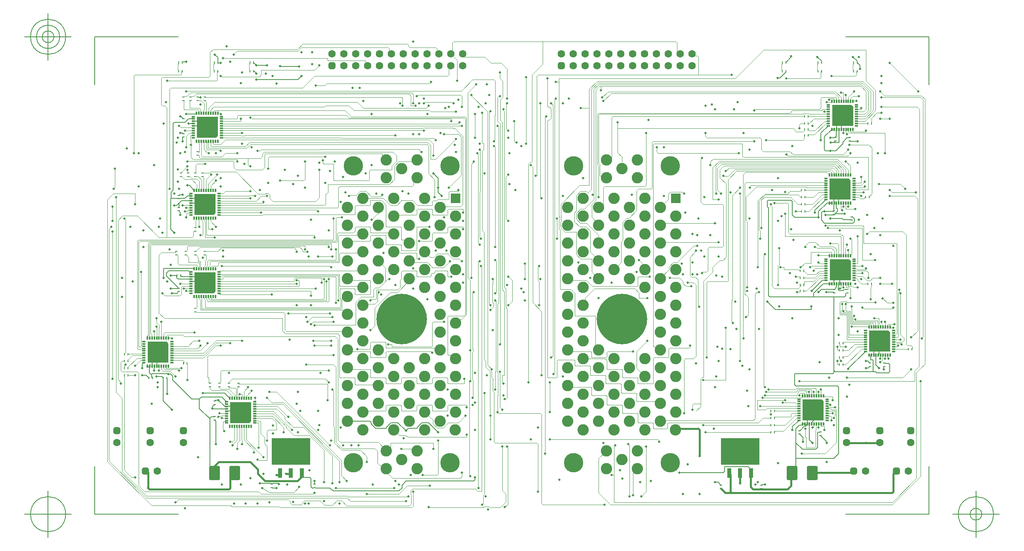
<source format=gbr>
G04 Generated by Ultiboard 14.2 *
%FSLAX24Y24*%
%MOIN*%

%ADD10C,0.0001*%
%ADD11C,0.0001*%
%ADD12C,0.0001*%
%ADD13C,0.0039*%
%ADD14C,0.0050*%
%ADD15C,0.0150*%
%ADD16R,0.0098X0.0197*%
%ADD17R,0.0197X0.0098*%
%ADD18R,0.0118X0.0315*%
%ADD19R,0.0315X0.0118*%
%ADD20R,0.0667X0.0967*%
%ADD21C,0.0233*%
%ADD22C,0.1630*%
%ADD23C,0.4252*%
%ADD24C,0.0953*%
%ADD25R,0.0833X0.0833*%
%ADD26C,0.0633*%
%ADD27R,0.0208X0.0208*%
%ADD28C,0.0392*%
%ADD29C,0.0197*%
%ADD30R,0.0374X0.0846*%
%ADD31R,0.1280X0.0846*%


G04 ColorRGB 0000FF for the following layer *
%LNCopper Bottom*%
%LPD*%
G54D10*
G36*
X14800Y6300D02*
X14800Y6300D01*
X14800Y4100D01*
X18000Y4100D01*
X18000Y6300D01*
X14800Y6300D01*
D02*
G37*
G36*
X52600Y6300D02*
X52600Y6300D01*
X52600Y4100D01*
X55800Y4100D01*
X55800Y6300D01*
X52600Y6300D01*
D02*
G37*
G54D11*
X14800Y6300D02*
X14800Y4100D01*
X18000Y4100D01*
X18000Y6300D01*
X14800Y6300D01*
X52600Y6300D02*
X52600Y4100D01*
X55800Y4100D01*
X55800Y6300D01*
X52600Y6300D01*
G36*
X14800Y6300D02*
X14800Y6300D01*
X14800Y4100D01*
X18000Y4100D01*
X18000Y6300D01*
X14800Y6300D01*
D02*
G37*
X14800Y4100D01*
X18000Y4100D01*
X18000Y6300D01*
X14800Y6300D01*
G36*
X52600Y6300D02*
X52600Y6300D01*
X52600Y4100D01*
X55800Y4100D01*
X55800Y6300D01*
X52600Y6300D01*
D02*
G37*
X52600Y4100D01*
X55800Y4100D01*
X55800Y6300D01*
X52600Y6300D01*
G54D12*
G36*
X66793Y15218D02*
X66793Y15218D01*
X66654Y15357D01*
X65061Y15357D01*
X65061Y13625D01*
X66793Y13625D01*
X66793Y15218D01*
D02*
G37*
X66654Y15357D01*
X65061Y15357D01*
X65061Y13625D01*
X66793Y13625D01*
X66793Y15218D01*
G36*
X63468Y21224D02*
X63468Y21224D01*
X63328Y21363D01*
X61735Y21363D01*
X61735Y19631D01*
X63468Y19631D01*
X63468Y21224D01*
D02*
G37*
X63328Y21363D01*
X61735Y21363D01*
X61735Y19631D01*
X63468Y19631D01*
X63468Y21224D01*
G36*
X6066Y14280D02*
X6066Y14280D01*
X5927Y14419D01*
X4334Y14419D01*
X4334Y12687D01*
X6066Y12687D01*
X6066Y14280D01*
D02*
G37*
X5927Y14419D01*
X4334Y14419D01*
X4334Y12687D01*
X6066Y12687D01*
X6066Y14280D01*
G36*
X10080Y31631D02*
X10080Y31631D01*
X10219Y31770D01*
X10219Y33363D01*
X8487Y33363D01*
X8487Y31631D01*
X10080Y31631D01*
D02*
G37*
X10219Y31770D01*
X10219Y33363D01*
X8487Y33363D01*
X8487Y31631D01*
X10080Y31631D01*
G36*
X63672Y34224D02*
X63672Y34224D01*
X63533Y34363D01*
X61940Y34363D01*
X61940Y32631D01*
X63672Y32631D01*
X63672Y34224D01*
D02*
G37*
X63533Y34363D01*
X61940Y34363D01*
X61940Y32631D01*
X63672Y32631D01*
X63672Y34224D01*
G36*
X12880Y7607D02*
X12880Y7607D01*
X13019Y7746D01*
X13019Y9339D01*
X11287Y9339D01*
X11287Y7607D01*
X12880Y7607D01*
D02*
G37*
X13019Y7746D01*
X13019Y9339D01*
X11287Y9339D01*
X11287Y7607D01*
X12880Y7607D01*
G36*
X9880Y25134D02*
X9880Y25134D01*
X10019Y25273D01*
X10019Y26866D01*
X8287Y26866D01*
X8287Y25134D01*
X9880Y25134D01*
D02*
G37*
X10019Y25273D01*
X10019Y26866D01*
X8287Y26866D01*
X8287Y25134D01*
X9880Y25134D01*
G36*
X63462Y28018D02*
X63462Y28018D01*
X63322Y28157D01*
X61729Y28157D01*
X61729Y26425D01*
X63462Y26425D01*
X63462Y28018D01*
D02*
G37*
X63322Y28157D01*
X61729Y28157D01*
X61729Y26425D01*
X63462Y26425D01*
X63462Y28018D01*
G36*
X61193Y9424D02*
X61193Y9424D01*
X61054Y9563D01*
X59461Y9563D01*
X59461Y7831D01*
X61193Y7831D01*
X61193Y9424D01*
D02*
G37*
X61054Y9563D01*
X59461Y9563D01*
X59461Y7831D01*
X61193Y7831D01*
X61193Y9424D01*
G36*
X9880Y18534D02*
X9880Y18534D01*
X10019Y18673D01*
X10019Y20266D01*
X8287Y20266D01*
X8287Y18534D01*
X9880Y18534D01*
D02*
G37*
X10019Y18673D01*
X10019Y20266D01*
X8287Y20266D01*
X8287Y18534D01*
X9880Y18534D01*
G54D13*
X9648Y33678D02*
X9667Y33696D01*
X33182Y33818D02*
X33200Y33800D01*
X11282Y14318D02*
X11300Y14300D01*
X8548Y13848D02*
X8800Y14100D01*
X6381Y13848D02*
X8548Y13848D01*
X6381Y14045D02*
X7745Y14045D01*
X8200Y14500D01*
X8700Y14500D01*
X18300Y14500D02*
X19800Y14500D01*
X18400Y15800D02*
X18446Y15846D01*
X24356Y19503D02*
X24356Y20644D01*
X23700Y21300D01*
X17800Y16100D02*
X18000Y16300D01*
X5102Y14734D02*
X5102Y15193D01*
X5118Y15210D01*
X5118Y15682D01*
X5100Y15700D01*
X5500Y14739D02*
X5500Y16100D01*
X5889Y14734D02*
X5907Y14752D01*
X5907Y14941D01*
X5977Y15011D01*
X5298Y14734D02*
X5298Y15590D01*
X5318Y15610D01*
X9055Y27181D02*
X9055Y28245D01*
X9000Y28300D01*
X19900Y21600D02*
X18700Y21600D01*
X23800Y25200D02*
X23800Y25700D01*
X5977Y15011D02*
X7289Y15011D01*
X7426Y14874D02*
X20149Y14874D01*
X7289Y15011D02*
X7426Y14874D01*
X4019Y13061D02*
X4001Y13043D01*
X10534Y32399D02*
X27490Y32399D01*
X27510Y32418D01*
X30073Y32418D01*
X30110Y32382D01*
X30861Y25961D02*
X30700Y25800D01*
X29000Y25800D02*
X30700Y25800D01*
X9645Y27545D02*
X10100Y28000D01*
X9645Y27181D02*
X9645Y27545D01*
X9252Y28052D02*
X9700Y28500D01*
X9252Y27181D02*
X9252Y28052D01*
X63987Y33792D02*
X64592Y33792D01*
X64800Y34000D01*
X64800Y35500D01*
X41704Y25997D02*
X41704Y24904D01*
X42300Y24307D01*
X42300Y24200D02*
X42300Y24307D01*
X63987Y33202D02*
X64702Y33202D01*
X65400Y33900D01*
X65400Y35500D02*
X65400Y33900D01*
X39104Y24003D02*
X39453Y23654D01*
X40404Y23654D01*
X40404Y21753D01*
X40753Y21404D01*
X41704Y21404D01*
X41704Y20296D01*
X42300Y19700D01*
X42300Y19800D02*
X42300Y19700D01*
X61900Y8100D02*
X61818Y8182D01*
X61518Y8182D01*
X61500Y8200D01*
X61900Y7900D02*
X61900Y8100D01*
X61500Y8400D02*
X62000Y8400D01*
X42950Y5250D02*
X42300Y4600D01*
X42300Y1700D01*
X43300Y700D01*
X64200Y35100D02*
X63700Y35100D01*
X63500Y34900D01*
X63500Y34700D02*
X63500Y34900D01*
X63100Y34679D02*
X63100Y35200D01*
X66100Y35000D02*
X69400Y35000D01*
X66000Y35500D02*
X66361Y35139D01*
X69458Y35139D01*
X69739Y34858D01*
X43600Y900D02*
X43600Y5600D01*
X43700Y5700D01*
X43300Y700D02*
X67000Y700D01*
X43600Y900D02*
X67003Y900D01*
X62900Y35400D02*
X62700Y35400D01*
X62900Y35400D02*
X62882Y35382D01*
X62882Y35110D01*
X62900Y35092D01*
X62900Y34700D01*
X62708Y34678D02*
X62708Y34992D01*
X48334Y27036D02*
X49364Y27036D01*
X63790Y20800D02*
X64500Y20800D01*
X63783Y20792D02*
X63790Y20800D01*
X10539Y32000D02*
X12300Y32000D01*
X27218Y30582D02*
X27400Y30400D01*
X13334Y7587D02*
X13347Y7600D01*
X12055Y7292D02*
X12100Y7247D01*
X11661Y7292D02*
X11661Y6178D01*
X11858Y7292D02*
X11858Y6142D01*
X12100Y7247D02*
X12100Y7200D01*
X12100Y7188D02*
X12100Y6100D01*
X12100Y7188D02*
X12088Y7200D01*
X12252Y7292D02*
X12252Y6148D01*
X12645Y7292D02*
X12645Y6155D01*
X11661Y6178D02*
X11483Y6000D01*
X11300Y6000D01*
X11858Y6142D02*
X11500Y5784D01*
X11500Y5700D01*
X12100Y6100D02*
X11900Y5900D01*
X11900Y5400D02*
X11900Y5900D01*
X12252Y6148D02*
X12300Y6100D01*
X12300Y5800D01*
X12645Y6155D02*
X13700Y5100D01*
X14100Y4700D01*
X13334Y8178D02*
X14816Y8178D01*
X13334Y8375D02*
X14916Y8375D01*
X15646Y7646D01*
X13334Y8572D02*
X14917Y8572D01*
X15594Y7894D01*
X19900Y3885D02*
X19900Y2500D01*
X15594Y7894D02*
X16488Y7000D01*
X12645Y9654D02*
X12645Y9845D01*
X13100Y10300D01*
X12448Y9654D02*
X12448Y10248D01*
X12800Y10600D01*
X10534Y31611D02*
X10545Y31600D01*
X20700Y31600D01*
X20728Y31572D01*
X28428Y31572D01*
X28600Y31400D01*
X27660Y22000D02*
X28121Y21539D01*
X28406Y21539D01*
X28713Y21846D01*
X30596Y21404D02*
X30800Y21200D01*
X25100Y2100D02*
X20200Y2100D01*
X32150Y2100D02*
X32150Y21150D01*
X32300Y21200D01*
X17288Y702D02*
X17382Y796D01*
X16362Y956D02*
X16362Y829D01*
X16490Y702D01*
X17288Y702D01*
X17382Y796D02*
X17382Y890D01*
X17510Y1018D01*
X26482Y1890D02*
X26610Y2018D01*
X31953Y2018D01*
X9448Y24819D02*
X9448Y23952D01*
X9500Y23900D01*
X19800Y20700D02*
X19700Y20800D01*
X10600Y20800D01*
X9645Y24555D02*
X10100Y24100D01*
X9645Y24819D02*
X9645Y24555D01*
X15217Y8769D02*
X15893Y8093D01*
X15893Y7893D01*
X13334Y8769D02*
X15217Y8769D01*
X59156Y18600D02*
X59000Y18600D01*
X59253Y18697D02*
X59156Y18600D01*
X9800Y23900D02*
X9500Y23900D01*
X32450Y20750D02*
X32400Y20800D01*
X16200Y16800D02*
X19700Y16800D01*
X8952Y28645D02*
X9536Y28645D01*
X9610Y28718D01*
X11782Y28718D01*
X18467Y26239D02*
X18800Y26572D01*
X14618Y26515D02*
X14894Y26239D01*
X11782Y28718D02*
X13618Y26882D01*
X14273Y26882D01*
X14310Y26918D01*
X14490Y26918D01*
X14618Y26790D01*
X14618Y26515D01*
X14894Y26239D02*
X18467Y26239D01*
X18800Y26572D02*
X18800Y28900D01*
X68900Y26700D02*
X66800Y26700D01*
X64400Y26700D02*
X64300Y26800D01*
X63800Y26800D01*
X52400Y26400D02*
X51900Y26400D01*
X61414Y26602D02*
X61202Y26602D01*
X60000Y25400D01*
X59625Y25400D02*
X60000Y25400D01*
X51900Y29100D02*
X51900Y26400D01*
X62897Y21678D02*
X62882Y21693D01*
X55600Y18600D02*
X55800Y18600D01*
X45900Y1400D02*
X46300Y1800D01*
X8661Y24819D02*
X8661Y24139D01*
X8700Y24100D01*
X46300Y1800D02*
X46300Y5600D01*
X63777Y26602D02*
X64189Y26602D01*
X64310Y26482D01*
X64582Y26482D01*
X64700Y26600D01*
X64800Y26600D02*
X64700Y26600D01*
X63298Y34678D02*
X63298Y34998D01*
X63800Y35500D01*
X67000Y700D02*
X69400Y3100D01*
X69400Y11100D01*
X69243Y14743D02*
X69300Y14800D01*
X67900Y11400D02*
X68600Y12100D01*
X63200Y11400D02*
X67900Y11400D01*
X69243Y12343D02*
X69243Y14743D01*
X69600Y14800D02*
X69600Y34800D01*
X69400Y35000D02*
X69600Y34800D01*
X69600Y14800D02*
X69500Y14700D01*
X69150Y26450D02*
X69150Y15350D01*
X69150Y26450D02*
X68900Y26700D01*
X69150Y15350D02*
X68600Y14800D01*
X62497Y28472D02*
X62479Y28490D01*
X62479Y28845D01*
X52450Y21282D02*
X51882Y20714D01*
X53018Y21566D02*
X52734Y21282D01*
X52450Y21282D01*
X51882Y20714D02*
X51882Y20314D01*
X51114Y11418D02*
X51010Y11418D01*
X50882Y11290D01*
X50882Y8982D01*
X50500Y8600D01*
X62694Y28472D02*
X62694Y28915D01*
X63088Y28472D02*
X63088Y28915D01*
X63481Y29219D02*
X63100Y29600D01*
X63481Y28472D02*
X63481Y29219D01*
X48553Y21096D02*
X48204Y20747D01*
X48204Y20504D01*
X47500Y19800D01*
X59253Y19800D02*
X59153Y19900D01*
X58900Y19900D01*
X61099Y26799D02*
X60300Y26000D01*
X61414Y26799D02*
X61099Y26799D01*
X60300Y26000D02*
X59625Y26000D01*
X61414Y27193D02*
X61407Y27200D01*
X63900Y27000D02*
X64600Y27000D01*
X59625Y27200D02*
X61407Y27200D01*
X61414Y26996D02*
X60796Y26996D01*
X60400Y26600D01*
X59625Y26600D02*
X60400Y26600D01*
X66800Y27200D02*
X67000Y27000D01*
X69000Y27000D01*
X16165Y8100D02*
X16196Y8100D01*
X16165Y8100D02*
X15265Y9000D01*
X13800Y9000D01*
X13334Y8965D02*
X13765Y8965D01*
X13800Y9000D01*
X15893Y7900D02*
X16575Y7218D01*
X41596Y22004D02*
X42300Y21300D01*
X42300Y21200D02*
X42300Y21300D01*
X41596Y23747D02*
X41596Y22004D01*
X41247Y24096D02*
X41596Y23747D01*
X40704Y24096D02*
X41247Y24096D01*
X40264Y24536D02*
X40704Y24096D01*
X40264Y25305D02*
X40264Y24536D01*
X40404Y25444D02*
X40264Y25305D01*
X40404Y26747D02*
X40404Y25444D01*
X40753Y27096D02*
X40404Y26747D01*
X41247Y27096D02*
X40753Y27096D01*
X41385Y26958D02*
X41247Y27096D01*
X41700Y27273D02*
X41385Y26958D01*
X41700Y27273D02*
X41700Y35700D01*
X42207Y36207D01*
X64493Y36207D01*
X65200Y35500D02*
X64493Y36207D01*
X65200Y35500D02*
X65200Y33900D01*
X64699Y33399D02*
X65200Y33900D01*
X63987Y33399D02*
X64699Y33399D01*
X26360Y19588D02*
X25343Y18571D01*
X26360Y19588D02*
X26360Y19750D01*
X51118Y19550D02*
X51118Y11422D01*
X51114Y11418D01*
X51882Y20314D02*
X51118Y19550D01*
X63361Y19014D02*
X63500Y18874D01*
X63500Y18106D01*
X59210Y20411D02*
X59121Y20500D01*
X59253Y20400D02*
X59241Y20411D01*
X59210Y20411D01*
X28303Y20654D02*
X28256Y20700D01*
X29800Y21200D02*
X29254Y20654D01*
X28303Y20654D01*
X28256Y20700D02*
X28256Y20747D01*
X27907Y21096D01*
X26504Y21096D01*
X26400Y21200D01*
X38800Y23100D02*
X38800Y24800D01*
X64075Y21018D02*
X64100Y21043D01*
X63783Y20989D02*
X63801Y21007D01*
X63990Y21007D01*
X64001Y21018D01*
X64075Y21018D01*
X49396Y19491D02*
X49087Y19800D01*
X49396Y19344D02*
X49396Y19491D01*
X49087Y19800D02*
X48300Y19800D01*
X50110Y19882D02*
X49982Y20010D01*
X32150Y30250D02*
X32150Y22750D01*
X32300Y22600D01*
X32100Y30300D02*
X32150Y30250D01*
X33300Y12100D02*
X33300Y11400D01*
X64400Y27800D02*
X64400Y28300D01*
X63794Y27800D02*
X64400Y27800D01*
X63777Y27783D02*
X63794Y27800D01*
X9863Y31109D02*
X9933Y31039D01*
X9863Y31298D02*
X9863Y31109D01*
X9845Y31316D02*
X9863Y31298D01*
X37300Y17500D02*
X37300Y19492D01*
X37182Y19610D01*
X37182Y20682D01*
X37300Y20800D01*
X24553Y19700D02*
X24700Y19700D01*
X23807Y18954D02*
X24553Y19700D01*
X23476Y18954D02*
X23807Y18954D01*
X23476Y18954D02*
X23364Y18842D01*
X23353Y18196D02*
X23364Y18208D01*
X21864Y17747D02*
X22313Y18196D01*
X23364Y18208D02*
X23364Y18842D01*
X22313Y18196D02*
X23353Y18196D01*
X36100Y21000D02*
X36100Y19700D01*
X9448Y27746D02*
X10201Y28499D01*
X9448Y27181D02*
X9448Y27746D01*
X23200Y24700D02*
X23700Y25200D01*
X23800Y25200D01*
X30218Y32382D02*
X30861Y31739D01*
X30110Y32382D02*
X30218Y32382D01*
X30861Y31739D02*
X30861Y25961D01*
X35018Y17818D02*
X34700Y17500D01*
X34708Y19900D02*
X35018Y19590D01*
X35018Y17818D01*
X9076Y31298D02*
X9076Y30624D01*
X8861Y31316D02*
X8861Y30087D01*
X9076Y30624D02*
X9400Y30300D01*
X9500Y30300D01*
X30300Y33800D02*
X28200Y33800D01*
X21700Y33900D02*
X28100Y33900D01*
X28200Y33800D02*
X28100Y33900D01*
X21700Y33900D02*
X21300Y34300D01*
X19300Y34300D01*
X9900Y34200D02*
X19200Y34200D01*
X19300Y34300D02*
X19200Y34200D01*
X9900Y34200D02*
X9648Y33948D01*
X9648Y33678D01*
X8664Y33678D02*
X8646Y33696D01*
X8646Y33885D01*
X8576Y33955D01*
X7445Y33955D01*
X7400Y34000D01*
X7400Y34700D02*
X7400Y34000D01*
X8785Y34009D02*
X8700Y34095D01*
X8861Y33678D02*
X8804Y33736D01*
X8803Y33736D02*
X8785Y33754D01*
X8785Y34009D01*
X8700Y34095D02*
X7905Y34095D01*
X7900Y34100D02*
X7900Y34698D01*
X50300Y22500D02*
X48896Y21096D01*
X50300Y22500D02*
X50600Y22500D01*
X48896Y21096D02*
X48553Y21096D01*
X10539Y32600D02*
X30800Y32600D01*
X9058Y33678D02*
X9058Y33958D01*
X9118Y34467D02*
X9118Y34018D01*
X9058Y33958D02*
X9118Y34018D01*
X8584Y34718D02*
X8867Y34718D01*
X8553Y34749D02*
X8584Y34718D01*
X8867Y34718D02*
X9118Y34467D01*
X66800Y37900D02*
X69200Y35500D01*
X62882Y21693D02*
X62882Y23282D01*
X64037Y19939D02*
X63990Y19987D01*
X63813Y19987D01*
X63800Y20000D01*
X64529Y19939D02*
X64037Y19939D01*
X64886Y19582D02*
X64529Y19939D01*
X4019Y13258D02*
X3058Y13258D01*
X2700Y12900D01*
X2700Y12800D02*
X2700Y12900D01*
X64371Y35929D02*
X42337Y35929D01*
X64800Y35500D02*
X64371Y35929D01*
X64550Y36350D02*
X65400Y35500D01*
X62393Y29807D02*
X51907Y29807D01*
X63285Y28915D02*
X62393Y29807D01*
X63285Y28472D02*
X63285Y28915D01*
X30721Y28421D02*
X29700Y27400D01*
X30721Y31682D02*
X30721Y28421D01*
X30518Y31885D02*
X30721Y31682D01*
X29312Y31885D02*
X30518Y31885D01*
X29312Y31885D02*
X29300Y31896D01*
X29300Y31900D02*
X29300Y31896D01*
X10534Y31808D02*
X10542Y31800D01*
X61508Y8992D02*
X61587Y8914D01*
X62186Y8914D01*
X62200Y8900D01*
X60700Y22300D02*
X60600Y22400D01*
X60500Y22400D01*
X60700Y22300D02*
X61900Y22300D01*
X62109Y22091D02*
X61900Y22300D01*
X62109Y21678D02*
X62109Y22091D01*
X28700Y3200D02*
X27500Y3200D01*
X28800Y3300D02*
X28700Y3200D01*
X28800Y3300D02*
X28800Y6100D01*
X10342Y26500D02*
X13000Y26500D01*
X10334Y26492D02*
X10342Y26500D01*
X47500Y22750D02*
X47550Y22800D01*
X52400Y22800D01*
X26518Y1573D02*
X26482Y1610D01*
X26518Y1280D02*
X26518Y1573D01*
X26482Y1610D02*
X26482Y1890D01*
X59548Y20382D02*
X59518Y20382D01*
X61411Y20193D02*
X61420Y20202D01*
X61420Y20989D02*
X61410Y21000D01*
X61420Y20989D02*
X60911Y20989D01*
X60800Y21100D01*
X61420Y20399D02*
X61402Y20380D01*
X60192Y20792D02*
X60100Y20700D01*
X61420Y20792D02*
X60192Y20792D01*
X60500Y20600D02*
X61416Y20600D01*
X60500Y20600D02*
X60400Y20500D01*
X59548Y20400D02*
X59848Y20100D01*
X60400Y20500D02*
X60400Y20400D01*
X57900Y20512D02*
X57912Y20500D01*
X59121Y20500D02*
X57912Y20500D01*
X57900Y20700D02*
X57900Y20512D01*
X57600Y20700D02*
X57900Y20700D01*
X57500Y20908D02*
X57500Y22300D01*
X57500Y20908D02*
X57382Y20790D01*
X57382Y19218D01*
X57400Y19200D01*
X52300Y27200D02*
X52300Y29028D01*
X52300Y27200D02*
X52600Y26900D01*
X45700Y21300D02*
X46200Y20800D01*
X46200Y20500D01*
X50499Y22099D02*
X50400Y22000D01*
X12527Y31800D02*
X12509Y31782D01*
X25200Y31800D02*
X12527Y31800D01*
X12509Y31782D02*
X12210Y31782D01*
X12192Y31800D01*
X10513Y31800D01*
X24751Y18571D02*
X23464Y17284D01*
X25343Y18571D02*
X24751Y18571D01*
X42057Y26350D02*
X41704Y25997D01*
X42057Y35649D02*
X42057Y26350D01*
X42337Y35929D02*
X42057Y35649D01*
X61414Y27586D02*
X61401Y27600D01*
X28713Y21846D02*
X29617Y21846D01*
X30013Y21404D02*
X30596Y21404D01*
X29664Y21753D02*
X30013Y21404D01*
X29664Y21800D02*
X29664Y21753D01*
X29617Y21846D02*
X29664Y21800D01*
X19210Y682D02*
X19928Y682D01*
X20264Y1018D01*
X18882Y1018D02*
X18882Y1010D01*
X19210Y682D01*
X17510Y1018D02*
X18882Y1018D01*
X12282Y14518D02*
X12300Y14500D01*
X9055Y13455D02*
X10118Y14518D01*
X10115Y14318D02*
X11282Y14318D01*
X9055Y13258D02*
X10115Y14318D01*
X6381Y13258D02*
X9055Y13258D01*
X10118Y14518D02*
X12282Y14518D01*
X6381Y13455D02*
X9055Y13455D01*
X3443Y13043D02*
X2700Y12300D01*
X2700Y12200D01*
X4001Y13043D02*
X3443Y13043D01*
X4019Y12864D02*
X3764Y12864D01*
X3300Y12400D01*
X3300Y11612D02*
X3288Y11600D01*
X2700Y11600D01*
X20400Y25800D02*
X20400Y26092D01*
X20382Y26110D01*
X20382Y27382D01*
X20500Y27500D01*
X50415Y19882D02*
X50110Y19882D01*
X50739Y17361D02*
X50639Y17461D01*
X50639Y19658D01*
X50415Y19882D01*
X49396Y19344D02*
X49641Y19100D01*
X50100Y19100D01*
X64100Y21043D02*
X64100Y23300D01*
X5800Y12077D02*
X5700Y12177D01*
X5700Y12390D01*
X13800Y30500D02*
X13600Y30500D01*
X13900Y30600D02*
X13800Y30500D01*
X13900Y30600D02*
X19041Y30600D01*
X19059Y30618D01*
X27207Y30618D01*
X27218Y30607D01*
X27218Y30582D01*
X5663Y11937D02*
X5600Y12000D01*
X5518Y12082D02*
X5600Y12000D01*
X5495Y12372D02*
X5495Y12113D01*
X5518Y12090D01*
X5495Y12372D02*
X5513Y12354D01*
X12910Y26718D02*
X13382Y26718D01*
X13400Y26700D01*
X12881Y26689D02*
X12910Y26718D01*
X10334Y26689D02*
X12881Y26689D01*
X59639Y21039D02*
X59300Y20700D01*
X60161Y21039D02*
X59639Y21039D01*
X60161Y21039D02*
X60161Y21957D01*
X61883Y21968D02*
X60172Y21968D01*
X60161Y21957D01*
X45496Y13596D02*
X46400Y14500D01*
X61883Y21968D02*
X61894Y21957D01*
X61894Y21696D02*
X61894Y21957D01*
X45496Y12204D02*
X45496Y13596D01*
X61913Y21678D02*
X61894Y21696D01*
X46200Y11500D02*
X45496Y12204D01*
X64746Y13802D02*
X64402Y13802D01*
X63100Y12500D01*
X62827Y12500D02*
X63100Y12500D01*
X41488Y27600D02*
X41500Y27612D01*
X41500Y35700D01*
X40700Y27600D02*
X41488Y27600D01*
X40700Y27600D02*
X39104Y26004D01*
X39104Y25029D02*
X39157Y24975D01*
X39157Y24557D01*
X39100Y24500D01*
X39104Y24003D02*
X39104Y24196D01*
X39100Y24200D02*
X39100Y24500D01*
X49982Y21545D02*
X50400Y21963D01*
X50400Y22000D01*
X49982Y20010D02*
X49982Y21545D01*
X64600Y14200D02*
X63803Y14200D01*
X63300Y13697D02*
X62857Y13697D01*
X63803Y14200D02*
X63300Y13697D01*
X6300Y35800D02*
X6200Y35700D01*
X6200Y27300D01*
X7905Y25705D02*
X7900Y25700D01*
X7972Y25705D02*
X7905Y25705D01*
X7900Y25700D02*
X7600Y25700D01*
X29860Y37660D02*
X29700Y37500D01*
X29700Y36900D01*
X29600Y36800D01*
X50500Y19200D02*
X50300Y19400D01*
X50300Y13000D02*
X50500Y13200D01*
X50500Y19200D01*
X50300Y19400D02*
X49800Y19400D01*
X61500Y33400D02*
X59927Y33400D01*
X61501Y33399D02*
X61500Y33400D01*
X61625Y33399D02*
X61501Y33399D01*
X36200Y31100D02*
X36200Y36700D01*
X47850Y7750D02*
X47500Y7750D01*
X47900Y7800D02*
X47850Y7750D01*
X55300Y7800D02*
X47900Y7800D01*
X43250Y29750D02*
X42950Y29750D01*
X43400Y29900D02*
X43250Y29750D01*
X43400Y33300D02*
X43400Y29900D01*
X43500Y33400D02*
X43400Y33300D01*
X59631Y33400D02*
X43500Y33400D01*
X59500Y31400D02*
X56400Y31400D01*
X59600Y31500D02*
X59500Y31400D01*
X59600Y31800D02*
X59600Y31500D01*
X59631Y31800D02*
X59600Y31800D01*
X61305Y20005D02*
X61300Y20000D01*
X61420Y20005D02*
X61305Y20005D01*
X24700Y39100D02*
X24600Y39200D01*
X24700Y38820D02*
X24700Y39100D01*
X24860Y38660D02*
X24700Y38820D01*
X8598Y30400D02*
X8553Y30445D01*
X8682Y30400D02*
X8598Y30400D01*
X8682Y31200D02*
X8682Y30400D01*
X8664Y31236D02*
X8682Y31200D01*
X8664Y31316D02*
X8664Y31236D01*
X41500Y34100D02*
X40800Y34100D01*
X56800Y25900D02*
X56800Y26000D01*
X56900Y25800D02*
X56800Y25900D01*
X56900Y19100D02*
X56900Y25800D01*
X59300Y19200D02*
X59300Y19100D01*
X59253Y19200D02*
X59300Y19200D01*
X64089Y33989D02*
X63987Y33989D01*
X64100Y34000D02*
X64089Y33989D01*
X64400Y34000D02*
X64100Y34000D01*
X64400Y34100D02*
X64400Y34000D01*
X6482Y12864D02*
X6381Y12864D01*
X6500Y12882D02*
X6482Y12864D01*
X7300Y12882D02*
X6500Y12882D01*
X7400Y12800D02*
X7300Y12882D01*
X7400Y12600D02*
X7400Y12800D01*
X7355Y12600D02*
X7400Y12600D01*
X63900Y36800D02*
X61900Y36800D01*
X64000Y36900D02*
X63900Y36800D01*
X64000Y37198D02*
X64000Y36900D01*
X64045Y37200D02*
X64000Y37198D01*
X64045Y37198D02*
X64045Y37200D01*
X59200Y32700D02*
X59200Y32400D01*
X59300Y32800D02*
X59200Y32700D01*
X59631Y32800D02*
X59300Y32800D01*
X64604Y14196D02*
X64600Y14200D01*
X64746Y14196D02*
X64604Y14196D01*
X58200Y26100D02*
X57100Y26100D01*
X2400Y13374D02*
X2379Y13353D01*
X2400Y13400D02*
X2400Y13374D01*
X11600Y29100D02*
X11600Y29600D01*
X14200Y30200D02*
X14200Y29100D01*
X24100Y30060D02*
X24100Y30200D01*
X24410Y29750D02*
X24100Y30060D01*
X27000Y35200D02*
X27000Y35100D01*
X30700Y35200D02*
X27000Y35200D01*
X30800Y35100D02*
X30700Y35200D01*
X30800Y34200D02*
X30800Y35100D01*
X66400Y16000D02*
X66400Y16100D01*
X66401Y16000D02*
X66400Y16000D01*
X66401Y15800D02*
X66401Y16000D01*
X66419Y15781D02*
X66401Y15800D01*
X66419Y15672D02*
X66419Y15781D01*
X13400Y9359D02*
X13400Y9700D01*
X13334Y9359D02*
X13400Y9359D01*
X57749Y37251D02*
X57749Y37198D01*
X57700Y37300D02*
X57749Y37251D01*
X57700Y37800D02*
X57700Y37300D01*
X57749Y37849D02*
X57700Y37800D01*
X57749Y37948D02*
X57749Y37849D01*
X43600Y3200D02*
X43400Y3200D01*
X45200Y3500D02*
X45200Y1500D01*
X45300Y3500D02*
X45200Y3500D01*
X45550Y3750D02*
X45300Y3500D01*
X7700Y28645D02*
X7752Y28645D01*
X7700Y28900D02*
X7700Y28645D01*
X24660Y5500D02*
X24410Y5250D01*
X24800Y5500D02*
X24660Y5500D01*
X5692Y14792D02*
X5692Y14734D01*
X5700Y14800D02*
X5692Y14792D01*
X5700Y15100D02*
X5700Y14800D01*
X5800Y15200D02*
X5700Y15100D01*
X8300Y15200D02*
X5800Y15200D01*
X2379Y12500D02*
X2379Y12200D01*
X2400Y12500D02*
X2379Y12500D01*
X2500Y12500D02*
X2400Y12500D01*
X63892Y19808D02*
X63783Y19808D01*
X63900Y19800D02*
X63892Y19808D01*
X64000Y19800D02*
X63900Y19800D01*
X64100Y19700D02*
X64000Y19800D01*
X64100Y19600D02*
X64100Y19700D01*
X59000Y8200D02*
X58800Y8200D01*
X59005Y8205D02*
X59000Y8200D01*
X59146Y8205D02*
X59005Y8205D01*
X67198Y13802D02*
X67108Y13802D01*
X67200Y13800D02*
X67198Y13802D01*
X68355Y13800D02*
X67200Y13800D01*
X68355Y13794D02*
X68355Y13800D01*
X37400Y8400D02*
X33800Y8400D01*
X37500Y8300D02*
X37400Y8400D01*
X37500Y800D02*
X37500Y8300D01*
X37600Y700D02*
X37500Y800D01*
X42800Y700D02*
X37600Y700D01*
X11900Y30300D02*
X10900Y30300D01*
X35200Y31300D02*
X35200Y33000D01*
X35300Y31200D02*
X35200Y31300D01*
X35400Y31200D02*
X35300Y31200D01*
X47300Y6200D02*
X38200Y6200D01*
X47400Y6100D02*
X47300Y6200D01*
X47400Y6000D02*
X47400Y6100D01*
X37900Y33400D02*
X37800Y33400D01*
X63692Y34700D02*
X64000Y34700D01*
X63692Y34678D02*
X63692Y34700D01*
X30800Y3400D02*
X30800Y3100D01*
X50200Y9100D02*
X50200Y8700D01*
X50300Y9200D02*
X50200Y9100D01*
X50882Y9200D02*
X50300Y9200D01*
X42550Y26000D02*
X42300Y25750D01*
X42700Y26000D02*
X42550Y26000D01*
X42700Y27400D02*
X42700Y26000D01*
X42800Y27500D02*
X42700Y27400D01*
X46200Y27500D02*
X42800Y27500D01*
X46300Y27600D02*
X46200Y27500D01*
X46300Y32000D02*
X46300Y27600D01*
X58700Y32400D02*
X43900Y32400D01*
X58800Y32300D02*
X58700Y32400D01*
X58800Y32200D02*
X58800Y32300D01*
X58900Y32100D02*
X58800Y32200D01*
X59500Y32100D02*
X58900Y32100D01*
X59631Y32231D02*
X59500Y32100D01*
X59631Y32297D02*
X59631Y32231D01*
X10392Y18908D02*
X10334Y18908D01*
X10400Y18900D02*
X10392Y18908D01*
X18500Y18900D02*
X10400Y18900D01*
X6400Y14734D02*
X6086Y14734D01*
X6400Y14700D02*
X6400Y14734D01*
X20000Y12500D02*
X17700Y12500D01*
X23700Y4200D02*
X23700Y5200D01*
X6851Y21749D02*
X6755Y21749D01*
X6900Y21700D02*
X6851Y21749D01*
X6900Y21000D02*
X6900Y21700D01*
X7000Y20900D02*
X6900Y21000D01*
X8482Y20900D02*
X7000Y20900D01*
X8482Y20700D02*
X8482Y20900D01*
X8464Y20664D02*
X8482Y20700D01*
X8464Y20581D02*
X8464Y20664D01*
X8400Y28645D02*
X8352Y28645D01*
X8400Y29300D02*
X8400Y28645D01*
X8500Y29400D02*
X8400Y29300D01*
X9200Y29400D02*
X8500Y29400D01*
X47200Y30400D02*
X47200Y30800D01*
X47300Y30300D02*
X47200Y30400D01*
X54100Y30300D02*
X47300Y30300D01*
X42500Y35600D02*
X42500Y35929D01*
X2200Y12800D02*
X2379Y12800D01*
X2100Y12700D02*
X2200Y12800D01*
X2100Y12000D02*
X2100Y12700D01*
X2200Y11900D02*
X2100Y12000D01*
X3500Y11900D02*
X2200Y11900D01*
X3600Y11800D02*
X3500Y11900D01*
X49600Y13000D02*
X50300Y13000D01*
X49500Y12900D02*
X49600Y13000D01*
X49500Y8400D02*
X49500Y12900D01*
X37200Y5800D02*
X37200Y1800D01*
X37100Y5900D02*
X37200Y5800D01*
X64092Y32808D02*
X63987Y32808D01*
X64100Y32800D02*
X64092Y32808D01*
X64955Y32800D02*
X64100Y32800D01*
X59000Y8600D02*
X57075Y8600D01*
X59001Y8599D02*
X59000Y8600D01*
X59146Y8599D02*
X59001Y8599D01*
X17500Y28000D02*
X15500Y28000D01*
X17600Y28100D02*
X17500Y28000D01*
X17600Y29600D02*
X17600Y28100D01*
X26600Y27500D02*
X20500Y27500D01*
X26700Y27600D02*
X26600Y27500D01*
X26700Y27940D02*
X26700Y27600D01*
X27010Y28250D02*
X26700Y27940D01*
X60749Y37251D02*
X60749Y37198D01*
X60700Y37300D02*
X60749Y37251D01*
X60700Y37800D02*
X60700Y37300D01*
X60749Y37849D02*
X60700Y37800D01*
X60749Y37948D02*
X60749Y37849D01*
X20305Y25705D02*
X10334Y25705D01*
X20400Y25800D02*
X20305Y25705D01*
X64400Y19297D02*
X64100Y19597D01*
X64100Y19600D01*
X64955Y19297D02*
X64400Y19297D01*
X30650Y2950D02*
X24950Y2950D01*
X30800Y3100D02*
X30650Y2950D01*
X31188Y6400D02*
X31200Y6412D01*
X31200Y6600D02*
X31200Y6412D01*
X56000Y30600D02*
X56000Y31500D01*
X55900Y31600D01*
X51400Y31600D01*
X51300Y31700D01*
X51300Y32000D01*
X59000Y9000D02*
X55900Y9000D01*
X59008Y8992D02*
X59000Y9000D01*
X59146Y8992D02*
X59008Y8992D01*
X24100Y30200D02*
X24039Y30261D01*
X14261Y30261D02*
X14200Y30200D01*
X24039Y30261D02*
X14261Y30261D01*
X59600Y19500D02*
X59600Y19252D01*
X59548Y19200D01*
X28388Y5900D02*
X28400Y5888D01*
X24812Y5900D02*
X24800Y5888D01*
X28400Y5400D02*
X28400Y5888D01*
X24800Y5888D02*
X24800Y5500D01*
X28388Y5900D02*
X24812Y5900D01*
X59100Y18900D02*
X57100Y18900D01*
X59300Y19100D02*
X59100Y18900D01*
X57100Y18900D02*
X56900Y19100D01*
X3600Y2291D02*
X3600Y11800D01*
X13700Y1800D02*
X4091Y1800D01*
X3600Y2291D01*
X2991Y3000D02*
X2379Y3612D01*
X2379Y11600D01*
X3300Y3000D02*
X2991Y3000D01*
X5318Y15803D02*
X5082Y16039D01*
X5318Y15610D02*
X5318Y15803D01*
X5082Y16039D02*
X5082Y16382D01*
X21864Y15858D02*
X21864Y17747D01*
X23464Y17284D02*
X23464Y15764D01*
X21852Y15846D02*
X21864Y15858D01*
X18446Y15846D02*
X21852Y15846D01*
X23464Y15764D02*
X23100Y15400D01*
X27000Y24100D02*
X28050Y24100D01*
X27000Y22150D02*
X27000Y24100D01*
X14058Y25150D02*
X21788Y25150D01*
X14058Y25150D02*
X13990Y25082D01*
X10318Y25082D01*
X10307Y25093D01*
X63600Y23000D02*
X63500Y23100D01*
X63600Y21800D02*
X63600Y23000D01*
X63600Y21800D02*
X63500Y21700D01*
X23450Y17600D02*
X22600Y17600D01*
X22500Y17500D02*
X22600Y17600D01*
X23675Y17825D02*
X23450Y17600D01*
X42200Y29350D02*
X42200Y33557D01*
X42321Y33679D02*
X42200Y33557D01*
X42321Y33679D02*
X58379Y33679D01*
X58600Y33900D01*
X61088Y33900D02*
X58600Y33900D01*
X28000Y34300D02*
X27800Y34100D01*
X10800Y6900D02*
X10700Y7000D01*
X22500Y34100D02*
X27800Y34100D01*
X10700Y7657D02*
X10700Y7000D01*
X22000Y34600D02*
X22500Y34100D01*
X10748Y7706D02*
X10700Y7657D01*
X9987Y34600D02*
X22000Y34600D01*
X10893Y7706D02*
X10748Y7706D01*
X9500Y34113D02*
X9987Y34600D01*
X10972Y7784D02*
X10893Y7706D01*
X58400Y27100D02*
X58179Y26879D01*
X67100Y15000D02*
X67300Y15000D01*
X59255Y27100D02*
X58400Y27100D01*
X59355Y27200D02*
X59255Y27100D01*
X51100Y26000D02*
X52700Y26000D01*
X52800Y25900D01*
X52800Y22500D01*
X52700Y22400D01*
X51600Y22400D01*
X51500Y22300D01*
X51500Y20400D01*
X51400Y20300D01*
X51000Y20300D01*
X51000Y20200D01*
X62300Y28472D02*
X62300Y28800D01*
X53000Y15600D02*
X53000Y11200D01*
X51100Y11200D01*
X10534Y32792D02*
X10545Y32782D01*
X30482Y32782D01*
X30600Y32900D01*
X7123Y32477D02*
X7000Y32600D01*
X8093Y32477D02*
X7123Y32477D01*
X8172Y32399D02*
X8093Y32477D01*
X7982Y25918D02*
X7991Y25909D01*
X7100Y19300D02*
X8000Y19300D01*
X45500Y25500D02*
X45500Y27150D01*
X45500Y25500D02*
X44846Y24846D01*
X44653Y24846D01*
X44304Y24497D01*
X44304Y22957D01*
X44196Y22850D01*
X44196Y21096D01*
X43600Y20500D01*
X53175Y26775D02*
X53175Y28075D01*
X44900Y5700D02*
X44800Y5800D01*
X44900Y1400D02*
X44900Y5700D01*
X63800Y20200D02*
X64500Y20200D01*
X62100Y28476D02*
X62100Y28700D01*
X52818Y28382D02*
X52800Y28400D01*
X10512Y33000D02*
X12200Y33000D01*
X53179Y28382D02*
X52818Y28382D01*
X54200Y26900D02*
X54200Y12800D01*
X12200Y33200D02*
X12200Y33000D01*
X37500Y16971D02*
X37500Y11600D01*
X36750Y17721D02*
X36750Y29150D01*
X37500Y16971D02*
X36750Y17721D01*
X36750Y29150D02*
X36600Y29300D01*
X32300Y30561D02*
X32300Y30600D01*
X31582Y19818D02*
X31582Y29382D01*
X31582Y19818D02*
X31600Y19800D01*
X31582Y29382D02*
X31800Y29600D01*
X2200Y3494D02*
X2200Y9661D01*
X32700Y10100D02*
X32700Y1608D01*
X32582Y1490D01*
X32582Y782D01*
X32500Y700D01*
X21100Y2700D02*
X20639Y3161D01*
X14798Y9302D02*
X14400Y9700D01*
X12800Y29861D02*
X12800Y29300D01*
X12900Y29200D01*
X13000Y29200D01*
X1400Y23700D02*
X1400Y11300D01*
X1400Y25800D02*
X1400Y24600D01*
X1500Y27300D02*
X1600Y27400D01*
X1600Y29000D01*
X33450Y11250D02*
X33300Y11400D01*
X9312Y30600D02*
X10500Y30600D01*
X9312Y31258D02*
X9312Y30612D01*
X9255Y31316D02*
X9312Y31258D01*
X37800Y33400D02*
X37800Y5000D01*
X42400Y33600D02*
X42300Y33500D01*
X59514Y33600D02*
X42400Y33600D01*
X60025Y33618D02*
X59532Y33618D01*
X59514Y33600D01*
X61625Y33595D02*
X60048Y33595D01*
X60025Y33618D01*
X33600Y10400D02*
X33600Y11900D01*
X33300Y12100D02*
X32939Y12461D01*
X33182Y33818D02*
X33100Y33736D01*
X33100Y32100D01*
X34008Y455D02*
X33153Y455D01*
X33090Y518D01*
X32627Y518D01*
X32590Y482D01*
X28018Y482D01*
X28000Y500D01*
X20149Y14874D02*
X20339Y14683D01*
X20200Y12300D02*
X20000Y12500D01*
X25463Y29596D02*
X26796Y29596D01*
X27000Y29800D01*
X25106Y29240D02*
X25463Y29596D01*
X25106Y28103D02*
X25106Y29240D01*
X24657Y27654D02*
X25106Y28103D01*
X19518Y27654D02*
X24657Y27654D01*
X19518Y27010D02*
X19518Y27654D01*
X19390Y26882D02*
X19518Y27010D01*
X19318Y26882D02*
X19390Y26882D01*
X19318Y26010D02*
X19318Y26882D01*
X19240Y25932D02*
X19318Y26010D01*
X10365Y25932D02*
X19240Y25932D01*
X10365Y25932D02*
X10334Y25902D01*
X9452Y30748D02*
X9461Y30739D01*
X9452Y31316D02*
X9452Y30748D01*
X54200Y27400D02*
X53539Y26739D01*
X53539Y17948D01*
X53482Y17890D01*
X53482Y16118D01*
X53600Y16000D01*
X64589Y27389D02*
X64700Y27500D01*
X63777Y27389D02*
X64589Y27389D01*
X31718Y13790D02*
X31718Y13610D01*
X31639Y13531D01*
X31639Y11269D01*
X31718Y11190D01*
X34600Y17200D02*
X34600Y9712D01*
X34488Y9600D01*
X34400Y9600D01*
X34620Y5600D02*
X34639Y5580D01*
X34600Y5600D02*
X34620Y5600D01*
X34639Y5580D02*
X34639Y739D01*
X34400Y500D01*
X19900Y10400D02*
X20000Y10300D01*
X20000Y7300D01*
X24160Y4000D02*
X23900Y4000D01*
X23700Y4200D01*
X24410Y3750D02*
X24160Y4000D01*
X24600Y3300D02*
X24600Y3560D01*
X24950Y2950D02*
X24600Y3300D01*
X24600Y3560D02*
X24410Y3750D01*
X23739Y5961D02*
X24400Y5300D01*
X20000Y7300D02*
X20061Y7239D01*
X23700Y5200D02*
X23450Y5450D01*
X22800Y4742D02*
X22800Y4300D01*
X22245Y5298D02*
X22800Y4742D01*
X20061Y7239D02*
X20061Y5910D01*
X20673Y5298D02*
X22245Y5298D01*
X20061Y5910D02*
X20673Y5298D01*
X20200Y5968D02*
X20200Y12300D01*
X23450Y5450D02*
X20718Y5450D01*
X20200Y5968D01*
X20339Y6172D02*
X20551Y5961D01*
X23739Y5961D01*
X20339Y14683D02*
X20339Y6172D01*
X6700Y900D02*
X6921Y1121D01*
X16197Y1121D02*
X16362Y956D01*
X6921Y1121D02*
X16197Y1121D01*
X26518Y780D02*
X26518Y1280D01*
X26338Y600D02*
X26518Y780D01*
X31700Y18600D02*
X31700Y13808D01*
X31718Y13790D01*
X31700Y18600D02*
X31800Y18600D01*
X31600Y35129D02*
X32939Y33790D01*
X31600Y35129D02*
X31600Y35200D01*
X32939Y12461D02*
X32939Y33790D01*
X63225Y17725D02*
X65588Y17725D01*
X65600Y17738D01*
X7700Y29619D02*
X7700Y29600D01*
X8948Y30000D02*
X8861Y30087D01*
X10600Y30000D02*
X10900Y30300D01*
X11557Y29643D02*
X7712Y29643D01*
X7700Y29631D01*
X11600Y29600D02*
X11557Y29643D01*
X8948Y30000D02*
X10600Y30000D01*
X14000Y28900D02*
X11800Y28900D01*
X11600Y29100D01*
X14200Y29100D02*
X14000Y28900D01*
X34200Y5600D02*
X34200Y1900D01*
X34500Y1600D01*
X34500Y947D01*
X34008Y455D01*
X32309Y30600D02*
X32318Y30591D01*
X32318Y27018D01*
X32300Y27000D01*
X32300Y23200D01*
X32400Y23100D01*
X33654Y17900D02*
X33600Y17900D01*
X33643Y17888D02*
X33643Y11943D01*
X33600Y11900D01*
X33654Y17900D02*
X33643Y17888D01*
X33700Y21200D02*
X33700Y18600D01*
X33600Y18500D01*
X33700Y21200D02*
X33600Y21300D01*
X33100Y32100D02*
X33100Y17600D01*
X33200Y17500D01*
X59100Y26800D02*
X59300Y26600D01*
X59400Y26600D01*
X2200Y9661D02*
X1700Y10161D01*
X1700Y26600D01*
X7300Y25930D02*
X7312Y25918D01*
X7982Y25918D01*
X7300Y25930D02*
X7300Y25900D01*
X26282Y1382D02*
X26300Y1400D01*
X20682Y1018D02*
X21100Y600D01*
X26338Y600D01*
X20264Y1018D02*
X20682Y1018D01*
X21134Y1261D02*
X4236Y1261D01*
X21394Y1000D02*
X26100Y1000D01*
X21134Y1261D02*
X21394Y1000D01*
X21210Y1382D02*
X26282Y1382D01*
X33818Y11773D02*
X33782Y11810D01*
X33782Y11990D01*
X33800Y12008D01*
X33782Y14110D02*
X33800Y14092D01*
X33800Y12008D02*
X33800Y14092D01*
X33800Y9892D02*
X33818Y9910D01*
X33818Y11773D01*
X33800Y8400D02*
X33800Y9892D01*
X62500Y34689D02*
X62500Y35000D01*
X62511Y34678D02*
X62500Y34689D01*
X4900Y14739D02*
X4900Y15300D01*
X31718Y9718D02*
X31700Y9700D01*
X31718Y11190D02*
X31718Y9718D01*
X34200Y8700D02*
X34000Y8900D01*
X34000Y11900D01*
X33400Y11300D02*
X33400Y10508D01*
X33382Y10490D01*
X33382Y10310D01*
X33500Y10192D01*
X33500Y6000D02*
X33600Y5900D01*
X33500Y10192D02*
X33500Y6000D01*
X33600Y5900D02*
X37100Y5900D01*
X16900Y22100D02*
X16900Y22000D01*
X10255Y22045D02*
X9155Y22045D01*
X10255Y22045D02*
X10531Y22321D01*
X10528Y22318D02*
X16682Y22318D01*
X16679Y22321D02*
X16900Y22100D01*
X4244Y1450D02*
X21142Y1450D01*
X4244Y1450D02*
X2200Y3494D01*
X21142Y1450D02*
X21210Y1382D01*
X13300Y5300D02*
X13300Y5100D01*
X12448Y6152D02*
X13300Y5300D01*
X12448Y7292D02*
X12448Y6152D01*
X5663Y11937D02*
X6267Y11937D01*
X6700Y11505D01*
X6700Y11500D01*
X2500Y24700D02*
X2500Y13500D01*
X2500Y24700D02*
X2400Y24800D01*
X2500Y13500D02*
X2400Y13400D01*
X7671Y29200D02*
X7116Y28645D01*
X7152Y28645D01*
X7700Y29200D02*
X7671Y29200D01*
X14100Y26100D02*
X10400Y26100D01*
X14100Y26200D02*
X14100Y26100D01*
X10398Y26098D02*
X10334Y26098D01*
X10400Y26100D02*
X10398Y26098D01*
X61800Y22700D02*
X62400Y22700D01*
X62500Y22600D01*
X62500Y21800D01*
X62503Y21797D02*
X62503Y21678D01*
X62500Y21800D02*
X62503Y21797D01*
X3300Y26888D02*
X3300Y26000D01*
X3288Y26900D02*
X3300Y26888D01*
X1462Y26900D02*
X3288Y26900D01*
X4682Y618D02*
X11338Y618D01*
X11388Y568D01*
X11438Y518D01*
X26688Y588D02*
X26561Y461D01*
X26688Y700D02*
X26688Y588D01*
X26688Y662D02*
X26688Y1788D01*
X13912Y37300D02*
X13900Y37288D01*
X18400Y37300D02*
X18800Y37700D01*
X13900Y37288D02*
X13900Y36900D01*
X18400Y37300D02*
X13912Y37300D01*
X62700Y19316D02*
X62700Y18900D01*
X62600Y18900D02*
X62700Y18900D01*
X58250Y23650D02*
X58250Y26050D01*
X58200Y26100D01*
X58399Y23501D02*
X58250Y23650D01*
X66800Y33200D02*
X66000Y33200D01*
X53500Y36900D02*
X37200Y36900D01*
X68200Y14200D02*
X68200Y23400D01*
X37200Y36900D02*
X37100Y36800D01*
X50700Y36900D02*
X50700Y37100D01*
X68300Y14100D02*
X68200Y14200D01*
X37100Y36800D02*
X37100Y28400D01*
X50700Y38400D02*
X50700Y37100D01*
X68600Y14100D02*
X68300Y14100D01*
X37100Y28400D02*
X37000Y28400D01*
X50600Y38500D02*
X50700Y38400D01*
X68700Y14000D02*
X68600Y14100D01*
X50300Y38500D02*
X50600Y38500D01*
X68700Y13900D02*
X68700Y14000D01*
X50140Y38660D02*
X50300Y38500D01*
X68651Y13851D02*
X68700Y13900D01*
X68651Y13794D02*
X68651Y13851D01*
X31900Y31600D02*
X31900Y33600D01*
X34600Y37400D02*
X34600Y34900D01*
X20700Y15300D02*
X16000Y15300D01*
X21160Y15250D02*
X20750Y15250D01*
X20700Y15300D01*
X31000Y38400D02*
X31000Y38520D01*
X16000Y15300D02*
X15900Y15400D01*
X31000Y38520D02*
X30860Y38660D01*
X15900Y15400D02*
X15900Y16800D01*
X15800Y16900D01*
X8500Y16900D01*
X8451Y16949D01*
X8355Y16949D01*
X12688Y30739D02*
X12999Y31050D01*
X9461Y30739D02*
X12688Y30739D01*
X9667Y31298D02*
X9667Y30902D01*
X9648Y31316D02*
X9667Y31298D01*
X28600Y29800D02*
X30300Y31500D01*
X33500Y30900D02*
X33600Y30800D01*
X33600Y22400D02*
X33600Y30800D01*
X33400Y19300D02*
X33400Y19700D01*
X33400Y19300D02*
X33339Y19239D01*
X64386Y27586D02*
X64700Y27900D01*
X33339Y19239D02*
X33339Y17761D01*
X33461Y17361D02*
X33200Y17100D01*
X63777Y27586D02*
X64386Y27586D01*
X33339Y17761D02*
X33461Y17639D01*
X33461Y17361D01*
X63777Y27586D02*
X63790Y27600D01*
X67700Y27700D02*
X65900Y27700D01*
X68100Y27300D02*
X67700Y27700D01*
X67000Y17200D02*
X67100Y17300D01*
X64600Y17200D02*
X67000Y17200D01*
X64600Y17200D02*
X64500Y17300D01*
X28151Y29800D02*
X28600Y29800D01*
X12999Y31050D02*
X27868Y31050D01*
X12900Y31200D02*
X12582Y30882D01*
X9686Y30882D02*
X12582Y30882D01*
X9686Y30882D02*
X9667Y30902D01*
X10486Y31039D02*
X10880Y31432D01*
X9933Y31039D02*
X10486Y31039D01*
X51907Y29807D02*
X51700Y29600D01*
X51700Y29300D01*
X49364Y27036D02*
X49500Y26900D01*
X50900Y29800D02*
X50900Y26200D01*
X50900Y29800D02*
X51000Y29900D01*
X50900Y26200D02*
X51100Y26000D01*
X41900Y26400D02*
X41900Y35700D01*
X41900Y26400D02*
X41096Y25596D01*
X42268Y36068D02*
X41900Y35700D01*
X41096Y25596D02*
X40753Y25596D01*
X64432Y36068D02*
X42268Y36068D01*
X40753Y25596D02*
X40404Y25247D01*
X65000Y35500D02*
X64432Y36068D01*
X40404Y25247D02*
X40404Y24753D01*
X65000Y33900D02*
X65000Y35500D01*
X40404Y24753D02*
X40753Y24404D01*
X64695Y33595D02*
X65000Y33900D01*
X40753Y24404D02*
X41296Y24404D01*
X63987Y33595D02*
X64695Y33595D01*
X41296Y24404D02*
X42300Y23400D01*
X42300Y22725D02*
X42300Y23400D01*
X33550Y33450D02*
X33550Y31350D01*
X33500Y31300D01*
X33600Y33500D02*
X33550Y33450D01*
X33600Y36400D02*
X33600Y33500D01*
X33500Y36500D02*
X33600Y36400D01*
X8752Y13652D02*
X9400Y14300D01*
X6381Y13652D02*
X8752Y13652D01*
X38579Y11779D02*
X38500Y11700D01*
X38700Y34900D02*
X38579Y34779D01*
X38439Y13239D02*
X38300Y13100D01*
X38439Y13239D02*
X38439Y34361D01*
X38300Y34500D01*
X38579Y34779D02*
X38579Y11779D01*
X39104Y26004D02*
X39104Y25029D01*
X38964Y24972D02*
X38964Y35364D01*
X39018Y24918D02*
X38964Y24972D01*
X38964Y36588D02*
X38964Y35300D01*
X39018Y24710D02*
X39018Y24918D01*
X38964Y36300D02*
X38700Y36300D01*
X38939Y24631D02*
X39018Y24710D01*
X38939Y23970D02*
X38939Y24631D01*
X64788Y39000D02*
X56200Y39000D01*
X38964Y23945D02*
X38939Y23970D01*
X38964Y23945D02*
X39054Y23856D01*
X64800Y38988D02*
X64788Y39000D01*
X64800Y36400D02*
X64800Y38988D01*
X39054Y23856D02*
X39054Y18858D01*
X65600Y35600D02*
X64800Y36400D01*
X39054Y18858D02*
X39065Y18846D01*
X39947Y18846D01*
X65600Y33900D02*
X65600Y35600D01*
X39947Y18846D02*
X40296Y18497D01*
X64705Y33005D02*
X65600Y33900D01*
X40296Y18497D02*
X40296Y16596D01*
X63987Y33005D02*
X64705Y33005D01*
X40296Y16596D02*
X42004Y16596D01*
X42004Y14096D01*
X42300Y13800D01*
X42300Y13700D02*
X42300Y13800D01*
X10500Y14100D02*
X10094Y14100D01*
X9055Y13061D02*
X10094Y14100D01*
X6381Y13061D02*
X9055Y13061D01*
X19800Y14100D02*
X18400Y14100D01*
X18582Y25518D02*
X18700Y25400D01*
X10344Y25518D02*
X18582Y25518D01*
X10334Y25508D02*
X10344Y25518D01*
X25703Y26346D02*
X25656Y26300D01*
X27050Y25900D02*
X26956Y25994D01*
X26956Y25997D02*
X26607Y26346D01*
X25703Y26346D01*
X25656Y26300D02*
X25656Y26253D01*
X25307Y25904D01*
X24796Y25904D01*
X22471Y26511D02*
X24189Y26511D01*
X24796Y25904D01*
X23950Y26650D02*
X24100Y26800D01*
X22213Y27096D02*
X21898Y26782D01*
X21382Y26782D01*
X21300Y26700D01*
X10312Y25300D02*
X13900Y25300D01*
X63300Y21688D02*
X63300Y22150D01*
X23950Y26650D02*
X23155Y26650D01*
X22708Y27096D01*
X22213Y27096D01*
X7700Y11200D02*
X7700Y12500D01*
X7651Y12549D01*
X7651Y12600D01*
X31432Y11032D02*
X31500Y11100D01*
X31500Y19592D01*
X38200Y11000D02*
X38200Y8500D01*
X36382Y29390D02*
X36382Y11018D01*
X36400Y11000D01*
X36510Y29518D02*
X36382Y29390D01*
X36605Y29518D02*
X36510Y29518D01*
X36700Y29613D02*
X36605Y29518D01*
X65700Y33700D02*
X66100Y33700D01*
X30400Y38120D02*
X30400Y36400D01*
X65700Y33700D02*
X65251Y33251D01*
X49000Y38800D02*
X49140Y38660D01*
X48900Y38800D02*
X49000Y38800D01*
X48900Y39600D02*
X48900Y38800D01*
X29860Y38660D02*
X30400Y38120D01*
X65251Y33251D02*
X65251Y32800D01*
X48800Y39700D02*
X48900Y39600D01*
X30100Y39700D02*
X48800Y39700D01*
X29860Y38660D02*
X30000Y38800D01*
X30000Y39600D02*
X30100Y39700D01*
X30000Y38800D02*
X30000Y39600D01*
X31432Y3168D02*
X31500Y3100D01*
X31432Y3168D02*
X31432Y11032D01*
X31500Y19592D02*
X31300Y19792D01*
X31300Y35400D01*
X32000Y36100D02*
X31300Y35400D01*
X15382Y518D02*
X15439Y461D01*
X26561Y461D01*
X11438Y518D02*
X15382Y518D01*
X60200Y5000D02*
X59400Y5000D01*
X58000Y7400D02*
X57075Y7400D01*
X58800Y8200D02*
X58000Y7400D01*
X59750Y5512D02*
X59762Y5500D01*
X60600Y7050D02*
X60550Y7000D01*
X60488Y5500D02*
X60550Y5562D01*
X60550Y5562D02*
X60550Y7000D01*
X59762Y5500D02*
X60488Y5500D01*
X55450Y18450D02*
X55450Y7950D01*
X55300Y7800D01*
X55450Y18450D02*
X55600Y18600D01*
X60700Y19800D02*
X60400Y19500D01*
X59600Y19500D01*
X60880Y20380D02*
X60600Y20100D01*
X61402Y20380D02*
X60880Y20380D01*
X59848Y20100D02*
X60600Y20100D01*
X59524Y19800D02*
X60497Y19800D01*
X60890Y20193D02*
X60497Y19800D01*
X61411Y20193D02*
X60890Y20193D01*
X60900Y20000D02*
X60700Y19800D01*
X61300Y20000D02*
X60900Y20000D01*
X60908Y19808D02*
X59800Y18700D01*
X61420Y19808D02*
X60908Y19808D01*
X59523Y18700D02*
X59800Y18700D01*
X66200Y18075D02*
X66575Y17700D01*
X67100Y17700D01*
X45600Y19900D02*
X46600Y19900D01*
X45600Y19150D02*
X45600Y19900D01*
X63700Y16150D02*
X63700Y16500D01*
X63800Y16600D02*
X63700Y16500D01*
X67900Y23700D02*
X65100Y23700D01*
X64900Y23500D01*
X68200Y23400D02*
X67900Y23700D01*
X67300Y15000D02*
X67400Y15100D01*
X67400Y22700D01*
X67000Y19300D02*
X66000Y19300D01*
X66000Y12800D02*
X66100Y12800D01*
X66200Y12900D01*
X66200Y13294D02*
X66200Y12900D01*
X58388Y30450D02*
X56150Y30450D01*
X56000Y30600D01*
X58388Y30450D02*
X58638Y30200D01*
X58638Y30200D02*
X62900Y30200D01*
X63300Y30600D01*
X60402Y33202D02*
X60000Y32800D01*
X59913Y32800D02*
X60000Y32800D01*
X61625Y33202D02*
X60402Y33202D01*
X61625Y32808D02*
X61405Y32808D01*
X60458Y31861D02*
X59961Y31861D01*
X59909Y31809D01*
X61405Y32808D02*
X60458Y31861D01*
X61625Y33005D02*
X61305Y33005D01*
X59912Y32300D02*
X59927Y32300D01*
X60027Y32200D02*
X60500Y32200D01*
X60027Y32200D02*
X59927Y32300D01*
X61305Y33005D02*
X60500Y32200D01*
X10900Y27100D02*
X13000Y27100D01*
X61694Y21700D02*
X60800Y21700D01*
X10700Y26900D02*
X10900Y27100D01*
X61716Y21678D02*
X61694Y21700D01*
X10348Y26900D02*
X10700Y26900D01*
X10334Y26886D02*
X10348Y26900D01*
X43082Y35482D02*
X42600Y35000D01*
X62708Y34992D02*
X62218Y35482D01*
X62500Y35003D02*
X62160Y35343D01*
X43343Y35343D01*
X42700Y34700D01*
X62218Y35482D02*
X43082Y35482D01*
X11900Y38900D02*
X11600Y38600D01*
X17300Y39200D02*
X17000Y38900D01*
X11900Y38900D01*
X24600Y39200D02*
X17300Y39200D01*
X19236Y36000D02*
X18500Y36000D01*
X19418Y36182D02*
X19236Y36000D01*
X19418Y36182D02*
X28082Y36182D01*
X28200Y36300D01*
X13900Y26700D02*
X14400Y26700D01*
X13482Y26282D02*
X13900Y26700D01*
X10348Y26282D02*
X13482Y26282D01*
X10334Y26295D02*
X10348Y26282D01*
X32500Y31208D02*
X32500Y33700D01*
X32618Y31090D02*
X32500Y31208D01*
X32618Y30610D02*
X32618Y31090D01*
X32482Y30473D02*
X32618Y30610D01*
X32482Y23810D02*
X32482Y30473D01*
X32643Y23649D02*
X32482Y23810D01*
X32643Y23649D02*
X32643Y12943D01*
X32782Y12803D01*
X32782Y12310D01*
X33161Y11931D01*
X33161Y8239D02*
X33161Y11931D01*
X33161Y8239D02*
X33200Y8200D01*
X33200Y6200D01*
X30496Y7596D02*
X31100Y8200D01*
X30496Y7596D02*
X29603Y7596D01*
X29556Y7550D01*
X29556Y7503D01*
X29207Y7154D01*
X28713Y7154D01*
X28364Y7503D01*
X28364Y7836D01*
X27700Y8500D01*
X56200Y10700D02*
X56300Y10600D01*
X56200Y21700D02*
X56200Y10700D01*
X56200Y21700D02*
X56300Y21800D01*
X59985Y22785D02*
X59700Y22500D01*
X59700Y22400D02*
X59700Y22500D01*
X60555Y22785D02*
X59985Y22785D01*
X60555Y22785D02*
X60900Y22439D01*
X62061Y22439D01*
X62282Y22218D01*
X62306Y22185D02*
X62282Y22210D01*
X62306Y21678D02*
X62306Y22185D01*
X18388Y36800D02*
X17388Y35800D01*
X29600Y36800D02*
X18388Y36800D01*
X17388Y35800D02*
X6300Y35800D01*
X13750Y36750D02*
X10550Y36750D01*
X10500Y36800D01*
X13900Y36900D02*
X13750Y36750D01*
X8100Y32200D02*
X7500Y32200D01*
X8102Y32202D02*
X8100Y32200D01*
X8172Y32202D02*
X8102Y32202D01*
X7850Y32000D02*
X7600Y31750D01*
X7600Y30800D01*
X14585Y1739D02*
X16639Y1739D01*
X13900Y1600D02*
X13700Y1800D01*
X18300Y1600D02*
X13900Y1600D01*
X18300Y1600D02*
X18400Y1700D01*
X14000Y2100D02*
X14585Y1739D01*
X16639Y1739D02*
X17100Y2200D01*
X31188Y6400D02*
X26212Y6400D01*
X26062Y6550D02*
X25510Y6550D01*
X25060Y7000D01*
X26212Y6400D02*
X26062Y6550D01*
X17956Y6532D02*
X19200Y5288D01*
X15778Y9302D02*
X14798Y9302D01*
X15720Y9162D02*
X20500Y4383D01*
X13334Y9162D02*
X15720Y9162D01*
X20500Y4383D02*
X20500Y2600D01*
X16575Y7218D02*
X17467Y7218D01*
X19900Y4785D02*
X19900Y3900D01*
X17467Y7218D02*
X19900Y4785D01*
X19200Y5288D02*
X19200Y2600D01*
X16648Y6532D02*
X17956Y6532D01*
X20639Y4440D02*
X15778Y9302D01*
X20639Y3161D02*
X20639Y4440D01*
X13334Y7981D02*
X14816Y7981D01*
X13688Y7600D02*
X13700Y7588D01*
X13347Y7600D02*
X13688Y7600D01*
X13700Y7588D02*
X13700Y5500D01*
X13839Y6711D02*
X14182Y6368D01*
X13713Y7784D02*
X13839Y7658D01*
X13334Y7784D02*
X13713Y7784D01*
X13839Y7658D02*
X13839Y6711D01*
X65200Y19000D02*
X65200Y18000D01*
X65251Y19100D02*
X65200Y19000D01*
X65251Y19297D02*
X65251Y19100D01*
X27010Y5250D02*
X26860Y5400D01*
X25700Y5400D01*
X19671Y5700D02*
X15171Y10200D01*
X19700Y5700D02*
X19671Y5700D01*
X15171Y10200D02*
X14600Y10200D01*
X2100Y11000D02*
X2100Y10900D01*
X2100Y11000D02*
X1839Y11261D01*
X28700Y38820D02*
X28700Y39100D01*
X28860Y38660D02*
X28700Y38820D01*
X5950Y23250D02*
X6000Y23200D01*
X8100Y23200D02*
X8200Y23300D01*
X28700Y39100D02*
X28600Y39200D01*
X5950Y34150D02*
X5950Y23250D01*
X8200Y23300D02*
X8200Y23700D01*
X28600Y39200D02*
X26400Y39200D01*
X5800Y34300D02*
X5950Y34150D01*
X8200Y23700D02*
X8249Y23749D01*
X26400Y39200D02*
X26300Y39300D01*
X5600Y34300D02*
X5800Y34300D01*
X8249Y23749D02*
X8352Y23749D01*
X26300Y39300D02*
X26300Y39400D01*
X5500Y34400D02*
X5600Y34300D01*
X26300Y39400D02*
X26200Y39500D01*
X5500Y36600D02*
X5500Y34400D01*
X26200Y39500D02*
X17400Y39500D01*
X5600Y36700D02*
X5500Y36600D01*
X17400Y39500D02*
X16950Y39050D01*
X9500Y36700D02*
X5600Y36700D01*
X16950Y39050D02*
X9850Y39050D01*
X9600Y36800D02*
X9500Y36700D01*
X9850Y39050D02*
X9600Y38800D01*
X9600Y36800D01*
X14400Y6100D02*
X14400Y6900D01*
X31700Y36500D02*
X33500Y36500D01*
X7639Y35539D02*
X7600Y35500D01*
X30739Y35539D02*
X31700Y36500D01*
X7639Y35539D02*
X30739Y35539D01*
X19300Y30000D02*
X14600Y30000D01*
X14500Y29900D01*
X14500Y29000D01*
X27915Y31200D02*
X12900Y31200D01*
X27915Y31200D02*
X28139Y30976D01*
X28020Y31432D02*
X28400Y31053D01*
X10880Y31432D02*
X28020Y31432D01*
X28400Y31053D02*
X28400Y30100D01*
X28139Y30976D02*
X28139Y29800D01*
X27868Y31050D02*
X28000Y30918D01*
X28139Y29800D02*
X28139Y29858D01*
X27989Y30929D02*
X27989Y28611D01*
X28500Y28055D01*
X28500Y26600D01*
X62891Y28472D02*
X62891Y28915D01*
X47500Y24250D02*
X47650Y24400D01*
X52100Y24400D01*
X10534Y32202D02*
X10551Y32218D01*
X52161Y26939D02*
X52200Y26900D01*
X52161Y29161D02*
X52161Y26939D01*
X27582Y32218D02*
X27600Y32200D01*
X10551Y32218D02*
X27582Y32218D01*
X27700Y34600D02*
X27600Y34500D01*
X30000Y34600D02*
X27700Y34600D01*
X30000Y34600D02*
X30100Y34500D01*
X37500Y26500D02*
X37400Y26500D01*
X37400Y34500D01*
X26200Y2300D02*
X25500Y1600D01*
X28100Y2300D02*
X26200Y2300D01*
X22800Y1600D02*
X25500Y1600D01*
X31957Y2010D02*
X31983Y1983D01*
X32438Y1850D02*
X32450Y1862D01*
X32117Y1850D02*
X31983Y1983D01*
X32450Y1862D02*
X32450Y20750D01*
X32117Y1850D02*
X32438Y1850D01*
X1100Y6283D02*
X1100Y23899D01*
X1300Y24099D01*
X961Y4339D02*
X961Y26399D01*
X1100Y4397D02*
X1100Y6283D01*
X4236Y1261D02*
X1100Y4397D01*
X4682Y618D02*
X961Y4339D01*
X961Y26399D02*
X1462Y26900D01*
X1839Y24648D02*
X2210Y25018D01*
X1839Y11261D02*
X1839Y24648D01*
X3482Y25018D02*
X5300Y23200D01*
X2210Y25018D02*
X3482Y25018D01*
X5300Y23200D02*
X8100Y23200D01*
X44250Y30000D02*
X43900Y30350D01*
X43900Y32900D01*
X44250Y30000D02*
X44250Y29000D01*
X55100Y27600D02*
X55013Y27513D01*
X55013Y27400D01*
X61401Y27600D02*
X55100Y27600D01*
X55800Y23850D02*
X55875Y23775D01*
X62647Y23516D02*
X62878Y23286D01*
X62647Y23516D02*
X58399Y23501D01*
X67500Y14100D02*
X67400Y14000D01*
X67103Y14000D01*
X67108Y14196D02*
X67296Y14196D01*
X67400Y14300D01*
X67788Y14300D01*
X69739Y12548D02*
X69390Y12199D01*
X69390Y12193D02*
X69390Y12199D01*
X69739Y12548D02*
X69739Y34858D01*
X69021Y2918D02*
X67003Y900D01*
X69390Y12193D02*
X69021Y11824D01*
X69021Y2918D01*
X68882Y11112D02*
X68870Y11100D01*
X68882Y11982D02*
X69243Y12343D01*
X59200Y11100D02*
X68870Y11100D01*
X68882Y11112D02*
X68882Y11982D01*
X52436Y29636D02*
X62367Y29636D01*
X63088Y28915D02*
X62367Y29636D01*
X51900Y29100D02*
X52436Y29636D01*
X62309Y29497D02*
X62891Y28915D01*
X52497Y29497D02*
X62309Y29497D01*
X52497Y29497D02*
X52161Y29161D01*
X62251Y29357D02*
X52630Y29357D01*
X52300Y29028D01*
X62251Y29357D02*
X62694Y28915D01*
X52818Y29218D02*
X52500Y28900D01*
X62479Y28845D02*
X62106Y29218D01*
X52818Y29218D01*
X62300Y28800D02*
X62021Y29079D01*
X53279Y29079D01*
X53000Y28800D01*
X62100Y28700D02*
X61861Y28939D01*
X53736Y28939D02*
X53179Y28382D01*
X53736Y28939D02*
X61861Y28939D01*
X53175Y28075D02*
X53900Y28800D01*
X69300Y33988D02*
X69088Y34200D01*
X69300Y14800D02*
X69300Y33988D01*
X69088Y34200D02*
X66100Y34200D01*
X63298Y32316D02*
X63298Y32102D01*
X63400Y32000D01*
X66350Y32000D01*
X14182Y5818D02*
X14400Y5600D01*
X14182Y6368D02*
X14182Y5818D01*
X14400Y4467D02*
X14400Y5600D01*
X14378Y4445D02*
X13655Y4445D01*
X13600Y4500D01*
X14400Y4467D02*
X14378Y4445D01*
X14500Y7000D02*
X14400Y6900D01*
X15199Y7012D02*
X15187Y7000D01*
X14816Y7981D02*
X15199Y7599D01*
X15187Y7000D02*
X14500Y7000D01*
X15199Y7599D02*
X15199Y7012D01*
X15800Y7200D02*
X15800Y6800D01*
X14808Y8192D02*
X15800Y7200D01*
X15646Y7646D02*
X15970Y7321D01*
X15970Y7210D02*
X16648Y6532D01*
X15970Y7321D02*
X15970Y7210D01*
X32712Y38400D02*
X31000Y38400D01*
X34100Y37900D02*
X33212Y37900D01*
X32712Y38400D02*
X33212Y37900D01*
X34100Y37900D02*
X34600Y37400D01*
X37600Y37789D02*
X36700Y36889D01*
X36700Y29613D02*
X36700Y36889D01*
X37600Y39700D02*
X37600Y37789D01*
X38976Y36600D02*
X53800Y36600D01*
X56200Y39000D02*
X53800Y36600D01*
X38964Y36588D02*
X38976Y36600D01*
X64550Y36350D02*
X42150Y36350D01*
X41500Y35700D02*
X42150Y36350D01*
X59700Y6412D02*
X59750Y6362D01*
X59700Y6412D02*
X59700Y7100D01*
X59750Y6362D02*
X59750Y5512D01*
X62200Y8250D02*
X62100Y8150D01*
X62100Y8000D01*
X61508Y8795D02*
X61805Y8795D01*
X61883Y8717D01*
X63114Y19014D02*
X63361Y19014D01*
X63114Y19014D02*
X63114Y19296D01*
X63094Y19316D01*
X65363Y19800D02*
X65145Y19582D01*
X64886Y19582D01*
X66000Y19800D02*
X65363Y19800D01*
X48164Y26414D02*
X48164Y26866D01*
X48334Y27036D01*
X47500Y25750D02*
X48164Y26414D01*
X59739Y27461D02*
X59800Y27400D01*
X61400Y27400D02*
X59800Y27400D01*
X55800Y23850D02*
X55800Y26277D01*
X56323Y26800D02*
X59100Y26800D01*
X56290Y26879D02*
X58179Y26879D01*
X56290Y26879D02*
X55700Y26289D01*
X55700Y20700D02*
X55700Y26289D01*
X54700Y26600D02*
X55561Y27461D01*
X59739Y27461D01*
X54700Y24650D02*
X54700Y26600D01*
X18200Y16500D02*
X18000Y16300D01*
X18200Y16500D02*
X19900Y16500D01*
X18300Y16100D02*
X20000Y16100D01*
X18300Y16100D02*
X18100Y15900D01*
X52500Y28246D02*
X53018Y27728D01*
X52500Y28900D02*
X52500Y28246D01*
X53018Y27728D02*
X53018Y21566D01*
X33800Y35000D02*
X33800Y33000D01*
X33800Y35000D02*
X33900Y35100D01*
X34000Y35100D01*
X34218Y35010D02*
X34218Y36382D01*
X34000Y36600D02*
X34000Y37100D01*
X34000Y36600D02*
X34218Y36382D01*
X34021Y33079D02*
X34021Y34813D01*
X34218Y35010D01*
X34300Y33900D02*
X34300Y34000D01*
X34221Y32879D02*
X34021Y33079D01*
X33782Y14110D02*
X33782Y17579D01*
X33893Y17690D02*
X33893Y32507D01*
X33800Y32600D02*
X33893Y32507D01*
X33782Y17579D02*
X33893Y17690D01*
X34032Y32768D02*
X33800Y33000D01*
X34032Y14212D02*
X34043Y14200D01*
X34000Y14200D01*
X34032Y32768D02*
X34032Y14212D01*
X34482Y17318D02*
X34600Y17200D01*
X34521Y32379D02*
X34700Y32200D01*
X34521Y34421D02*
X34521Y32379D01*
X34521Y34421D02*
X34600Y34500D01*
X34200Y18800D02*
X34200Y32900D01*
X34296Y10904D02*
X34200Y11000D01*
X34200Y11600D01*
X34340Y11600D01*
X34343Y11602D02*
X34343Y18657D01*
X34200Y18800D01*
X34500Y24800D02*
X34500Y28300D01*
X34361Y33839D02*
X34300Y33900D01*
X34361Y33839D02*
X34361Y19010D01*
X34700Y28500D02*
X34500Y28300D01*
X34500Y24800D02*
X34700Y24600D01*
X34361Y19010D02*
X34482Y18889D01*
X34482Y17318D01*
X58000Y25200D02*
X58000Y23350D01*
X58050Y23300D01*
X62650Y23300D01*
X62700Y23250D01*
X62700Y21678D01*
X26360Y22750D02*
X26110Y23000D01*
X25750Y23000D01*
X25700Y23050D01*
X25700Y24050D01*
X25650Y24100D01*
X24450Y24100D01*
X24400Y24150D01*
X24400Y25979D01*
X24029Y26350D01*
X23112Y26350D01*
X23100Y26338D02*
X23100Y25950D01*
X23112Y26350D02*
X23100Y26338D01*
X23100Y25950D02*
X23050Y25900D01*
X21850Y25900D01*
X21800Y25850D01*
X21800Y25162D01*
X21788Y25150D02*
X21800Y25162D01*
X10386Y25114D02*
X10334Y25114D01*
X10400Y25100D02*
X10386Y25114D01*
X10412Y25075D02*
X10400Y25087D01*
X10400Y25100D01*
X25400Y22000D02*
X25060Y22000D01*
X25500Y21900D02*
X25400Y22000D01*
X26950Y21900D02*
X25500Y21900D01*
X27000Y21850D02*
X26950Y21900D01*
X27000Y21450D02*
X27000Y21850D01*
X27050Y21400D02*
X27000Y21450D01*
X27200Y21400D02*
X27050Y21400D01*
X19800Y22200D02*
X19800Y22650D01*
X19750Y22700D01*
X4550Y22700D01*
X4500Y22650D01*
X4500Y14800D01*
X4511Y14789D02*
X4511Y14734D01*
X4500Y14800D02*
X4511Y14789D01*
X61700Y34900D02*
X61700Y34800D01*
X62050Y34900D02*
X61700Y34900D01*
X62100Y34850D02*
X62050Y34900D01*
X62100Y34800D02*
X62100Y34850D01*
X62117Y34678D02*
X62117Y34783D01*
X62100Y34800D01*
X20000Y24800D02*
X20000Y23050D01*
X19950Y23000D01*
X3550Y23000D01*
X3500Y22950D01*
X3500Y13850D01*
X3550Y13800D01*
X3750Y13800D01*
X3850Y13700D01*
X3900Y13700D01*
X3948Y13652D02*
X4019Y13652D01*
X3900Y13700D02*
X3948Y13652D01*
X42400Y28450D02*
X42600Y28250D01*
X42950Y28250D01*
X42400Y29350D02*
X42400Y28450D01*
X42300Y29450D02*
X42400Y29350D01*
X42300Y33200D02*
X42300Y29450D01*
X42300Y33150D02*
X42300Y33500D01*
X61505Y33595D02*
X61500Y33600D01*
X61508Y8992D02*
X61408Y8992D01*
X61400Y9000D01*
X61000Y37198D02*
X61000Y36650D01*
X61045Y37200D02*
X61000Y37198D01*
X61045Y37198D02*
X61045Y37200D01*
X61000Y36650D02*
X60950Y36600D01*
X58100Y36600D01*
X58239Y30061D02*
X58100Y30200D01*
X63261Y30061D02*
X58239Y30061D01*
X63261Y30061D02*
X63500Y30300D01*
X61350Y5000D02*
X60200Y5000D01*
X62300Y5950D02*
X61350Y5000D01*
X62300Y8717D02*
X62300Y5950D01*
X61883Y8717D02*
X62300Y8717D01*
X61595Y8795D02*
X61600Y8800D01*
X62200Y8550D02*
X62200Y8250D01*
X62150Y8600D02*
X62200Y8550D01*
X61600Y8600D02*
X62150Y8600D01*
X61599Y8599D02*
X61600Y8600D01*
X61508Y8599D02*
X61599Y8599D01*
X28450Y13900D02*
X28500Y13850D01*
X28550Y13750D02*
X28960Y13750D01*
X28500Y13800D02*
X28550Y13750D01*
X28500Y13850D02*
X28500Y13800D01*
X24450Y13900D02*
X28450Y13900D01*
X24400Y13950D02*
X24450Y13900D01*
X24400Y14350D02*
X24400Y13950D01*
X24350Y14400D02*
X24400Y14350D01*
X23150Y14400D02*
X24350Y14400D01*
X23100Y14350D02*
X23150Y14400D01*
X23100Y13850D02*
X23100Y14350D01*
X23050Y13800D02*
X23100Y13850D01*
X22000Y13800D02*
X23050Y13800D01*
X47250Y14000D02*
X46950Y14000D01*
X47500Y13750D02*
X47250Y14000D01*
X46950Y14000D02*
X46900Y14050D01*
X46900Y31050D01*
X46950Y31100D01*
X54350Y31100D01*
X54400Y31050D01*
X54400Y30050D01*
X54468Y29982D01*
X64968Y29982D01*
X65000Y29950D01*
X65000Y27262D01*
X64988Y27250D02*
X63950Y27250D01*
X64988Y27250D02*
X65000Y27262D01*
X63950Y27250D02*
X63893Y27193D01*
X63777Y27193D01*
X10500Y30600D02*
X10500Y30500D01*
X57075Y8050D02*
X57075Y8000D01*
X57125Y8100D02*
X57075Y8050D01*
X57150Y8100D02*
X57125Y8100D01*
X58450Y8100D02*
X57150Y8100D01*
X58500Y8150D02*
X58450Y8100D01*
X58500Y8350D02*
X58500Y8150D01*
X58550Y8400D02*
X58500Y8350D01*
X59000Y8400D02*
X58550Y8400D01*
X59002Y8402D02*
X59000Y8400D01*
X59146Y8402D02*
X59002Y8402D01*
X62900Y14297D02*
X62857Y14297D01*
X62900Y14300D02*
X62900Y14297D01*
X62900Y14350D02*
X62900Y14300D01*
X62950Y14400D02*
X62900Y14350D01*
X64600Y14400D02*
X62950Y14400D01*
X64607Y14393D02*
X64600Y14400D01*
X64746Y14393D02*
X64607Y14393D01*
X60600Y7400D02*
X60600Y7050D01*
X60622Y7422D02*
X60600Y7400D01*
X60622Y7516D02*
X60622Y7422D01*
X63749Y37849D02*
X63700Y37800D01*
X63749Y37948D02*
X63749Y37849D01*
X63700Y37800D02*
X63700Y37300D01*
X63749Y37251D01*
X63749Y37198D01*
X61900Y7900D02*
X61900Y7800D01*
X62900Y13097D02*
X62857Y13097D01*
X62900Y13100D02*
X62900Y13097D01*
X62900Y13150D02*
X62900Y13100D01*
X62950Y13200D02*
X62900Y13150D01*
X63250Y13200D02*
X62950Y13200D01*
X64050Y14000D02*
X63250Y13200D01*
X64600Y14000D02*
X64050Y14000D01*
X64601Y13999D02*
X64600Y14000D01*
X64746Y13999D02*
X64601Y13999D01*
X66000Y12800D02*
X66000Y12700D01*
X66222Y13222D02*
X66200Y13200D01*
X66222Y13310D02*
X66222Y13222D01*
X60800Y10000D02*
X60800Y10200D01*
X60819Y9981D02*
X60800Y10000D01*
X60819Y9878D02*
X60819Y9981D01*
X8861Y33761D02*
X8900Y33800D01*
X8861Y33678D02*
X8861Y33761D01*
X6949Y37849D02*
X6900Y37800D01*
X6949Y37948D02*
X6949Y37849D01*
X6900Y37800D02*
X6900Y37300D01*
X6949Y37251D01*
X6949Y37198D01*
X57075Y6850D02*
X57075Y6800D01*
X57125Y6900D02*
X57075Y6850D01*
X57150Y6900D02*
X57125Y6900D01*
X57855Y6900D02*
X57150Y6900D01*
X58950Y8000D02*
X57855Y6905D01*
X57855Y6900D01*
X59000Y8000D02*
X58950Y8000D01*
X59008Y8008D02*
X59000Y8000D01*
X59146Y8008D02*
X59008Y8008D01*
X24600Y23600D02*
X23150Y23600D01*
X24700Y23500D02*
X24600Y23600D01*
X25060Y23500D02*
X24700Y23500D01*
X23150Y23600D02*
X23100Y23650D01*
X23100Y24050D01*
X23050Y24100D01*
X21850Y24100D01*
X21800Y24050D01*
X21800Y23750D01*
X21650Y23600D01*
X20350Y23600D01*
X20300Y23550D01*
X20300Y22850D01*
X20250Y22800D01*
X4450Y22800D01*
X4400Y22750D01*
X4393Y22750D02*
X4393Y14925D01*
X4400Y22750D02*
X4393Y22750D01*
X4393Y14925D02*
X4300Y14925D01*
X4300Y14800D01*
X4314Y14786D02*
X4314Y14734D01*
X4300Y14800D02*
X4314Y14786D01*
X61900Y34600D02*
X61500Y34600D01*
X61920Y34620D02*
X61900Y34600D01*
X61920Y34678D02*
X61920Y34620D01*
X9949Y37849D02*
X9900Y37800D01*
X9949Y37948D02*
X9949Y37849D01*
X9900Y37800D02*
X9900Y37300D01*
X9949Y37251D01*
X9949Y37198D01*
X12949Y37849D02*
X12900Y37800D01*
X12949Y37948D02*
X12949Y37849D01*
X12900Y37800D02*
X12900Y37300D01*
X12949Y37251D01*
X12949Y37198D01*
X8500Y17350D02*
X8400Y17250D01*
X8400Y17245D02*
X8355Y17245D01*
X8400Y17250D02*
X8400Y17245D01*
X8500Y18100D02*
X8500Y17350D01*
X8464Y18136D02*
X8500Y18100D01*
X8464Y18219D02*
X8464Y18136D01*
X8800Y23400D02*
X8950Y23400D01*
X9000Y23450D01*
X9000Y24550D01*
X8900Y24650D01*
X8900Y24700D01*
X8858Y24742D02*
X8858Y24819D01*
X8900Y24700D02*
X8858Y24742D01*
X11950Y10600D02*
X11900Y10550D01*
X12000Y10600D02*
X11950Y10600D01*
X12000Y10646D02*
X12000Y10600D01*
X11900Y10550D02*
X11900Y9950D01*
X12000Y9850D01*
X12000Y9800D01*
X12055Y9745D01*
X12055Y9654D01*
X9251Y21749D02*
X9300Y21700D01*
X9155Y21749D02*
X9251Y21749D01*
X9300Y21700D02*
X9300Y21350D01*
X9200Y21250D01*
X9200Y20850D01*
X9100Y20750D01*
X9100Y20700D01*
X9055Y20655D02*
X9055Y20581D01*
X9100Y20700D02*
X9055Y20655D01*
X11200Y10550D02*
X11200Y10646D01*
X11721Y10529D02*
X11221Y10529D01*
X11200Y10550D01*
X11800Y10450D02*
X11721Y10529D01*
X11800Y9800D02*
X11800Y10450D01*
X11858Y9742D02*
X11800Y9800D01*
X11858Y9654D02*
X11858Y9742D01*
X10400Y10550D02*
X10400Y10646D01*
X10500Y10450D02*
X10400Y10550D01*
X11200Y10450D02*
X10500Y10450D01*
X11700Y9950D02*
X11200Y10450D01*
X11700Y9800D02*
X11700Y9950D01*
X11661Y9761D02*
X11700Y9800D01*
X11661Y9654D02*
X11661Y9761D01*
X9600Y10462D02*
X9600Y10646D01*
X9712Y10350D02*
X9600Y10462D01*
X11000Y10350D02*
X9712Y10350D01*
X11500Y9850D02*
X11000Y10350D01*
X11500Y9800D02*
X11500Y9850D01*
X11464Y9764D02*
X11500Y9800D01*
X11464Y9654D02*
X11464Y9764D01*
X8451Y21749D02*
X8355Y21749D01*
X8500Y21700D02*
X8451Y21749D01*
X8500Y21650D02*
X8500Y21700D01*
X8600Y21550D02*
X8500Y21650D01*
X8600Y21250D02*
X8600Y21550D01*
X8650Y21200D02*
X8600Y21250D01*
X8750Y21200D02*
X8650Y21200D01*
X8800Y21150D02*
X8750Y21200D01*
X8800Y20700D02*
X8800Y21150D01*
X8858Y20642D02*
X8800Y20700D01*
X8858Y20581D02*
X8858Y20642D01*
X7651Y21749D02*
X7555Y21749D01*
X7700Y21700D02*
X7651Y21749D01*
X7700Y21650D02*
X7700Y21700D01*
X7800Y21550D02*
X7700Y21650D01*
X7800Y21150D02*
X7800Y21550D01*
X7850Y21100D02*
X7800Y21150D01*
X8650Y21100D02*
X7850Y21100D01*
X8700Y21050D02*
X8650Y21100D01*
X8700Y20700D02*
X8700Y21050D01*
X8661Y20661D02*
X8700Y20700D01*
X8661Y20581D02*
X8661Y20661D01*
X3900Y13400D02*
X2700Y13400D01*
X3955Y13455D02*
X3900Y13400D01*
X4019Y13455D02*
X3955Y13455D01*
X2700Y13378D02*
X2675Y13353D01*
X2700Y13400D02*
X2700Y13378D01*
X25400Y25000D02*
X25060Y25000D01*
X25500Y25100D02*
X25400Y25000D01*
X26950Y25100D02*
X25500Y25100D01*
X27000Y25150D02*
X26950Y25100D01*
X27000Y25550D02*
X27000Y25150D01*
X27050Y25600D02*
X27000Y25550D01*
X28250Y25600D02*
X27050Y25600D01*
X28300Y25550D02*
X28250Y25600D01*
X28300Y25150D02*
X28300Y25550D01*
X28350Y25100D02*
X28300Y25150D01*
X29550Y25100D02*
X28350Y25100D01*
X29600Y25150D02*
X29550Y25100D01*
X29600Y25550D02*
X29600Y25150D01*
X29650Y25600D02*
X29600Y25550D01*
X30850Y25600D02*
X29650Y25600D01*
X30900Y25550D02*
X30850Y25600D01*
X30900Y25300D02*
X30900Y25550D01*
X3800Y20300D02*
X3800Y14150D01*
X3850Y14100D01*
X3900Y14100D01*
X3955Y14045D02*
X4019Y14045D01*
X3900Y14100D02*
X3955Y14045D01*
X42300Y29250D02*
X42300Y26600D01*
X42200Y29350D02*
X42300Y29250D01*
X61100Y33988D02*
X61100Y33900D01*
X61100Y33912D02*
X61088Y33900D01*
X61100Y33912D02*
X61100Y33950D01*
X61500Y34000D02*
X61112Y34000D01*
X61100Y33988D01*
X61511Y33989D02*
X61500Y34000D01*
X61625Y33989D02*
X61511Y33989D01*
X7955Y31800D02*
X8100Y31800D01*
X8108Y31808D02*
X8172Y31808D01*
X8100Y31800D02*
X8108Y31808D01*
X7955Y31400D02*
X7955Y31800D01*
X8000Y31400D02*
X7955Y31400D01*
X8000Y29950D02*
X8000Y31400D01*
X8168Y29782D02*
X8000Y29950D01*
X11888Y29782D02*
X8168Y29782D01*
X11900Y29600D02*
X11900Y29759D01*
X11888Y29782D02*
X11900Y29770D01*
X7625Y25275D02*
X7625Y25000D01*
X7600Y25000D02*
X7600Y24900D01*
X7625Y25000D02*
X7600Y25000D01*
X7900Y25275D02*
X7625Y25275D01*
X7900Y25300D02*
X7900Y25275D01*
X7911Y25311D02*
X7900Y25300D01*
X7972Y25311D02*
X7911Y25311D01*
X7600Y18700D02*
X7900Y18700D01*
X7911Y18711D02*
X7972Y18711D01*
X7900Y18700D02*
X7911Y18711D01*
X7200Y12200D02*
X6300Y12200D01*
X6300Y12155D01*
X5900Y12155D01*
X5900Y12300D01*
X5889Y12311D02*
X5889Y12372D01*
X5900Y12300D02*
X5889Y12311D01*
X8100Y32000D02*
X7850Y32000D01*
X8105Y32005D02*
X8100Y32000D01*
X8172Y32005D02*
X8105Y32005D01*
X7600Y25429D02*
X7755Y25429D01*
X7600Y25400D02*
X7600Y25429D01*
X7500Y25400D02*
X7600Y25400D01*
X7755Y25429D02*
X7755Y25500D01*
X7900Y25500D01*
X7908Y25508D02*
X7972Y25508D01*
X7900Y25500D02*
X7908Y25508D01*
X7400Y18900D02*
X7900Y18900D01*
X7908Y18908D02*
X7972Y18908D01*
X7900Y18900D02*
X7908Y18908D01*
X7000Y12100D02*
X6400Y12100D01*
X7000Y12000D02*
X7000Y12100D01*
X6400Y12077D02*
X5800Y12077D01*
X6400Y12100D02*
X6400Y12077D01*
X5692Y12308D02*
X5692Y12372D01*
X5700Y12300D02*
X5692Y12308D01*
X10600Y8000D02*
X10900Y8000D01*
X10919Y7981D02*
X10972Y7981D01*
X10900Y8000D02*
X10919Y7981D01*
X18400Y23200D02*
X18400Y23350D01*
X18350Y23400D01*
X9350Y23400D01*
X9300Y23450D01*
X9300Y24700D01*
X9252Y24748D01*
X9252Y24819D01*
X64800Y20500D02*
X64800Y20600D01*
X64050Y20500D02*
X64800Y20500D01*
X63950Y20600D02*
X64050Y20500D01*
X63900Y20600D02*
X63950Y20600D01*
X63895Y20595D02*
X63900Y20600D01*
X63783Y20595D02*
X63895Y20595D01*
X7902Y19302D02*
X7900Y19300D01*
X7972Y19302D02*
X7902Y19302D01*
X5300Y12000D02*
X5300Y12300D01*
X5298Y12302D02*
X5298Y12372D01*
X5300Y12300D02*
X5298Y12302D01*
X10400Y8400D02*
X10900Y8400D01*
X10900Y8375D02*
X10972Y8375D01*
X10900Y8400D02*
X10900Y8375D01*
X10000Y23200D02*
X9250Y23200D01*
X9200Y23250D01*
X9200Y24550D01*
X9100Y24650D01*
X9100Y24700D01*
X9055Y24745D02*
X9055Y24819D01*
X9100Y24700D02*
X9055Y24745D01*
X65000Y20250D02*
X65000Y19800D01*
X64850Y20400D02*
X65000Y20250D01*
X63900Y20400D02*
X64850Y20400D01*
X63899Y20399D02*
X63900Y20400D01*
X63783Y20399D02*
X63899Y20399D01*
X19600Y22400D02*
X19600Y22550D01*
X19550Y22600D01*
X4650Y22600D01*
X4600Y22550D01*
X4600Y15150D01*
X4700Y15050D01*
X4700Y14800D01*
X4708Y14792D02*
X4708Y14734D01*
X4700Y14800D02*
X4708Y14792D01*
X45650Y27300D02*
X45500Y27150D01*
X46750Y27300D02*
X45650Y27300D01*
X46800Y27350D02*
X46750Y27300D01*
X46800Y31250D02*
X46800Y27350D01*
X46850Y31300D02*
X46800Y31250D01*
X55400Y31300D02*
X46850Y31300D01*
X55500Y34000D02*
X55400Y33900D01*
X60914Y34000D02*
X55500Y34000D01*
X60914Y34000D02*
X61000Y34086D01*
X61000Y34950D02*
X61000Y34086D01*
X61050Y35000D02*
X61000Y34950D01*
X62250Y35000D02*
X61050Y35000D01*
X62300Y34950D02*
X62250Y35000D01*
X62300Y34800D02*
X62300Y34950D01*
X62314Y34786D02*
X62300Y34800D01*
X62314Y34678D02*
X62314Y34786D01*
X7900Y19100D02*
X7250Y19100D01*
X7905Y19105D02*
X7900Y19100D01*
X7972Y19105D02*
X7905Y19105D01*
X7250Y19100D02*
X7200Y19050D01*
X7200Y18450D01*
X7050Y18300D01*
X5800Y18300D01*
X5600Y18500D01*
X19450Y38300D02*
X10700Y38300D01*
X19500Y38250D02*
X19450Y38300D01*
X19500Y38150D02*
X19500Y38250D01*
X19550Y38100D02*
X19500Y38150D01*
X22650Y38100D02*
X19550Y38100D01*
X22700Y38050D02*
X22650Y38100D01*
X22700Y37820D02*
X22700Y38050D01*
X22860Y37660D02*
X22700Y37820D01*
X12300Y9800D02*
X12300Y9950D01*
X12252Y9752D02*
X12300Y9800D01*
X12252Y9654D02*
X12252Y9752D01*
X12300Y9950D02*
X12250Y10000D01*
X12100Y10000D01*
X8900Y27223D02*
X8900Y28050D01*
X8900Y27223D02*
X8858Y27181D01*
X8900Y28050D02*
X8601Y28349D01*
X8352Y28349D01*
X8661Y27261D02*
X8700Y27300D01*
X8661Y27181D02*
X8661Y27261D01*
X8700Y27300D02*
X8700Y27950D01*
X8500Y28150D01*
X8111Y28150D01*
X7912Y28349D01*
X7752Y28349D01*
X8500Y27300D02*
X8500Y27650D01*
X8464Y27264D02*
X8500Y27300D01*
X8464Y27181D02*
X8464Y27264D01*
X8500Y27650D02*
X8050Y28100D01*
X7450Y28100D01*
X7201Y28349D01*
X7152Y28349D01*
X8400Y24650D02*
X8400Y24045D01*
X8450Y24700D02*
X8400Y24650D01*
X8464Y24700D02*
X8450Y24700D01*
X8464Y24819D02*
X8464Y24700D01*
X8400Y24045D02*
X8352Y24045D01*
X9300Y33723D02*
X9300Y34602D01*
X9300Y33723D02*
X9255Y33678D01*
X9300Y34602D02*
X9153Y34749D01*
X20700Y24900D02*
X20250Y24900D01*
X20200Y24850D01*
X20200Y22950D01*
X20150Y22900D01*
X3650Y22900D01*
X3600Y22850D01*
X3600Y14050D01*
X3650Y14000D01*
X3750Y14000D01*
X3850Y13900D01*
X3900Y13900D01*
X3952Y13848D02*
X4019Y13848D01*
X3900Y13900D02*
X3952Y13848D01*
X61500Y33800D02*
X61300Y33800D01*
X61508Y33792D02*
X61500Y33800D01*
X61625Y33792D02*
X61508Y33792D01*
X10972Y8178D02*
X10922Y8178D01*
X10900Y8200D01*
X10550Y8200D01*
X10500Y8150D01*
X10475Y8125D02*
X10300Y8125D01*
X10475Y8150D02*
X10475Y8125D01*
X10500Y8150D02*
X10475Y8150D01*
X10300Y8125D02*
X10300Y8100D01*
X7200Y37198D02*
X7200Y36950D01*
X7245Y37200D02*
X7200Y37198D01*
X7245Y37198D02*
X7245Y37200D01*
X7200Y36950D02*
X7150Y36900D01*
X3250Y36900D01*
X3200Y36850D01*
X3200Y30300D01*
X10150Y36400D02*
X6000Y36400D01*
X10200Y36450D02*
X10150Y36400D01*
X10200Y37198D02*
X10200Y36450D01*
X10245Y37200D02*
X10200Y37198D01*
X10245Y37198D02*
X10245Y37200D01*
X47250Y9250D02*
X47500Y9250D01*
X47100Y9400D02*
X47250Y9250D01*
X45550Y9400D02*
X47100Y9400D01*
X45500Y9450D02*
X45550Y9400D01*
X45500Y10050D02*
X45500Y9450D01*
X45450Y10100D02*
X45500Y10050D01*
X44250Y10100D02*
X45450Y10100D01*
X44200Y10150D02*
X44250Y10100D01*
X44200Y10850D02*
X44200Y10150D01*
X44150Y10900D02*
X44200Y10850D01*
X42950Y10900D02*
X44150Y10900D01*
X42900Y10950D02*
X42950Y10900D01*
X42900Y11550D02*
X42900Y10950D01*
X42850Y11600D02*
X42900Y11550D01*
X41650Y11600D02*
X42850Y11600D01*
X41600Y11650D02*
X41650Y11600D01*
X41600Y12350D02*
X41600Y11650D01*
X41550Y12400D02*
X41600Y12350D01*
X40350Y12400D02*
X41550Y12400D01*
X40300Y12450D02*
X40350Y12400D01*
X40300Y12850D02*
X40300Y12450D01*
X40250Y12900D02*
X40300Y12850D01*
X38850Y12900D02*
X40250Y12900D01*
X38800Y12850D02*
X38850Y12900D01*
X38800Y11450D02*
X38800Y12850D01*
X38750Y11400D02*
X38800Y11450D01*
X38050Y11400D02*
X38750Y11400D01*
X38000Y11450D02*
X38050Y11400D01*
X38000Y33050D02*
X38000Y11450D01*
X38050Y33100D02*
X38000Y33050D01*
X13811Y29861D02*
X8784Y29861D01*
X38150Y33100D02*
X38050Y33100D01*
X8784Y29861D02*
X8700Y29945D01*
X14000Y30050D02*
X13811Y29861D01*
X38300Y33250D02*
X38150Y33100D01*
X8700Y29945D02*
X8700Y30100D01*
X14000Y30250D02*
X14000Y30050D01*
X38300Y34050D02*
X38300Y33250D01*
X8700Y30100D02*
X8651Y30149D01*
X14150Y30400D02*
X14000Y30250D01*
X38150Y34200D02*
X38300Y34050D01*
X8651Y30149D02*
X8553Y30149D01*
X24988Y30400D02*
X14150Y30400D01*
X38050Y34200D02*
X38150Y34200D01*
X24988Y30400D02*
X25300Y30088D01*
X38000Y34250D02*
X38050Y34200D01*
X25300Y29650D02*
X25300Y30088D01*
X38000Y36600D02*
X38000Y34250D01*
X24900Y29250D02*
X25300Y29650D01*
X24900Y28950D02*
X24900Y29250D01*
X24850Y28900D02*
X24900Y28950D01*
X23050Y28900D02*
X24850Y28900D01*
X23000Y28850D02*
X23050Y28900D01*
X23000Y28050D02*
X23000Y28850D01*
X22950Y28000D02*
X23000Y28050D01*
X20050Y28000D02*
X22950Y28000D01*
X20000Y28050D02*
X20050Y28000D01*
X20000Y29350D02*
X20000Y28050D01*
X19950Y29400D02*
X20000Y29350D01*
X19150Y29400D02*
X19950Y29400D01*
X19100Y29450D02*
X19150Y29400D01*
X19100Y29700D02*
X19100Y29450D01*
X65050Y31000D02*
X63400Y31000D01*
X65300Y30750D02*
X65050Y31000D01*
X65300Y26900D02*
X65300Y30750D01*
X65051Y26651D02*
X65300Y26900D01*
X65051Y26600D02*
X65051Y26651D01*
X63200Y22450D02*
X63200Y22600D01*
X63050Y22300D02*
X63200Y22450D01*
X63050Y21900D02*
X63050Y22300D01*
X63100Y21850D02*
X63050Y21900D01*
X63100Y21800D02*
X63100Y21850D01*
X63094Y21794D02*
X63100Y21800D01*
X63094Y21678D02*
X63094Y21794D01*
X59355Y25400D02*
X58900Y25400D01*
X26700Y34500D02*
X26700Y35250D01*
X26550Y35400D01*
X8350Y35400D01*
X7950Y35400D01*
X7650Y35100D01*
X7450Y35100D01*
X7400Y35050D01*
X7400Y35045D02*
X7353Y35045D01*
X7400Y35050D02*
X7400Y35045D01*
X56000Y26366D02*
X56000Y24000D01*
X56234Y26600D02*
X56000Y26366D01*
X58450Y26600D02*
X56234Y26600D01*
X59050Y26000D02*
X58450Y26600D01*
X59355Y26000D02*
X59050Y26000D01*
X26900Y34300D02*
X26550Y34300D01*
X26500Y34350D01*
X26500Y35150D01*
X26350Y35300D01*
X8450Y35300D01*
X8250Y35100D01*
X8050Y35100D01*
X8000Y35050D01*
X8000Y35045D02*
X7953Y35045D01*
X8000Y35050D02*
X8000Y35045D01*
X55900Y23200D02*
X55900Y23100D01*
X55875Y23775D02*
X55875Y23212D01*
X55887Y23200D01*
X55900Y23200D01*
X56323Y26800D02*
X55800Y26277D01*
X29900Y33000D02*
X29900Y33188D01*
X29888Y33200D02*
X29900Y33188D01*
X29888Y33200D02*
X19150Y33200D01*
X13100Y33200D01*
X13000Y33300D01*
X8800Y35000D02*
X8598Y35000D01*
X8553Y35045D01*
X25800Y34300D02*
X25800Y34950D01*
X25750Y35000D01*
X9198Y35000D01*
X9153Y35045D01*
X54800Y24550D02*
X54800Y19000D01*
X54700Y24650D02*
X54800Y24550D01*
X61311Y27389D02*
X61300Y27400D01*
X61414Y27389D02*
X61311Y27389D01*
X9500Y34113D02*
X9500Y33800D01*
X9452Y33752D01*
X9452Y33678D01*
X54875Y16675D02*
X54700Y16500D01*
X54875Y18175D02*
X54875Y16675D01*
X54875Y18175D02*
X54675Y18375D01*
X54650Y18375D02*
X54675Y18375D01*
X54650Y18400D02*
X54650Y18375D01*
X54600Y18450D02*
X54650Y18400D01*
X54600Y27750D02*
X54600Y18450D01*
X54700Y27850D02*
X54600Y27750D01*
X61250Y27850D02*
X54700Y27850D01*
X61317Y27783D02*
X61250Y27850D01*
X61414Y27783D02*
X61317Y27783D01*
X30560Y16300D02*
X30750Y16300D01*
X30260Y16000D02*
X30560Y16300D01*
X30750Y16300D02*
X31161Y16711D01*
X31161Y33289D01*
X31093Y33357D01*
X21493Y33357D01*
X20950Y33900D01*
X9950Y33900D01*
X9900Y33850D01*
X9900Y33800D01*
X9845Y33745D02*
X9845Y33678D01*
X9900Y33800D02*
X9845Y33745D01*
X54450Y14750D02*
X54500Y14700D01*
X54450Y28500D02*
X54450Y14750D01*
X54650Y28700D02*
X54450Y28500D01*
X61482Y28700D02*
X54650Y28700D01*
X61482Y28700D02*
X61710Y28472D01*
X10534Y33600D02*
X10534Y33383D01*
X10500Y33600D02*
X10534Y33600D01*
X51400Y19450D02*
X51400Y13100D01*
X51450Y19500D02*
X51400Y19450D01*
X53150Y19500D02*
X51450Y19500D01*
X53200Y19550D02*
X53150Y19500D01*
X53200Y26750D02*
X53200Y19550D01*
X53175Y26775D02*
X53200Y26750D01*
X61750Y28800D02*
X53900Y28800D01*
X61750Y28800D02*
X61850Y28700D01*
X61900Y28650D02*
X61850Y28700D01*
X61900Y28600D02*
X61900Y28650D01*
X61907Y28593D02*
X61900Y28600D01*
X61907Y28472D02*
X61907Y28593D01*
X29960Y13300D02*
X29650Y13300D01*
X30260Y13000D02*
X29960Y13300D01*
X29650Y13300D02*
X29600Y13350D01*
X29600Y16550D01*
X29650Y16600D01*
X30939Y16600D01*
X31082Y16743D01*
X31082Y33168D01*
X30971Y33279D01*
X21271Y33279D01*
X21050Y33500D01*
X11950Y33500D01*
X11900Y33450D01*
X11900Y33250D01*
X11850Y33200D01*
X10600Y33200D01*
X10586Y33186D02*
X10534Y33186D01*
X10600Y33200D02*
X10586Y33186D01*
X23300Y10800D02*
X21850Y10800D01*
X23760Y10750D02*
X23350Y10750D01*
X23300Y10800D01*
X21850Y10800D02*
X21800Y10850D01*
X21800Y11350D01*
X21750Y11400D01*
X20550Y11400D01*
X20500Y11450D01*
X20500Y14950D01*
X20350Y15100D01*
X15950Y15100D01*
X15700Y15350D01*
X15700Y16350D01*
X15650Y16400D01*
X5750Y16400D01*
X5300Y16850D01*
X5300Y21750D01*
X5500Y21950D01*
X6688Y21950D01*
X6700Y21962D01*
X6700Y22000D01*
X6710Y22000D01*
X6755Y22045D01*
X62400Y12550D02*
X62400Y12800D01*
X62450Y12500D02*
X62400Y12550D01*
X62561Y12500D02*
X62450Y12500D01*
X62561Y12497D02*
X62561Y12500D01*
X17600Y22200D02*
X17600Y22450D01*
X17550Y22500D01*
X7750Y22500D01*
X7700Y22450D01*
X7700Y22150D01*
X7600Y22050D01*
X7600Y22045D02*
X7555Y22045D01*
X7600Y22050D02*
X7600Y22045D01*
X62600Y12800D02*
X62700Y12800D01*
X62600Y13000D02*
X62600Y12800D01*
X62561Y13039D02*
X62600Y13000D01*
X62561Y13097D02*
X62561Y13039D01*
X17800Y22000D02*
X17450Y22000D01*
X17400Y22050D01*
X17400Y22150D01*
X17150Y22400D01*
X8750Y22400D01*
X8450Y22100D01*
X8400Y22050D01*
X8400Y22045D02*
X8355Y22045D01*
X8400Y22050D02*
X8400Y22045D01*
X62400Y13750D02*
X62400Y14000D01*
X62450Y13700D02*
X62400Y13750D01*
X62561Y13700D02*
X62450Y13700D01*
X62561Y13697D02*
X62561Y13700D01*
X22471Y26511D02*
X22460Y26500D01*
X28250Y25900D02*
X27050Y25900D01*
X28300Y25950D02*
X28250Y25900D01*
X28300Y26250D02*
X28300Y25950D01*
X28350Y26300D02*
X28300Y26250D01*
X28650Y26300D02*
X28350Y26300D01*
X28750Y26400D02*
X28650Y26300D01*
X29650Y26400D02*
X28750Y26400D01*
X29700Y26450D02*
X29650Y26400D01*
X29700Y27050D02*
X29700Y26450D01*
X29750Y27100D02*
X29700Y27050D01*
X30500Y27100D02*
X29750Y27100D01*
X30500Y27200D02*
X30500Y27100D01*
X62650Y14000D02*
X63100Y14000D01*
X62600Y14050D02*
X62650Y14000D01*
X62600Y14200D02*
X62600Y14050D01*
X62561Y14239D02*
X62600Y14200D01*
X62561Y14297D02*
X62561Y14239D01*
X20200Y22200D02*
X20200Y21350D01*
X20150Y21300D01*
X9450Y21300D01*
X9400Y21250D01*
X9400Y20850D01*
X9300Y20750D01*
X9300Y20700D01*
X9252Y20652D02*
X9252Y20581D01*
X9300Y20700D02*
X9252Y20652D01*
X64450Y24000D02*
X61600Y24000D01*
X64500Y23950D02*
X64450Y24000D01*
X64500Y21312D02*
X64500Y23950D01*
X64512Y21300D02*
X64500Y21312D01*
X65550Y21300D02*
X64512Y21300D01*
X63150Y17800D02*
X63200Y17750D01*
X63225Y17750D02*
X63225Y17725D01*
X63200Y17750D02*
X63225Y17750D01*
X62650Y17800D02*
X63150Y17800D01*
X62600Y17750D02*
X62650Y17800D01*
X62600Y16750D02*
X62600Y17750D01*
X62650Y16700D02*
X62600Y16750D01*
X63150Y16700D02*
X62650Y16700D01*
X63200Y16650D02*
X63150Y16700D01*
X63200Y14650D02*
X63200Y16650D01*
X63250Y14600D02*
X63200Y14650D01*
X64600Y14600D02*
X63250Y14600D01*
X64611Y14589D02*
X64600Y14600D01*
X64746Y14589D02*
X64611Y14589D01*
X22000Y23400D02*
X20450Y23400D01*
X22100Y23500D02*
X22000Y23400D01*
X22460Y23500D02*
X22100Y23500D01*
X20450Y23400D02*
X20400Y23350D01*
X20400Y21250D01*
X20350Y21200D01*
X9650Y21200D01*
X9600Y21150D01*
X9600Y20850D01*
X9500Y20750D01*
X9500Y20700D01*
X9448Y20648D02*
X9448Y20581D01*
X9500Y20700D02*
X9448Y20648D01*
X28250Y22900D02*
X27200Y22900D01*
X28300Y22950D02*
X28250Y22900D01*
X28300Y23550D02*
X28300Y22950D01*
X28350Y23600D02*
X28300Y23550D01*
X29550Y23600D02*
X28350Y23600D01*
X29600Y23650D02*
X29550Y23600D01*
X29600Y24050D02*
X29600Y23650D01*
X29650Y24100D02*
X29600Y24050D01*
X30850Y24100D02*
X29650Y24100D01*
X30900Y24050D02*
X30850Y24100D01*
X30900Y23900D02*
X30900Y24050D01*
X62775Y17125D02*
X62775Y17500D01*
X62800Y17500D02*
X62800Y17600D01*
X62775Y17500D02*
X62800Y17500D01*
X62750Y17125D02*
X62775Y17125D01*
X62750Y17100D02*
X62750Y17125D01*
X62700Y17050D02*
X62750Y17100D01*
X62700Y16850D02*
X62700Y17050D01*
X62750Y16800D02*
X62700Y16850D01*
X63250Y16800D02*
X62750Y16800D01*
X63300Y16750D02*
X63250Y16800D01*
X63300Y14850D02*
X63300Y16750D01*
X63350Y14800D02*
X63300Y14850D01*
X64600Y14800D02*
X63350Y14800D01*
X64614Y14786D02*
X64600Y14800D01*
X64746Y14786D02*
X64614Y14786D01*
X22000Y21900D02*
X20550Y21900D01*
X22100Y22000D02*
X22000Y21900D01*
X22460Y22000D02*
X22100Y22000D01*
X20550Y21900D02*
X20500Y21850D01*
X20500Y21150D01*
X20450Y21100D01*
X10350Y21100D01*
X10300Y21050D01*
X10300Y20850D01*
X10250Y20800D01*
X9750Y20800D01*
X9700Y20750D01*
X9700Y20700D01*
X9645Y20645D02*
X9645Y20581D01*
X9700Y20700D02*
X9645Y20645D01*
X23100Y18000D02*
X23100Y17900D01*
X23550Y18000D02*
X23100Y18000D01*
X23596Y18046D02*
X23550Y18000D01*
X23596Y18799D02*
X23596Y18046D01*
X25378Y18814D02*
X23612Y18814D01*
X23596Y18799D01*
X25575Y19012D02*
X25378Y18814D01*
X25575Y19625D02*
X25575Y19012D01*
X25700Y19750D02*
X25575Y19625D01*
X25700Y20350D02*
X25700Y19750D01*
X25750Y20400D02*
X25700Y20350D01*
X26950Y20400D02*
X25750Y20400D01*
X27000Y20350D02*
X26950Y20400D01*
X27000Y19950D02*
X27000Y20350D01*
X27050Y19900D02*
X27000Y19950D01*
X28150Y19900D02*
X27050Y19900D01*
X28200Y19950D02*
X28150Y19900D01*
X28200Y20150D02*
X28200Y19950D01*
X28250Y20200D02*
X28200Y20150D01*
X28450Y20200D02*
X28250Y20200D01*
X28500Y20250D02*
X28450Y20200D01*
X28500Y20350D02*
X28500Y20250D01*
X28550Y20400D02*
X28500Y20350D01*
X29550Y20400D02*
X28550Y20400D01*
X29600Y20350D02*
X29550Y20400D01*
X29600Y19950D02*
X29600Y20350D01*
X29650Y19900D02*
X29600Y19950D01*
X29900Y19900D02*
X29650Y19900D01*
X62900Y16900D02*
X62900Y17000D01*
X63350Y16900D02*
X62900Y16900D01*
X63400Y16850D02*
X63350Y16900D01*
X63400Y15050D02*
X63400Y16850D01*
X63450Y15000D02*
X63400Y15050D01*
X64600Y15000D02*
X63450Y15000D01*
X64617Y14983D02*
X64600Y15000D01*
X64746Y14983D02*
X64617Y14983D01*
X22000Y20400D02*
X10450Y20400D01*
X22100Y20500D02*
X22000Y20400D01*
X22460Y20500D02*
X22100Y20500D01*
X10450Y20400D02*
X10400Y20350D01*
X10400Y20300D01*
X10386Y20286D02*
X10334Y20286D01*
X10400Y20300D02*
X10386Y20286D01*
X65041Y15700D02*
X63600Y15700D01*
X65041Y15672D02*
X65041Y15700D01*
X22100Y19000D02*
X22000Y19100D01*
X22460Y19000D02*
X22100Y19000D01*
X22000Y19100D02*
X20550Y19100D01*
X20500Y19150D01*
X20500Y20050D01*
X20450Y20100D01*
X10400Y20100D01*
X10389Y20089D02*
X10334Y20089D01*
X10400Y20100D02*
X10389Y20089D01*
X63100Y17050D02*
X63100Y17600D01*
X63150Y17000D02*
X63100Y17050D01*
X63450Y17000D02*
X63150Y17000D01*
X63500Y16950D02*
X63450Y17000D01*
X63500Y15950D02*
X63500Y16950D01*
X63550Y15900D02*
X63500Y15950D01*
X65150Y15900D02*
X63550Y15900D01*
X65200Y15850D02*
X65150Y15900D01*
X65200Y15800D02*
X65200Y15850D01*
X65238Y15762D02*
X65200Y15800D01*
X65238Y15672D02*
X65238Y15762D01*
X23675Y18488D02*
X23675Y17825D01*
X23675Y18488D02*
X23687Y18500D01*
X23800Y18500D02*
X23687Y18500D01*
X20400Y17900D02*
X20400Y19950D01*
X23800Y18600D02*
X23800Y18500D01*
X20400Y19950D02*
X20350Y20000D01*
X10650Y20000D01*
X10550Y19900D01*
X10400Y19900D01*
X10392Y19892D02*
X10334Y19892D01*
X10400Y19900D02*
X10392Y19892D01*
X41000Y17700D02*
X41000Y17500D01*
X41200Y17900D02*
X41000Y17700D01*
X41200Y18150D02*
X41200Y17900D01*
X41950Y18900D02*
X41200Y18150D01*
X45350Y18900D02*
X41950Y18900D01*
X45700Y18550D02*
X45350Y18900D01*
X45700Y18150D02*
X45700Y18550D01*
X45750Y18100D02*
X45700Y18150D01*
X46400Y18100D02*
X45750Y18100D01*
X63600Y16050D02*
X63600Y17400D01*
X63650Y16000D02*
X63600Y16050D01*
X65350Y16000D02*
X63650Y16000D01*
X65400Y15950D02*
X65350Y16000D01*
X65400Y15800D02*
X65400Y15950D01*
X65435Y15765D02*
X65400Y15800D01*
X65435Y15672D02*
X65435Y15765D01*
X20200Y17700D02*
X20200Y19850D01*
X20150Y19900D01*
X10750Y19900D01*
X10700Y19850D01*
X10700Y19750D01*
X10650Y19700D01*
X10400Y19700D01*
X10395Y19695D02*
X10334Y19695D01*
X10400Y19700D02*
X10395Y19695D01*
X63750Y16100D02*
X63700Y16150D01*
X65550Y16100D02*
X63750Y16100D01*
X65600Y16050D02*
X65550Y16100D01*
X65600Y15800D02*
X65600Y16050D01*
X65631Y15769D02*
X65600Y15800D01*
X65631Y15672D02*
X65631Y15769D01*
X19000Y19400D02*
X19000Y19750D01*
X18950Y19800D01*
X16750Y19800D01*
X16700Y19750D01*
X16700Y19550D01*
X16650Y19500D01*
X10400Y19500D01*
X10398Y19498D02*
X10334Y19498D01*
X10400Y19500D02*
X10398Y19498D01*
X65750Y16200D02*
X63900Y16200D01*
X63900Y16300D01*
X65800Y16150D02*
X65750Y16200D01*
X65800Y15800D02*
X65800Y16150D01*
X65828Y15772D02*
X65800Y15800D01*
X65828Y15672D02*
X65828Y15772D01*
X16900Y19300D02*
X10400Y19300D01*
X10398Y19302D02*
X10334Y19302D01*
X10400Y19300D02*
X10398Y19302D01*
X41300Y13000D02*
X41000Y13000D01*
X42850Y13000D02*
X41300Y13000D01*
X43000Y12850D02*
X42850Y13000D01*
X43000Y12150D02*
X43000Y12850D01*
X43050Y12100D02*
X43000Y12150D01*
X44250Y12100D02*
X43050Y12100D01*
X44300Y12050D02*
X44250Y12100D01*
X44300Y11450D02*
X44300Y12050D01*
X44350Y11400D02*
X44300Y11450D01*
X45550Y11400D02*
X44350Y11400D01*
X45600Y11350D02*
X45550Y11400D01*
X45600Y10950D02*
X45600Y11350D01*
X45650Y10900D02*
X45600Y10950D01*
X46850Y10900D02*
X45650Y10900D01*
X46900Y10950D02*
X46850Y10900D01*
X46900Y13050D02*
X46900Y10950D01*
X46950Y13100D02*
X46900Y13050D01*
X48150Y13100D02*
X46950Y13100D01*
X48200Y13150D02*
X48150Y13100D01*
X48200Y13850D02*
X48200Y13150D01*
X48250Y13900D02*
X48200Y13850D01*
X49950Y13900D02*
X48250Y13900D01*
X50000Y13950D02*
X49950Y13900D01*
X50000Y14100D02*
X50000Y13950D01*
X65850Y16400D02*
X65500Y16400D01*
X65900Y16350D02*
X65850Y16400D01*
X65900Y15950D02*
X65900Y16350D01*
X66000Y15850D02*
X65900Y15950D01*
X66000Y15800D02*
X66000Y15850D01*
X66025Y15775D02*
X66000Y15800D01*
X66025Y15672D02*
X66025Y15775D01*
X16900Y19600D02*
X17050Y19600D01*
X17100Y19550D01*
X17100Y19150D01*
X17050Y19100D01*
X10400Y19100D01*
X10395Y19105D02*
X10334Y19105D01*
X10400Y19100D02*
X10395Y19105D01*
X66100Y15950D02*
X66100Y16100D01*
X66200Y15850D02*
X66100Y15950D01*
X66200Y15800D02*
X66200Y15850D01*
X66222Y15778D02*
X66200Y15800D01*
X66222Y15672D02*
X66222Y15778D01*
X22800Y8500D02*
X22460Y8500D01*
X22900Y8600D02*
X22800Y8500D01*
X24350Y8600D02*
X22900Y8600D01*
X24400Y8650D02*
X24350Y8600D01*
X24400Y9050D02*
X24400Y8650D01*
X24450Y9100D02*
X24400Y9050D01*
X25650Y9100D02*
X24450Y9100D01*
X25700Y9050D02*
X25650Y9100D01*
X18100Y18300D02*
X18100Y18650D01*
X25700Y8650D02*
X25700Y9050D01*
X18100Y18650D02*
X18050Y18700D01*
X25750Y8600D02*
X25700Y8650D01*
X18050Y18700D02*
X10400Y18700D01*
X26950Y8600D02*
X25750Y8600D01*
X10389Y18711D02*
X10334Y18711D01*
X10400Y18700D02*
X10389Y18711D01*
X27000Y8650D02*
X26950Y8600D01*
X27000Y9050D02*
X27000Y8650D01*
X27050Y9100D02*
X27000Y9050D01*
X28250Y9100D02*
X27050Y9100D01*
X28300Y9050D02*
X28250Y9100D01*
X28300Y8650D02*
X28300Y9050D01*
X28350Y8600D02*
X28300Y8650D01*
X29550Y8600D02*
X28350Y8600D01*
X29600Y8650D02*
X29550Y8600D01*
X29600Y9050D02*
X29600Y8650D01*
X29650Y9100D02*
X29600Y9050D01*
X31150Y9100D02*
X29650Y9100D01*
X31200Y9050D02*
X31150Y9100D01*
X31200Y8900D02*
X31200Y9050D01*
X66650Y15900D02*
X67200Y15900D01*
X66600Y15850D02*
X66650Y15900D01*
X66600Y15800D02*
X66600Y15850D01*
X66616Y15784D02*
X66600Y15800D01*
X66616Y15672D02*
X66616Y15784D01*
X14800Y18400D02*
X10450Y18400D01*
X10400Y18450D01*
X10400Y18500D01*
X10386Y18514D02*
X10334Y18514D01*
X10400Y18500D02*
X10386Y18514D01*
X66813Y15600D02*
X67100Y15600D01*
X66813Y15672D02*
X66813Y15600D01*
X19200Y19700D02*
X19200Y18050D01*
X19150Y18000D01*
X9750Y18000D01*
X9700Y18050D01*
X9700Y18100D01*
X9645Y18155D01*
X9645Y18219D01*
X64550Y24200D02*
X61400Y24200D01*
X64600Y24150D02*
X64550Y24200D01*
X64600Y22750D02*
X64600Y24150D01*
X64650Y22700D02*
X64600Y22750D01*
X67400Y22700D02*
X64650Y22700D01*
X21450Y22750D02*
X21160Y22750D01*
X21600Y22900D02*
X21450Y22750D01*
X23050Y22900D02*
X21600Y22900D01*
X23100Y22950D02*
X23050Y22900D01*
X23100Y23350D02*
X23100Y22950D01*
X23150Y23400D02*
X23100Y23350D01*
X19400Y19500D02*
X19400Y17950D01*
X24350Y23400D02*
X23150Y23400D01*
X19400Y17950D02*
X19350Y17900D01*
X24400Y23350D02*
X24350Y23400D01*
X19350Y17900D02*
X9650Y17900D01*
X24400Y22650D02*
X24400Y23350D01*
X9650Y17900D02*
X9500Y18050D01*
X24450Y22600D02*
X24400Y22650D01*
X9500Y18050D02*
X9500Y18100D01*
X25650Y22600D02*
X24450Y22600D01*
X9500Y18100D02*
X9448Y18152D01*
X9448Y18219D01*
X25700Y22550D02*
X25650Y22600D01*
X25700Y22150D02*
X25700Y22550D01*
X25750Y22100D02*
X25700Y22150D01*
X26950Y22100D02*
X25750Y22100D01*
X27000Y22150D02*
X26950Y22100D01*
X67600Y18700D02*
X67600Y18800D01*
X67575Y18700D02*
X67600Y18700D01*
X67575Y18625D02*
X67575Y18700D01*
X67550Y18625D02*
X67575Y18625D01*
X67550Y18600D02*
X67550Y18625D01*
X67500Y18550D02*
X67550Y18600D01*
X67500Y14850D02*
X67500Y18550D01*
X67450Y14800D02*
X67500Y14850D01*
X67200Y14800D02*
X67450Y14800D01*
X67186Y14786D02*
X67200Y14800D01*
X67108Y14786D02*
X67186Y14786D01*
X19600Y19700D02*
X19600Y17850D01*
X19550Y17800D01*
X9450Y17800D01*
X9400Y17850D01*
X9400Y17950D01*
X9300Y18050D01*
X9300Y18100D01*
X9252Y18148D01*
X9252Y18219D01*
X67200Y14600D02*
X67700Y14600D01*
X67189Y14589D02*
X67200Y14600D01*
X67108Y14589D02*
X67189Y14589D01*
X21160Y19750D02*
X21450Y19750D01*
X21600Y19600D02*
X23050Y19600D01*
X21450Y19750D02*
X21600Y19600D01*
X23050Y19600D02*
X23100Y19550D01*
X23100Y18450D01*
X23050Y18400D01*
X21850Y18400D01*
X21800Y18450D01*
X21800Y18850D01*
X21750Y18900D01*
X20550Y18900D01*
X20525Y18850D01*
X20525Y18025D01*
X20600Y18025D01*
X20600Y17350D01*
X20550Y17300D01*
X9250Y17300D01*
X9200Y17350D01*
X9200Y17950D01*
X9100Y18050D01*
X9100Y18100D01*
X9055Y18145D01*
X9055Y18219D01*
X39950Y19750D02*
X39700Y19750D01*
X40100Y19600D02*
X39950Y19750D01*
X41250Y19600D02*
X40100Y19600D01*
X41750Y19100D02*
X41250Y19600D01*
X45550Y19100D02*
X41750Y19100D01*
X45600Y19150D02*
X45550Y19100D01*
X67700Y15050D02*
X67700Y18500D01*
X68000Y14750D02*
X67700Y15050D01*
X68000Y14550D02*
X68000Y14750D01*
X67850Y14400D02*
X68000Y14550D01*
X67200Y14400D02*
X67850Y14400D01*
X67193Y14393D02*
X67200Y14400D01*
X67108Y14393D02*
X67193Y14393D01*
X20700Y18200D02*
X20700Y17250D01*
X20750Y18250D02*
X20700Y18200D01*
X21160Y18250D02*
X20750Y18250D01*
X20700Y17250D02*
X20650Y17200D01*
X8950Y17200D01*
X8900Y17250D01*
X8900Y18100D01*
X8858Y18142D01*
X8858Y18219D01*
X67788Y14300D02*
X67800Y14288D01*
X67800Y14200D01*
X20888Y17100D02*
X8850Y17100D01*
X21160Y16750D02*
X20900Y17010D01*
X20888Y17100D02*
X20900Y17088D01*
X20900Y17010D02*
X20900Y17088D01*
X8850Y17100D02*
X8800Y17150D01*
X8800Y17950D01*
X8700Y18050D01*
X8700Y18100D01*
X8661Y18139D01*
X8661Y18219D01*
X24850Y14200D02*
X24600Y14200D01*
X24900Y14150D02*
X24850Y14200D01*
X24900Y14050D02*
X24900Y14150D01*
X24950Y14000D02*
X24900Y14050D01*
X28250Y14000D02*
X24950Y14000D01*
X28300Y14050D02*
X28250Y14000D01*
X28300Y16050D02*
X28300Y14050D01*
X28350Y16100D02*
X28300Y16050D01*
X29300Y16100D02*
X28350Y16100D01*
X67199Y13999D02*
X67200Y14000D01*
X67108Y13999D02*
X67199Y13999D01*
X21450Y13750D02*
X21160Y13750D01*
X23050Y13600D02*
X21600Y13600D01*
X21450Y13750D01*
X23100Y13550D02*
X23050Y13600D01*
X20000Y13300D02*
X9491Y13300D01*
X23100Y13150D02*
X23100Y13550D01*
X9491Y13300D02*
X9400Y13209D01*
X23150Y13100D02*
X23100Y13150D01*
X9400Y13209D02*
X9400Y11450D01*
X24350Y13100D02*
X23150Y13100D01*
X9400Y11450D02*
X9450Y11400D01*
X24400Y13150D02*
X24350Y13100D01*
X9475Y11375D02*
X9475Y11000D01*
X9450Y11375D02*
X9475Y11375D01*
X9450Y11400D02*
X9450Y11375D01*
X24400Y13550D02*
X24400Y13150D01*
X9475Y10992D02*
X9550Y10992D01*
X9475Y11000D02*
X9475Y10992D01*
X24450Y13600D02*
X24400Y13550D01*
X9550Y10992D02*
X9600Y10942D01*
X28300Y13600D02*
X24450Y13600D01*
X28300Y13500D02*
X28300Y13600D01*
X40100Y13600D02*
X39950Y13750D01*
X41650Y13600D02*
X40100Y13600D01*
X39950Y13750D02*
X39700Y13750D01*
X41700Y13550D02*
X41650Y13600D01*
X41700Y13150D02*
X41700Y13550D01*
X41750Y13100D02*
X41700Y13150D01*
X42950Y13100D02*
X41750Y13100D01*
X43000Y13150D02*
X42950Y13100D01*
X43000Y13550D02*
X43000Y13150D01*
X43050Y13600D02*
X43000Y13550D01*
X45200Y13600D02*
X43050Y13600D01*
X56779Y6800D02*
X51300Y6800D01*
X21450Y12250D02*
X21160Y12250D01*
X23050Y12100D02*
X21600Y12100D01*
X21450Y12250D01*
X23100Y12050D02*
X23050Y12100D01*
X19600Y12000D02*
X10550Y12000D01*
X23100Y11450D02*
X23100Y12050D01*
X10550Y12000D02*
X10500Y11950D01*
X23150Y11400D02*
X23100Y11450D01*
X10500Y11950D02*
X10500Y11050D01*
X24350Y11400D02*
X23150Y11400D01*
X10500Y11042D02*
X10400Y10942D01*
X10500Y11050D02*
X10500Y11042D01*
X24400Y11350D02*
X24350Y11400D01*
X24400Y10950D02*
X24400Y11350D01*
X24450Y10900D02*
X24400Y10950D01*
X25650Y10900D02*
X24450Y10900D01*
X25700Y10950D02*
X25650Y10900D01*
X25700Y11350D02*
X25700Y10950D01*
X25750Y11400D02*
X25700Y11350D01*
X26950Y11400D02*
X25750Y11400D01*
X27000Y11350D02*
X26950Y11400D01*
X27000Y10950D02*
X27000Y11350D01*
X27050Y10900D02*
X27000Y10950D01*
X28250Y10900D02*
X27050Y10900D01*
X28300Y10950D02*
X28250Y10900D01*
X28300Y11350D02*
X28300Y10950D01*
X28350Y11400D02*
X28300Y11350D01*
X29550Y11400D02*
X28350Y11400D01*
X29600Y11350D02*
X29550Y11400D01*
X29600Y10950D02*
X29600Y11350D01*
X29650Y10900D02*
X29600Y10950D01*
X30988Y10900D02*
X29650Y10900D01*
X31000Y10912D02*
X30988Y10900D01*
X31000Y11300D02*
X31000Y10912D01*
X56779Y7400D02*
X51100Y7400D01*
X19308Y11292D02*
X19600Y11000D01*
X19308Y11292D02*
X11450Y11292D01*
X11200Y11042D01*
X11200Y10942D01*
X40100Y10600D02*
X39950Y10750D01*
X41650Y10600D02*
X40100Y10600D01*
X39950Y10750D02*
X39700Y10750D01*
X41700Y10550D02*
X41650Y10600D01*
X41700Y9950D02*
X41700Y10550D01*
X41750Y9900D02*
X41700Y9950D01*
X42950Y9900D02*
X41750Y9900D01*
X43000Y9850D02*
X42950Y9900D01*
X43000Y9150D02*
X43000Y9850D01*
X43050Y9100D02*
X43000Y9150D01*
X44250Y9100D02*
X43050Y9100D01*
X44300Y9050D02*
X44250Y9100D01*
X44300Y8450D02*
X44300Y9050D01*
X44350Y8400D02*
X44300Y8450D01*
X45550Y8400D02*
X44350Y8400D01*
X45600Y8350D02*
X45550Y8400D01*
X45600Y7650D02*
X45600Y8350D01*
X45650Y7600D02*
X45600Y7650D01*
X46850Y7600D02*
X45650Y7600D01*
X46900Y7550D02*
X46850Y7600D01*
X46900Y7150D02*
X46900Y7550D01*
X46950Y7100D02*
X46900Y7150D01*
X48050Y7100D02*
X46950Y7100D01*
X48100Y7150D02*
X48050Y7100D01*
X48100Y7550D02*
X48100Y7150D01*
X48150Y7600D02*
X48100Y7550D01*
X55729Y7600D02*
X48150Y7600D01*
X56129Y8000D02*
X55754Y7625D01*
X55729Y7600D01*
X56129Y8000D02*
X56779Y8000D01*
X19500Y9500D02*
X19500Y9600D01*
X19475Y9600D02*
X19475Y10875D01*
X19500Y9600D02*
X19475Y9600D01*
X19475Y10875D02*
X12000Y10875D01*
X12000Y10942D01*
X56800Y8600D02*
X56800Y8300D01*
X56779Y8600D02*
X56800Y8600D01*
X66700Y13100D02*
X66700Y13000D01*
X66650Y13100D02*
X66700Y13100D01*
X66600Y13150D02*
X66650Y13100D01*
X66600Y13200D02*
X66600Y13150D01*
X66616Y13310D02*
X66616Y13216D01*
X66600Y13200D01*
X61300Y7299D02*
X61300Y7000D01*
X61050Y7299D02*
X61300Y7299D01*
X61050Y7300D02*
X61050Y7299D01*
X61000Y7350D02*
X61050Y7300D01*
X61000Y7400D02*
X61000Y7350D01*
X61016Y7416D02*
X61000Y7400D01*
X61016Y7516D02*
X61016Y7416D01*
X64100Y19000D02*
X63750Y19000D01*
X63650Y19099D01*
X63300Y19099D01*
X63300Y19200D01*
X63291Y19209D02*
X63291Y19316D01*
X63300Y19200D02*
X63291Y19209D01*
X63300Y25800D02*
X63300Y26000D01*
X63285Y26015D02*
X63285Y26110D01*
X63300Y26000D02*
X63285Y26015D01*
X64800Y32099D02*
X63500Y32099D01*
X64800Y32200D02*
X64800Y32099D01*
X63500Y32099D02*
X63500Y32200D01*
X63495Y32205D02*
X63495Y32316D01*
X63500Y32200D02*
X63495Y32205D01*
X60800Y7400D02*
X60800Y7200D01*
X60819Y7419D02*
X60800Y7400D01*
X60819Y7516D02*
X60819Y7419D01*
X66400Y13200D02*
X66400Y13000D01*
X66419Y13310D02*
X66419Y13219D01*
X66400Y13200D01*
X63100Y19200D02*
X63094Y19206D01*
X63900Y25600D02*
X63150Y25600D01*
X63100Y25650D01*
X63100Y26000D01*
X63088Y26012D02*
X63088Y26110D01*
X63100Y26000D02*
X63088Y26012D01*
X66400Y30300D02*
X66400Y31950D01*
X66350Y32000D01*
X63325Y32200D02*
X63298Y32227D01*
X62900Y26000D02*
X62900Y25800D01*
X62891Y26009D02*
X62900Y26000D01*
X62891Y26110D02*
X62891Y26009D01*
X60400Y7200D02*
X60300Y7200D01*
X60400Y7400D02*
X60400Y7200D01*
X60425Y7425D02*
X60400Y7400D01*
X60425Y7516D02*
X60425Y7425D01*
X66000Y13200D02*
X66000Y13000D01*
X66025Y13225D02*
X66000Y13200D01*
X66025Y13310D02*
X66025Y13225D01*
X62700Y25500D02*
X62700Y26000D01*
X62800Y25500D02*
X62700Y25500D01*
X62694Y26006D02*
X62694Y26110D01*
X62700Y26000D02*
X62694Y26006D01*
X62900Y32200D02*
X62900Y32000D01*
X62904Y32204D02*
X62900Y32200D01*
X62904Y32316D02*
X62904Y32204D01*
X62900Y19200D02*
X62900Y19000D01*
X62897Y19203D02*
X62900Y19200D01*
X62897Y19316D02*
X62897Y19203D01*
X63200Y32050D02*
X63200Y31900D01*
X63100Y32150D02*
X63200Y32050D01*
X63100Y32200D02*
X63100Y32150D01*
X63101Y32201D02*
X63100Y32200D01*
X63101Y32316D02*
X63101Y32201D01*
X55662Y9500D02*
X58000Y9500D01*
X55650Y9488D02*
X55662Y9500D01*
X55650Y8712D02*
X55650Y9488D01*
X55650Y8712D02*
X55662Y8700D01*
X56350Y8700D02*
X55662Y8700D01*
X56500Y8850D02*
X56350Y8700D01*
X58950Y8850D02*
X56500Y8850D01*
X59005Y8795D02*
X58950Y8850D01*
X59146Y8795D02*
X59005Y8795D01*
X58850Y9300D02*
X57800Y9300D01*
X58950Y9200D02*
X58850Y9300D01*
X59000Y9200D02*
X58950Y9200D01*
X59011Y9189D02*
X59000Y9200D01*
X59146Y9189D02*
X59011Y9189D01*
X59350Y9701D02*
X56100Y9701D01*
X56100Y9700D01*
X59400Y9750D02*
X59350Y9701D01*
X59400Y9800D02*
X59400Y9750D01*
X59441Y9800D02*
X59400Y9800D01*
X59441Y9878D02*
X59441Y9800D01*
X59200Y10050D02*
X59200Y9900D01*
X59250Y10100D02*
X59200Y10050D01*
X59550Y10100D02*
X59250Y10100D01*
X59600Y10050D02*
X59550Y10100D01*
X59600Y10000D02*
X59600Y10050D01*
X59638Y9962D02*
X59600Y10000D01*
X59638Y9878D02*
X59638Y9962D01*
X58950Y9900D02*
X56300Y9900D01*
X59000Y9950D02*
X58950Y9900D01*
X59000Y10050D02*
X59000Y9950D01*
X59100Y10150D02*
X59000Y10050D01*
X59100Y10250D02*
X59100Y10150D01*
X59150Y10300D02*
X59100Y10250D01*
X59750Y10300D02*
X59150Y10300D01*
X59800Y10250D02*
X59750Y10300D01*
X59800Y10000D02*
X59800Y10250D01*
X59835Y9965D02*
X59800Y10000D01*
X59835Y9878D02*
X59835Y9965D01*
X60000Y10000D02*
X60000Y10200D01*
X60031Y9969D02*
X60000Y10000D01*
X60031Y9878D02*
X60031Y9969D01*
X58950Y10200D02*
X56400Y10200D01*
X59000Y10250D02*
X58950Y10200D01*
X59000Y10350D02*
X59000Y10250D01*
X59050Y10400D02*
X59000Y10350D01*
X60150Y10400D02*
X59050Y10400D01*
X60200Y10350D02*
X60150Y10400D01*
X60200Y10000D02*
X60200Y10350D01*
X60228Y9972D02*
X60200Y10000D01*
X60228Y9878D02*
X60228Y9972D01*
X60400Y10000D02*
X60400Y10200D01*
X60425Y9975D02*
X60400Y10000D01*
X60425Y9878D02*
X60425Y9975D01*
X58850Y10400D02*
X56600Y10400D01*
X58950Y10500D02*
X58850Y10400D01*
X60550Y10500D02*
X58950Y10500D01*
X60600Y10450D02*
X60550Y10500D01*
X60600Y10000D02*
X60600Y10450D01*
X60622Y9978D02*
X60600Y10000D01*
X60622Y9878D02*
X60622Y9978D01*
X61000Y10000D02*
X61000Y10400D01*
X61016Y9984D02*
X61000Y10000D01*
X61016Y9878D02*
X61016Y9984D01*
X62000Y9750D02*
X62000Y9500D01*
X61950Y9800D02*
X62000Y9750D01*
X61213Y9800D02*
X61950Y9800D01*
X61213Y9878D02*
X61213Y9800D01*
X61800Y9200D02*
X61800Y9100D01*
X61600Y9200D02*
X61800Y9200D01*
X61508Y9189D02*
X61589Y9189D01*
X61600Y9200D01*
G54D14*
X56700Y18200D02*
X61700Y18200D01*
X56600Y18300D02*
X56700Y18200D01*
X56600Y25700D02*
X56600Y18300D01*
X56500Y25800D02*
X56600Y25700D01*
X56500Y26300D02*
X56500Y25800D01*
X56550Y26350D02*
X56500Y26300D01*
X58495Y26350D02*
X56550Y26350D01*
X58600Y26245D02*
X58495Y26350D01*
X58600Y25100D02*
X58600Y26245D01*
X8172Y33383D02*
X8100Y33383D01*
X8114Y33186D02*
X8100Y33200D01*
X8172Y33186D02*
X8114Y33186D01*
X8172Y33186D01*
X8100Y33200D02*
X8114Y33186D01*
X8100Y33383D02*
X8100Y33200D01*
X7972Y26886D02*
X7900Y26886D01*
X7398Y32902D02*
X7355Y32902D01*
X7400Y32900D02*
X7398Y32902D01*
X7911Y26689D02*
X7972Y26689D01*
X7900Y26700D02*
X7911Y26689D01*
X7900Y26886D02*
X7900Y26700D01*
X7911Y26689D02*
X7900Y26700D01*
X7972Y26689D02*
X7911Y26689D01*
X7911Y20089D02*
X7900Y20100D01*
X7972Y20089D02*
X7911Y20089D01*
X7972Y20089D01*
X7900Y20100D02*
X7911Y20089D01*
X7900Y20286D02*
X7900Y20100D01*
X7302Y32902D02*
X7355Y32902D01*
X7300Y32900D02*
X7302Y32902D01*
X7900Y26700D02*
X7700Y26700D01*
X6600Y32900D02*
X7300Y32900D01*
X7700Y26700D02*
X7500Y26500D01*
X7000Y26452D02*
X6953Y26452D01*
X7000Y26500D02*
X7000Y26452D01*
X7500Y26500D02*
X7000Y26500D01*
X6953Y26452D02*
X6905Y26500D01*
X6905Y18900D02*
X6953Y18948D01*
X4314Y12300D02*
X4314Y12372D01*
X6800Y18900D02*
X6905Y18900D01*
X4500Y12300D02*
X4314Y12300D01*
X4511Y12311D02*
X4500Y12300D01*
X4511Y12372D02*
X4511Y12311D01*
X4511Y12372D01*
X4500Y12300D02*
X4511Y12311D01*
X6800Y18900D02*
X6300Y18900D01*
X4500Y11800D02*
X4500Y12300D01*
X4600Y11700D02*
X4500Y11800D01*
X4748Y11400D02*
X4700Y11400D01*
X4748Y11353D02*
X4748Y11400D01*
X10972Y9359D02*
X10900Y9359D01*
X4700Y11700D02*
X4600Y11700D01*
X4700Y11400D02*
X4700Y11700D01*
X10900Y9162D02*
X10972Y9162D01*
X10900Y9359D02*
X10900Y9162D01*
X10900Y9200D01*
X10972Y9162D02*
X10900Y9162D01*
X9977Y8142D02*
X9935Y8100D01*
X9700Y8100D01*
X9600Y3750D02*
X9950Y3400D01*
X17304Y3096D02*
X17304Y3355D01*
X17400Y3000D02*
X17304Y3096D01*
X18000Y3000D02*
X17400Y3000D01*
X18100Y2900D02*
X18000Y3000D01*
X18100Y2200D02*
X18100Y2900D01*
X18200Y2100D02*
X18100Y2200D01*
X18451Y2149D02*
X18398Y2149D01*
X18349Y2149D02*
X18300Y2100D01*
X18398Y2149D02*
X18349Y2149D01*
X18300Y2100D02*
X18200Y2100D01*
X18500Y2100D02*
X18451Y2149D01*
X19700Y2100D02*
X18500Y2100D01*
X31800Y2700D02*
X26100Y2700D01*
X31900Y2800D02*
X31800Y2700D01*
X31900Y3000D02*
X31900Y2800D01*
X52800Y3400D02*
X49100Y3400D01*
X60951Y6845D02*
X60906Y6800D01*
X52900Y3500D02*
X52800Y3400D01*
X59441Y7516D02*
X59441Y7500D01*
X59638Y7516D02*
X59441Y7516D01*
X59441Y7441D02*
X59441Y7516D01*
X52900Y3904D02*
X52900Y3500D01*
X59400Y7400D02*
X59441Y7441D01*
X54900Y3904D02*
X52900Y3904D01*
X54900Y3900D02*
X54900Y3904D01*
X59200Y7400D02*
X59400Y7400D01*
X55000Y3800D02*
X54900Y3900D01*
X55000Y3700D02*
X55000Y3800D01*
X55104Y3596D02*
X55000Y3700D01*
X55104Y3355D02*
X55104Y3596D01*
X55200Y3000D02*
X55104Y3096D01*
X58900Y3750D02*
X58550Y3400D01*
X65041Y13310D02*
X65041Y13300D01*
X65238Y13238D02*
X65238Y13310D01*
X65041Y13310D01*
X66309Y12645D02*
X66355Y12645D01*
X65200Y13200D02*
X65238Y13238D01*
X66355Y12645D02*
X66400Y12600D01*
X62400Y10700D02*
X62500Y10600D01*
X66400Y12600D02*
X66700Y12600D01*
X58900Y10700D02*
X62400Y10700D01*
X66700Y12600D02*
X66800Y12500D01*
X58800Y10800D02*
X58900Y10700D01*
X63202Y18549D02*
X63149Y18549D01*
X63100Y18500D01*
X61716Y19316D02*
X61716Y19300D01*
X63100Y18500D02*
X63100Y18300D01*
X61920Y32316D02*
X61920Y32300D01*
X62117Y32316D02*
X61920Y32316D01*
X62117Y32217D02*
X62117Y32316D01*
X62100Y32200D02*
X62117Y32217D01*
X61710Y26110D02*
X61710Y26100D01*
X63406Y31600D02*
X63400Y31600D01*
X63406Y31645D02*
X63406Y31600D01*
X61907Y26007D02*
X61907Y26110D01*
X61900Y26000D02*
X61907Y26007D01*
X26100Y2700D02*
X25750Y2350D01*
X19935Y1865D02*
X19700Y2100D01*
X25750Y2115D02*
X25500Y1865D01*
X25750Y2350D02*
X25750Y2115D01*
X25500Y1865D02*
X19935Y1865D01*
X9600Y3750D02*
X9600Y8000D01*
X6285Y11700D02*
X6100Y11700D01*
X9540Y7960D02*
X9560Y7960D01*
X9700Y8100D02*
X9560Y7960D01*
X8700Y9600D02*
X8700Y8800D01*
X9540Y7960D01*
X62500Y10600D02*
X62500Y5000D01*
X58900Y7100D02*
X59200Y7400D01*
X58900Y3750D02*
X58900Y7100D01*
X66800Y11900D02*
X66700Y11800D01*
X66800Y12500D02*
X66800Y11900D01*
X63100Y18300D02*
X63000Y18200D01*
X61700Y18200D01*
X41800Y26800D02*
X41900Y26800D01*
X62100Y4600D02*
X58900Y4600D01*
X62500Y5000D02*
X62100Y4600D01*
X60906Y6800D02*
X60729Y6800D01*
X58900Y5915D02*
X59459Y5355D01*
X59459Y5355D02*
X60548Y5355D01*
X60715Y6800D02*
X60715Y5522D01*
X60548Y5355D01*
X65215Y12900D02*
X65200Y12915D01*
X65200Y13200D01*
X65400Y12885D02*
X65385Y12900D01*
X65215Y12900D01*
X66700Y11800D02*
X65700Y11800D01*
X65300Y11900D02*
X62200Y11900D01*
X62100Y11823D02*
X62100Y18200D01*
X58815Y11750D02*
X58800Y11735D01*
X62027Y11750D02*
X58815Y11750D01*
X58800Y11735D02*
X58800Y10800D01*
X62027Y11750D02*
X62100Y11823D01*
X62200Y11900D02*
X62100Y12000D01*
X65600Y11900D02*
X65300Y11900D01*
X65700Y11800D02*
X65600Y11900D01*
X65400Y11900D02*
X65400Y12885D01*
X60471Y18600D02*
X61187Y19316D01*
X61913Y19316D02*
X61187Y19316D01*
X60471Y18600D02*
X60400Y18529D01*
X60400Y18200D01*
X61800Y24800D02*
X62800Y24800D01*
X62900Y24700D01*
X63600Y24700D01*
X63600Y24652D01*
X63400Y31600D02*
X63200Y31600D01*
X61920Y32316D02*
X61300Y31696D01*
X61300Y30600D02*
X61400Y30500D01*
X62250Y30500D01*
X61300Y31696D02*
X61300Y30600D01*
X7800Y33200D02*
X7500Y32900D01*
X8100Y33200D02*
X7800Y33200D01*
X7500Y32900D02*
X7400Y32900D01*
X7972Y20286D02*
X7900Y20286D01*
X6050Y11750D02*
X4750Y11750D01*
X4700Y11700D01*
X6050Y11750D02*
X6100Y11700D01*
X6450Y11535D02*
X6285Y11700D01*
X6450Y11215D02*
X6450Y11535D01*
X6450Y11215D02*
X8065Y9600D01*
X8700Y9600D01*
X10576Y9755D02*
X8855Y9755D01*
X8700Y9600D01*
X10972Y9359D02*
X10576Y9755D01*
X5918Y19982D02*
X6900Y19000D01*
X5918Y20203D02*
X5918Y19982D01*
X7800Y20400D02*
X6115Y20400D01*
X7972Y20315D02*
X7957Y20300D01*
X7900Y20300D01*
X7972Y20315D02*
X7972Y20286D01*
X5918Y20203D02*
X6115Y20400D01*
X7800Y20400D02*
X7900Y20300D01*
X6300Y26485D02*
X6315Y26500D01*
X6905Y26500D02*
X6315Y26500D01*
X6300Y23900D02*
X6600Y23600D01*
X6300Y23900D02*
X6300Y26485D01*
X6500Y32800D02*
X6600Y32900D01*
X6307Y26507D02*
X6304Y26504D01*
X6500Y27200D02*
X6307Y27007D01*
X6307Y26507D01*
X6500Y27200D02*
X6500Y32800D01*
X60500Y25491D02*
X60500Y25300D01*
X62048Y25100D02*
X61400Y25100D01*
X61000Y31986D02*
X61000Y31400D01*
X62057Y31200D02*
X61825Y31200D01*
X17300Y36800D02*
X17000Y36500D01*
X57358Y36642D02*
X57542Y36642D01*
X61414Y26405D02*
X60500Y25491D01*
X62097Y25149D02*
X62048Y25100D01*
X61625Y32611D02*
X61000Y31986D01*
X62206Y31349D02*
X62057Y31200D01*
X13500Y36500D02*
X17000Y36500D01*
X57542Y36642D02*
X58081Y37181D01*
X62200Y25200D02*
X63000Y25200D01*
X62148Y25200D02*
X62200Y25200D01*
X62400Y25400D02*
X62200Y25200D01*
X62116Y25116D01*
X65631Y12469D02*
X65900Y12200D01*
X60200Y17400D02*
X60200Y17150D01*
X56500Y17800D02*
X57150Y17150D01*
X61116Y19611D02*
X60205Y18700D01*
X61045Y18845D02*
X60800Y18600D01*
X62400Y25600D02*
X62400Y25400D01*
X65631Y13310D02*
X65631Y12469D01*
X57150Y17150D02*
X60200Y17150D01*
X61420Y19611D02*
X61116Y19611D01*
X62103Y18845D02*
X61045Y18845D01*
X62300Y25700D02*
X62400Y25600D01*
X59500Y6352D02*
X59500Y6000D01*
X60300Y5900D02*
X60031Y6169D01*
X58600Y7266D02*
X58600Y7000D01*
X64746Y13605D02*
X63300Y12160D01*
X63300Y12130D01*
X64960Y12200D02*
X64800Y12200D01*
X62300Y26110D02*
X62300Y25700D01*
X4900Y12367D02*
X4900Y12000D01*
X5505Y11500D02*
X5100Y11500D01*
X3900Y12548D02*
X3900Y12200D01*
X5700Y19800D02*
X5700Y20600D01*
X6300Y20000D02*
X6805Y20000D01*
X7848Y27600D02*
X7700Y27600D01*
X7300Y31597D02*
X7300Y31300D01*
X8164Y32800D02*
X7800Y32800D01*
X8389Y33600D02*
X7600Y33600D01*
X13302Y37198D02*
X13500Y37000D01*
X9000Y10100D02*
X10822Y10100D01*
X6800Y25900D02*
X6600Y25900D01*
X59200Y6652D02*
X59500Y6352D01*
X60031Y7516D02*
X60031Y6169D01*
X59146Y7811D02*
X58600Y7266D01*
X65109Y12349D02*
X64960Y12200D01*
X5652Y11353D02*
X5505Y11500D01*
X4019Y12667D02*
X3900Y12548D01*
X8248Y20600D02*
X5700Y20600D01*
X6800Y19997D02*
X6800Y19800D01*
X8267Y27181D02*
X7848Y27600D01*
X7355Y31652D02*
X7300Y31597D01*
X8467Y33678D02*
X8389Y33600D01*
X13245Y37198D02*
X13302Y37198D01*
X11267Y9654D02*
X10822Y10100D01*
X7195Y26295D02*
X6800Y25900D01*
X62306Y19316D02*
X62306Y19118D01*
X5652Y11353D02*
X5652Y9448D01*
X8267Y20581D02*
X8248Y20600D01*
X6905Y19695D02*
X6800Y19800D01*
X14848Y2100D02*
X15200Y2100D01*
X5652Y9448D02*
X6400Y8700D01*
X9800Y8973D02*
X9800Y8800D01*
X10972Y8769D02*
X9831Y8769D01*
X9800Y8800D01*
X7000Y25700D02*
X7000Y26100D01*
X7972Y26295D02*
X7195Y26295D01*
X7972Y19695D02*
X6905Y19695D01*
X14798Y2149D02*
X14848Y2100D01*
X9977Y9149D02*
X9800Y8973D01*
X14743Y2500D02*
X13800Y2500D01*
X10100Y7723D02*
X10100Y5800D01*
X10835Y8965D02*
X10300Y9500D01*
X10032Y9500D02*
X10300Y9500D01*
X6000Y11301D02*
X6000Y10039D01*
X4205Y11600D02*
X3900Y11600D01*
X4708Y13008D02*
X4900Y13200D01*
X5102Y12998D02*
X4900Y13200D01*
X6801Y18500D02*
X6400Y18500D01*
X8677Y19900D02*
X9077Y19500D01*
X7974Y19500D02*
X9100Y19500D01*
X7201Y19900D02*
X8677Y19900D01*
X7100Y25305D02*
X7100Y25100D01*
X7972Y26098D02*
X9102Y26098D01*
X9183Y26017D02*
X8700Y26500D01*
X7005Y26800D02*
X7300Y26800D01*
X7303Y32000D02*
X7100Y32000D01*
X8811Y32989D02*
X9300Y32500D01*
X7355Y33198D02*
X7153Y33400D01*
X7100Y33400D01*
X10293Y37900D02*
X10500Y37900D01*
X13245Y37948D02*
X13493Y37700D01*
X14400Y37700D02*
X13493Y37700D01*
X14798Y2445D02*
X14743Y2500D01*
X9977Y7846D02*
X10100Y7723D01*
X10972Y8965D02*
X10835Y8965D01*
X9977Y9445D02*
X10032Y9500D01*
X5948Y11353D02*
X6000Y11301D01*
X4452Y11353D02*
X4205Y11600D01*
X4708Y12372D02*
X4708Y13008D01*
X5102Y12372D02*
X5102Y12998D01*
X6953Y18652D02*
X6801Y18500D01*
X7101Y20000D02*
X7201Y19900D01*
X6953Y25452D02*
X7100Y25305D01*
X8700Y26500D02*
X7932Y26500D01*
X6953Y26748D02*
X7005Y26800D01*
X7355Y31948D02*
X7303Y32000D01*
X8172Y32595D02*
X9205Y32595D01*
X8172Y32989D02*
X8811Y32989D01*
X10245Y37948D02*
X10293Y37900D01*
X14854Y2500D02*
X15400Y2500D01*
X14798Y2445D02*
X14854Y2500D01*
X10972Y8965D02*
X11007Y9000D01*
X11600Y9000D01*
X10245Y37948D02*
X10245Y38355D01*
X15400Y2422D02*
X15400Y2500D01*
X10245Y38355D02*
X10000Y38600D01*
X11000Y8600D02*
X12000Y8600D01*
X15543Y37600D02*
X17100Y37600D01*
X15500Y37643D02*
X15543Y37600D01*
X10972Y8572D02*
X11000Y8600D01*
X18400Y2446D02*
X18400Y2700D01*
X7296Y38000D02*
X7600Y38000D01*
X21160Y7750D02*
X23034Y7750D01*
X26075Y6925D02*
X26297Y7148D01*
X25398Y7602D02*
X26075Y6925D01*
X7245Y37948D02*
X7296Y38000D01*
X23034Y7750D02*
X23158Y7625D01*
X26297Y7148D02*
X27008Y7148D01*
X24811Y7602D02*
X25398Y7602D01*
X23158Y7625D02*
X23158Y7501D01*
X27008Y7148D02*
X27058Y7199D01*
X24458Y7249D02*
X24811Y7602D01*
X23158Y7501D02*
X23511Y7148D01*
X27058Y7199D02*
X27058Y7249D01*
X24458Y7199D02*
X24458Y7249D01*
X23511Y7148D02*
X24408Y7148D01*
X27058Y7249D02*
X27411Y7602D01*
X24408Y7148D02*
X24458Y7199D01*
X27411Y7602D02*
X27998Y7602D01*
X28800Y6800D01*
X60951Y6549D02*
X61500Y6000D01*
X61500Y5900D01*
X60228Y7628D02*
X60926Y8326D01*
X60724Y8300D02*
X60912Y8300D01*
X64954Y12800D02*
X64800Y12800D01*
X59835Y7516D02*
X59835Y8205D01*
X60327Y8697D01*
X60724Y8300D01*
X60228Y7516D02*
X60228Y7628D01*
X65109Y12645D02*
X64954Y12800D01*
X59835Y7516D02*
X59788Y7469D01*
X59788Y7454D01*
X59761Y7427D01*
X59761Y7332D01*
X56052Y2400D02*
X56300Y2400D01*
X52348Y2600D02*
X52100Y2600D01*
X66300Y12340D02*
X66300Y12100D01*
X65900Y13382D02*
X65900Y14491D01*
X65435Y14035D02*
X65900Y14500D01*
X62052Y18600D02*
X61449Y18600D01*
X62487Y19987D02*
X63287Y19987D01*
X62882Y20000D02*
X63249Y20000D01*
X62687Y27200D02*
X63300Y27200D01*
X62632Y26632D02*
X63254Y27254D01*
X64300Y37693D02*
X64300Y37400D01*
X58045Y37948D02*
X58500Y38404D01*
X58500Y38452D01*
X61045Y38055D02*
X60700Y38400D01*
X64045Y38055D02*
X63700Y38400D01*
X59761Y7332D02*
X59724Y7294D01*
X56000Y2348D02*
X56052Y2400D01*
X52600Y2348D02*
X52348Y2600D01*
X66309Y12349D02*
X66300Y12340D01*
X65435Y13310D02*
X65435Y14035D01*
X65828Y13310D02*
X65900Y13382D01*
X62103Y18549D02*
X62052Y18600D01*
X62083Y19583D02*
X62487Y19987D01*
X62577Y19695D02*
X62882Y20000D01*
X62577Y19389D02*
X62577Y19695D01*
X62077Y25447D02*
X62077Y26494D01*
X62215Y26632D01*
X62632Y26632D01*
X62497Y26110D02*
X62497Y26497D01*
X62596Y27291D02*
X62687Y27200D01*
X64045Y37948D02*
X64300Y37693D01*
X61045Y37948D02*
X61045Y38055D01*
X64045Y37948D02*
X64045Y38055D01*
X59724Y7294D02*
X59594Y7294D01*
X62083Y19342D02*
X62083Y19583D01*
X62503Y19316D02*
X62577Y19389D01*
X62077Y25447D02*
X62103Y25421D01*
X62097Y25445D02*
X62052Y25400D01*
X63455Y31300D02*
X64100Y31300D01*
X59594Y7294D02*
X59217Y6917D01*
X62083Y19342D02*
X62109Y19316D01*
X62500Y19100D02*
X62500Y19300D01*
X62052Y25400D02*
X61150Y25400D01*
X63406Y31349D02*
X63455Y31300D01*
X61150Y25400D02*
X61035Y25285D01*
X62161Y31600D02*
X61800Y31600D01*
X61035Y24665D02*
X61035Y25285D01*
X62161Y31600D02*
X62300Y31739D01*
X61300Y24400D02*
X61035Y24665D01*
X62300Y31739D02*
X62300Y32300D01*
X62667Y18737D02*
X62533Y18737D01*
X62800Y24400D02*
X61300Y24400D01*
X62314Y32316D02*
X62314Y33514D01*
X62800Y24400D02*
X63687Y24400D01*
X62314Y33514D02*
X62800Y34000D01*
X63687Y24400D02*
X63823Y24537D01*
X62708Y32316D02*
X62708Y34008D01*
X62800Y33503D02*
X62800Y34000D01*
X62708Y34008D02*
X62754Y34054D01*
X63202Y18845D02*
X62975Y18845D01*
X63823Y24537D02*
X63823Y24777D01*
X63618Y24982D01*
X29100Y26700D02*
X28800Y27000D01*
X28800Y27000D02*
X28800Y28200D01*
X28400Y28600D01*
X61907Y26110D02*
X61510Y26110D01*
X60800Y25400D01*
X60800Y24900D01*
X58800Y24900D02*
X60800Y24900D01*
X58600Y25100D02*
X58800Y24900D01*
X62496Y31200D02*
X62511Y31215D01*
X62511Y32316D02*
X62511Y31215D01*
X62496Y31200D02*
X61825Y31200D01*
X62850Y31100D02*
X62850Y31250D01*
X63200Y31600D01*
X62250Y30500D02*
X62850Y31100D01*
X62867Y18737D02*
X62667Y18737D01*
X62867Y18737D02*
X62967Y18837D01*
X62306Y19118D02*
X62287Y19099D01*
X62287Y18987D01*
X62115Y18815D01*
X62533Y18737D02*
X62437Y18833D01*
X62437Y19037D02*
X62500Y19100D01*
X62437Y18833D02*
X62437Y19037D01*
X-100Y-100D02*
X-100Y3920D01*
X-100Y-100D02*
X6920Y-100D01*
X70100Y-100D02*
X63080Y-100D01*
X70100Y-100D02*
X70100Y3920D01*
X70100Y40100D02*
X70100Y36080D01*
X70100Y40100D02*
X63080Y40100D01*
X-100Y40100D02*
X6920Y40100D01*
X-100Y40100D02*
X-100Y36080D01*
X-2069Y-100D02*
X-6006Y-100D01*
X-4037Y-2069D02*
X-4037Y1869D01*
X-5513Y-100D02*
G75*
D01*
G02X-5513Y-100I1476J0*
G01*
X72069Y-100D02*
X76006Y-100D01*
X74037Y-2069D02*
X74037Y1869D01*
X72561Y-100D02*
G75*
D01*
G02X72561Y-100I1476J0*
G01*
X73545Y-100D02*
G75*
D01*
G02X73545Y-100I492J0*
G01*
X-2069Y40100D02*
X-6006Y40100D01*
X-4037Y38131D02*
X-4037Y42069D01*
X-5513Y40100D02*
G75*
D01*
G02X-5513Y40100I1476J0*
G01*
X-5021Y40100D02*
G75*
D01*
G02X-5021Y40100I984J0*
G01*
X-4529Y40100D02*
G75*
D01*
G02X-4529Y40100I492J0*
G01*
G54D15*
X63740Y3540D02*
X63600Y3400D01*
X60250Y3400D01*
X53293Y3307D02*
X53293Y3355D01*
X53293Y3307D02*
X53293Y3355D01*
X53500Y1700D02*
X53400Y1800D01*
X53500Y1700D02*
X53400Y1800D01*
X53400Y3000D02*
X53293Y3307D01*
X67340Y3540D02*
X67100Y3300D01*
X67340Y3540D02*
X67100Y3300D01*
X67100Y1800D01*
X67000Y1700D01*
X67100Y3300D02*
X67100Y1800D01*
X53293Y3355D02*
X53400Y3248D01*
X53400Y1800D01*
X9900Y3875D02*
X9900Y3425D01*
X58550Y3400D02*
X58500Y3350D01*
X58500Y2300D01*
X67100Y1800D02*
X67000Y1700D01*
X52952Y1700D02*
X67000Y1700D01*
X52600Y2052D02*
X52952Y1700D01*
X58200Y2000D02*
X58500Y2300D01*
X56026Y2000D02*
X58200Y2000D01*
X55100Y3351D02*
X55100Y2200D01*
X55300Y2000D01*
X55974Y2000D01*
X10325Y4300D02*
X9900Y3875D01*
X10325Y4300D02*
X13000Y4300D01*
X16950Y2700D02*
X17300Y3050D01*
X17300Y3380D01*
X14213Y2700D02*
X16950Y2700D01*
X13627Y3673D02*
X13627Y3287D01*
X13000Y4300D02*
X13627Y3673D01*
X13627Y3287D02*
X14213Y2700D01*
X15493Y3355D02*
X15338Y3200D01*
X15200Y3200D01*
X5200Y13553D02*
X4900Y13253D01*
X4900Y13200D01*
X11700Y8926D02*
X11700Y9000D01*
X12153Y8473D02*
X11700Y8926D01*
X16343Y3300D02*
X16000Y3300D01*
X16398Y5639D02*
X16437Y5600D01*
X16398Y3355D02*
X16343Y3300D01*
X48750Y7000D02*
X48850Y7100D01*
X50700Y7100D01*
X63180Y5900D02*
X65900Y5900D01*
X63140Y5940D02*
X63180Y5900D01*
X50800Y7000D02*
X50800Y4800D01*
X50700Y7100D02*
X50800Y7000D01*
X54200Y3354D02*
X54200Y2500D01*
X4400Y2100D02*
X4400Y3356D01*
X4400Y2100D02*
X4400Y3400D01*
X4400Y2100D02*
X4400Y3400D01*
X4356Y3400D02*
X4280Y3400D01*
X4140Y3540D01*
X4400Y3400D02*
X4280Y3400D01*
X4140Y3540D01*
X4400Y3400D02*
X4280Y3400D01*
X4140Y3540D01*
X4400Y3356D02*
X4356Y3400D01*
X11200Y2000D02*
X4500Y2000D01*
X11200Y2000D02*
X4500Y2000D01*
X11200Y2000D02*
X4500Y2000D01*
X4400Y2100D01*
X4500Y2000D02*
X4400Y2100D01*
X4500Y2000D02*
X4350Y2150D01*
X11300Y3050D02*
X11300Y2100D01*
X11300Y3050D02*
X11300Y2100D01*
X11300Y3050D02*
X11300Y2100D01*
X11200Y2000D01*
X11300Y2100D02*
X11200Y2000D01*
X11300Y2100D02*
X11200Y2000D01*
X11650Y3400D02*
X11300Y3050D01*
X11650Y3400D02*
X11300Y3050D01*
X11650Y3400D02*
X11300Y3050D01*
G54D16*
X57749Y37198D03*
X58045Y37198D03*
X61045Y37198D03*
X60749Y37198D03*
X64045Y37198D03*
X63749Y37198D03*
X60749Y37948D03*
X61045Y37948D03*
X63749Y37948D03*
X64045Y37948D03*
X57749Y37948D03*
X58045Y37948D03*
X62561Y12497D03*
X62857Y12497D03*
X62857Y13097D03*
X62561Y13097D03*
X62857Y13697D03*
X62561Y13697D03*
X62857Y14297D03*
X62561Y14297D03*
X68355Y13794D03*
X68651Y13794D03*
X6949Y37198D03*
X7245Y37198D03*
X10245Y37198D03*
X9949Y37198D03*
X12949Y37198D03*
X13245Y37198D03*
X6949Y37948D03*
X7245Y37948D03*
X9949Y37948D03*
X10245Y37948D03*
X12949Y37948D03*
X13245Y37948D03*
X59253Y19800D03*
X59548Y19800D03*
X59253Y20400D03*
X59548Y20400D03*
X59253Y19200D03*
X59548Y19200D03*
X65251Y19297D03*
X64955Y19297D03*
X59253Y18697D03*
X59548Y18697D03*
X2379Y13353D03*
X2675Y13353D03*
X2379Y12800D03*
X2675Y12800D03*
X2379Y12200D03*
X2675Y12200D03*
X2379Y11600D03*
X2675Y11600D03*
X4748Y11353D03*
X4452Y11353D03*
X5948Y11353D03*
X5652Y11353D03*
X7651Y12600D03*
X7355Y12600D03*
X65251Y32800D03*
X64955Y32800D03*
X59631Y33400D03*
X59927Y33400D03*
X59631Y32297D03*
X59927Y32297D03*
X59631Y32800D03*
X59927Y32800D03*
X59631Y31800D03*
X59927Y31800D03*
X59355Y25400D03*
X59651Y25400D03*
X59355Y26000D03*
X59651Y26000D03*
X64755Y26600D03*
X65051Y26600D03*
X59355Y26600D03*
X59651Y26600D03*
X59355Y27200D03*
X59651Y27200D03*
X56779Y8600D03*
X57075Y8600D03*
X56779Y8000D03*
X57075Y8000D03*
X56779Y7400D03*
X57075Y7400D03*
X56779Y6800D03*
X57075Y6800D03*
X7101Y20000D03*
X6805Y20000D03*
G54D17*
X66309Y12349D03*
X66309Y12645D03*
X65109Y12645D03*
X65109Y12349D03*
X63202Y18845D03*
X63202Y18549D03*
X62103Y18549D03*
X62103Y18845D03*
X9153Y34749D03*
X9153Y35045D03*
X7953Y34749D03*
X7953Y35045D03*
X8553Y34749D03*
X8553Y35045D03*
X8553Y30445D03*
X8553Y30149D03*
X7355Y31652D03*
X7355Y31948D03*
X7355Y33198D03*
X7355Y32902D03*
X7353Y34749D03*
X7353Y35045D03*
X63406Y31645D03*
X63406Y31349D03*
X62206Y31349D03*
X62206Y31645D03*
X18398Y2445D03*
X18398Y2149D03*
X12000Y10646D03*
X12000Y10942D03*
X9977Y7846D03*
X9977Y8142D03*
X9977Y9445D03*
X9977Y9149D03*
X10400Y10646D03*
X10400Y10942D03*
X11200Y10646D03*
X11200Y10942D03*
X9600Y10646D03*
X9600Y10942D03*
X6953Y25452D03*
X6953Y25748D03*
X6953Y26452D03*
X6953Y26748D03*
X8952Y28645D03*
X8952Y28349D03*
X8352Y28645D03*
X8352Y28349D03*
X7752Y28349D03*
X7752Y28645D03*
X8352Y23749D03*
X8352Y24045D03*
X7152Y28645D03*
X7152Y28349D03*
X62097Y25149D03*
X62097Y25445D03*
X14798Y2445D03*
X14798Y2149D03*
X60951Y6845D03*
X60951Y6549D03*
X59200Y6948D03*
X59200Y6652D03*
X52600Y2348D03*
X52600Y2052D03*
X56000Y2348D03*
X56000Y2052D03*
X63600Y24948D03*
X63600Y24652D03*
X8355Y17245D03*
X8355Y16949D03*
X9155Y22045D03*
X9155Y21749D03*
X6953Y18652D03*
X6953Y18948D03*
X7555Y22045D03*
X7555Y21749D03*
X8355Y22045D03*
X8355Y21749D03*
X6755Y22045D03*
X6755Y21749D03*
G54D18*
X65041Y13310D03*
X65435Y13310D03*
X65238Y13310D03*
X65631Y13310D03*
X65828Y13310D03*
X66222Y13310D03*
X66025Y13310D03*
X66419Y13310D03*
X66616Y13310D03*
X66813Y13310D03*
X65041Y15672D03*
X65435Y15672D03*
X65238Y15672D03*
X65631Y15672D03*
X65828Y15672D03*
X66222Y15672D03*
X66025Y15672D03*
X66419Y15672D03*
X66616Y15672D03*
X66813Y15672D03*
X62109Y19316D03*
X61716Y19316D03*
X61913Y19316D03*
X62897Y19316D03*
X62306Y19316D03*
X62503Y19316D03*
X62700Y19316D03*
X63094Y19316D03*
X63291Y19316D03*
X63487Y19316D03*
X62109Y21678D03*
X61716Y21678D03*
X61913Y21678D03*
X62897Y21678D03*
X62306Y21678D03*
X62503Y21678D03*
X62700Y21678D03*
X63094Y21678D03*
X63291Y21678D03*
X63487Y21678D03*
X6086Y12372D03*
X6086Y14734D03*
X5298Y12372D03*
X5692Y12372D03*
X5889Y12372D03*
X5495Y12372D03*
X5298Y14734D03*
X5692Y14734D03*
X5889Y14734D03*
X5495Y14734D03*
X4511Y12372D03*
X4905Y12372D03*
X5102Y12372D03*
X4708Y12372D03*
X4511Y14734D03*
X4905Y14734D03*
X5102Y14734D03*
X4708Y14734D03*
X4314Y12372D03*
X4314Y14734D03*
X8467Y31316D03*
X8664Y31316D03*
X9058Y31316D03*
X9255Y31316D03*
X8861Y31316D03*
X9452Y31316D03*
X9845Y31316D03*
X10042Y31316D03*
X9648Y31316D03*
X10239Y31316D03*
X8467Y33678D03*
X8664Y33678D03*
X9058Y33678D03*
X9255Y33678D03*
X8861Y33678D03*
X9452Y33678D03*
X9845Y33678D03*
X10042Y33678D03*
X9648Y33678D03*
X10239Y33678D03*
X61920Y32316D03*
X62117Y32316D03*
X62314Y32316D03*
X62511Y32316D03*
X62708Y32316D03*
X62904Y32316D03*
X63101Y32316D03*
X63298Y32316D03*
X63495Y32316D03*
X63692Y32316D03*
X61920Y34678D03*
X62117Y34678D03*
X62314Y34678D03*
X62511Y34678D03*
X62708Y34678D03*
X62904Y34678D03*
X63101Y34678D03*
X63298Y34678D03*
X63495Y34678D03*
X63692Y34678D03*
X11858Y7292D03*
X11661Y7292D03*
X11464Y7292D03*
X11267Y7292D03*
X12645Y7292D03*
X12448Y7292D03*
X12055Y7292D03*
X12252Y7292D03*
X13039Y7292D03*
X12842Y7292D03*
X11858Y9654D03*
X11661Y9654D03*
X11267Y9654D03*
X11464Y9654D03*
X12645Y9654D03*
X12448Y9654D03*
X12055Y9654D03*
X12252Y9654D03*
X12842Y9654D03*
X13039Y9654D03*
X8661Y24819D03*
X8267Y24819D03*
X8464Y24819D03*
X9448Y24819D03*
X8858Y24819D03*
X9055Y24819D03*
X9252Y24819D03*
X9645Y24819D03*
X9842Y24819D03*
X10039Y24819D03*
X8661Y27181D03*
X8267Y27181D03*
X8464Y27181D03*
X9448Y27181D03*
X8858Y27181D03*
X9055Y27181D03*
X9252Y27181D03*
X9645Y27181D03*
X9842Y27181D03*
X10039Y27181D03*
X61710Y26110D03*
X61907Y26110D03*
X62103Y26110D03*
X62300Y26110D03*
X62497Y26110D03*
X62694Y26110D03*
X62891Y26110D03*
X63088Y26110D03*
X63285Y26110D03*
X63481Y26110D03*
X61710Y28472D03*
X61907Y28472D03*
X62103Y28472D03*
X62300Y28472D03*
X62497Y28472D03*
X62694Y28472D03*
X62891Y28472D03*
X63088Y28472D03*
X63285Y28472D03*
X63481Y28472D03*
X59835Y7516D03*
X59441Y7516D03*
X59638Y7516D03*
X60622Y7516D03*
X60031Y7516D03*
X60228Y7516D03*
X60425Y7516D03*
X60819Y7516D03*
X61016Y7516D03*
X61213Y7516D03*
X59835Y9878D03*
X59441Y9878D03*
X59638Y9878D03*
X60622Y9878D03*
X60031Y9878D03*
X60228Y9878D03*
X60425Y9878D03*
X60819Y9878D03*
X61016Y9878D03*
X61213Y9878D03*
X8661Y18219D03*
X8464Y18219D03*
X8267Y18219D03*
X8858Y18219D03*
X9448Y18219D03*
X9055Y18219D03*
X9252Y18219D03*
X9645Y18219D03*
X10039Y18219D03*
X9842Y18219D03*
X8661Y20581D03*
X8267Y20581D03*
X8464Y20581D03*
X8858Y20581D03*
X9448Y20581D03*
X9055Y20581D03*
X9252Y20581D03*
X9645Y20581D03*
X9842Y20581D03*
X10039Y20581D03*
G54D19*
X64746Y13605D03*
X64746Y13802D03*
X64746Y13999D03*
X64746Y14196D03*
X67108Y13605D03*
X67108Y13802D03*
X67108Y13999D03*
X67108Y14196D03*
X64746Y14393D03*
X64746Y14589D03*
X64746Y14786D03*
X64746Y14983D03*
X67108Y14393D03*
X67108Y14589D03*
X67108Y14786D03*
X67108Y14983D03*
X64746Y15180D03*
X64746Y15377D03*
X67108Y15180D03*
X67108Y15377D03*
X61420Y19611D03*
X63783Y19611D03*
X61420Y19808D03*
X61420Y20005D03*
X61420Y20202D03*
X61420Y20399D03*
X63783Y19808D03*
X63783Y20005D03*
X63783Y20202D03*
X63783Y20399D03*
X61420Y20595D03*
X61420Y20792D03*
X61420Y20989D03*
X61420Y21186D03*
X63783Y20595D03*
X63783Y20792D03*
X63783Y20989D03*
X63783Y21186D03*
X61420Y21383D03*
X63783Y21383D03*
X6381Y12864D03*
X6381Y12667D03*
X6381Y13652D03*
X6381Y13061D03*
X6381Y13258D03*
X6381Y13455D03*
X6381Y14439D03*
X6381Y13848D03*
X6381Y14045D03*
X6381Y14242D03*
X4019Y12864D03*
X4019Y12667D03*
X4019Y13652D03*
X4019Y13061D03*
X4019Y13258D03*
X4019Y13455D03*
X4019Y14439D03*
X4019Y13848D03*
X4019Y14045D03*
X4019Y14242D03*
X8172Y32202D03*
X8172Y31808D03*
X8172Y31611D03*
X8172Y32005D03*
X10534Y32202D03*
X10534Y31808D03*
X10534Y31611D03*
X10534Y32005D03*
X8172Y32989D03*
X8172Y32595D03*
X8172Y32399D03*
X8172Y32792D03*
X10534Y32989D03*
X10534Y32595D03*
X10534Y32399D03*
X10534Y32792D03*
X8172Y33383D03*
X8172Y33186D03*
X10534Y33383D03*
X10534Y33186D03*
X61625Y33005D03*
X61625Y32611D03*
X61625Y32808D03*
X63987Y33005D03*
X63987Y32611D03*
X63987Y32808D03*
X61625Y33792D03*
X61625Y33202D03*
X61625Y33399D03*
X61625Y33595D03*
X63987Y33792D03*
X63987Y33202D03*
X63987Y33399D03*
X63987Y33595D03*
X61625Y33989D03*
X61625Y34186D03*
X61625Y34383D03*
X63987Y33989D03*
X63987Y34186D03*
X63987Y34383D03*
X10972Y7784D03*
X10972Y7587D03*
X13334Y7784D03*
X13334Y7587D03*
X10972Y8178D03*
X10972Y7981D03*
X10972Y8572D03*
X10972Y8375D03*
X13334Y8178D03*
X13334Y7981D03*
X13334Y8572D03*
X13334Y8375D03*
X10972Y8965D03*
X10972Y8769D03*
X10972Y9359D03*
X10972Y9162D03*
X13334Y8965D03*
X13334Y8769D03*
X13334Y9359D03*
X13334Y9162D03*
X7972Y25311D03*
X7972Y25114D03*
X10334Y25311D03*
X10334Y25114D03*
X7972Y25508D03*
X7972Y25705D03*
X7972Y26098D03*
X7972Y25902D03*
X10334Y25508D03*
X10334Y25705D03*
X10334Y26098D03*
X10334Y25902D03*
X7972Y26295D03*
X7972Y26492D03*
X7972Y26886D03*
X7972Y26689D03*
X10334Y26295D03*
X10334Y26492D03*
X10334Y26886D03*
X10334Y26689D03*
X61414Y26799D03*
X61414Y26405D03*
X61414Y26602D03*
X61414Y26996D03*
X63777Y26799D03*
X63777Y26405D03*
X63777Y26602D03*
X63777Y26996D03*
X61414Y27586D03*
X61414Y27193D03*
X61414Y27389D03*
X61414Y27783D03*
X63777Y27586D03*
X63777Y27193D03*
X63777Y27389D03*
X63777Y27783D03*
X61414Y27980D03*
X61414Y28177D03*
X63777Y27980D03*
X63777Y28177D03*
X59146Y7811D03*
X61508Y7811D03*
X59146Y8402D03*
X59146Y8205D03*
X59146Y8008D03*
X59146Y8599D03*
X61508Y8402D03*
X61508Y8205D03*
X61508Y8008D03*
X61508Y8599D03*
X59146Y9189D03*
X59146Y8992D03*
X59146Y8795D03*
X59146Y9386D03*
X61508Y9189D03*
X61508Y8992D03*
X61508Y8795D03*
X61508Y9386D03*
X59146Y9583D03*
X61508Y9583D03*
X7972Y18514D03*
X7972Y18711D03*
X7972Y18908D03*
X10334Y18514D03*
X10334Y18711D03*
X10334Y18908D03*
X7972Y19105D03*
X7972Y19302D03*
X7972Y19498D03*
X7972Y19695D03*
X10334Y19105D03*
X10334Y19302D03*
X10334Y19498D03*
X10334Y19695D03*
X7972Y19892D03*
X7972Y20089D03*
X7972Y20286D03*
X10334Y19892D03*
X10334Y20089D03*
X10334Y20286D03*
G54D20*
X9950Y3400D03*
X11650Y3400D03*
X58550Y3400D03*
X60250Y3400D03*
G54D21*
X9617Y2917D02*
X10283Y2917D01*
X10283Y3883D01*
X9617Y3883D01*
X9617Y2917D01*D02*
X11317Y2917D02*
X11983Y2917D01*
X11983Y3883D01*
X11317Y3883D01*
X11317Y2917D01*D02*
X58217Y2917D02*
X58883Y2917D01*
X58883Y3883D01*
X58217Y3883D01*
X58217Y2917D01*D02*
X59917Y2917D02*
X60583Y2917D01*
X60583Y3883D01*
X59917Y3883D01*
X59917Y2917D01*D02*
G54D22*
X40190Y29250D03*
X48310Y29250D03*
X40190Y4250D03*
X48310Y4250D03*
X21650Y29250D03*
X29770Y29250D03*
X21650Y4250D03*
X29770Y4250D03*
G54D23*
X44250Y16325D03*
X25710Y16325D03*
G54D24*
X48800Y14500D03*
X47500Y13750D03*
X47500Y7750D03*
X48750Y7000D03*
X47500Y9250D03*
X46200Y13000D03*
X48800Y13000D03*
X48800Y19000D03*
X48800Y25000D03*
X44900Y7750D03*
X45550Y5250D03*
X45550Y3750D03*
X44900Y10750D03*
X44900Y9250D03*
X44900Y12250D03*
X44250Y29000D03*
X45550Y29750D03*
X45550Y28250D03*
X43600Y13000D03*
X43600Y11500D03*
X44250Y4500D03*
X42950Y29750D03*
X42950Y28250D03*
X39700Y7750D03*
X42950Y3750D03*
X39700Y13750D03*
X39700Y10750D03*
X39700Y9250D03*
X39700Y12250D03*
X39700Y16750D03*
X39700Y15250D03*
X39700Y18250D03*
X39700Y19750D03*
X44900Y19750D03*
X47500Y19750D03*
X41000Y20500D03*
X43600Y20500D03*
X39700Y21250D03*
X44900Y21250D03*
X47500Y21250D03*
X41000Y22000D03*
X43600Y22000D03*
X46200Y22000D03*
X39700Y22750D03*
X42300Y22750D03*
X44900Y22750D03*
X41000Y23500D03*
X43600Y23500D03*
X39700Y24250D03*
X42300Y24250D03*
X44900Y24250D03*
X41000Y25000D03*
X43600Y25000D03*
X39700Y25750D03*
X42300Y25750D03*
X44900Y25750D03*
X47500Y25750D03*
X43600Y26500D03*
X41000Y26500D03*
X41000Y14500D03*
X42300Y13750D03*
X41000Y13000D03*
X41000Y11500D03*
X42300Y12250D03*
X41000Y17500D03*
X41000Y16000D03*
X48800Y20500D03*
X47500Y15250D03*
X47500Y16750D03*
X48800Y17500D03*
X48800Y16000D03*
X48800Y23500D03*
X48800Y22000D03*
X41000Y19000D03*
X42300Y19750D03*
X46200Y19000D03*
X47500Y18250D03*
X46200Y20500D03*
X42300Y21250D03*
X47500Y22750D03*
X46200Y23500D03*
X47500Y24250D03*
X46200Y25000D03*
X46200Y26500D03*
X43600Y10000D03*
X43600Y8500D03*
X43600Y7000D03*
X42300Y7750D03*
X41000Y8500D03*
X41000Y7000D03*
X41000Y10000D03*
X42300Y10750D03*
X42300Y9250D03*
X48800Y8500D03*
X46200Y8500D03*
X46200Y7000D03*
X47500Y10750D03*
X47500Y12250D03*
X46200Y11500D03*
X46200Y10000D03*
X48800Y11500D03*
X48800Y10000D03*
X42950Y5250D03*
X30260Y13000D03*
X30260Y14500D03*
X28960Y13750D03*
X28960Y7750D03*
X30210Y7000D03*
X28960Y9250D03*
X27660Y13000D03*
X30260Y19000D03*
X30260Y25000D03*
X26360Y7750D03*
X27010Y5250D03*
X27010Y3750D03*
X26360Y10750D03*
X26360Y9250D03*
X26360Y12250D03*
X25710Y29000D03*
X27010Y29750D03*
X27010Y28250D03*
X25060Y13000D03*
X25060Y11500D03*
X25710Y4500D03*
X24410Y29750D03*
X24410Y28250D03*
X21160Y7750D03*
X24410Y3750D03*
X21160Y13750D03*
X21160Y10750D03*
X21160Y9250D03*
X21160Y12250D03*
X21160Y16750D03*
X21160Y15250D03*
X21160Y18250D03*
X21160Y19750D03*
X26360Y19750D03*
X28960Y19750D03*
X22460Y20500D03*
X25060Y20500D03*
X21160Y21250D03*
X26360Y21250D03*
X28960Y21250D03*
X22460Y22000D03*
X25060Y22000D03*
X27660Y22000D03*
X21160Y22750D03*
X23760Y22750D03*
X26360Y22750D03*
X22460Y23500D03*
X25060Y23500D03*
X21160Y24250D03*
X23760Y24250D03*
X26360Y24250D03*
X22460Y25000D03*
X25060Y25000D03*
X21160Y25750D03*
X23760Y25750D03*
X26360Y25750D03*
X28960Y25750D03*
X25060Y26500D03*
X22460Y26500D03*
X22460Y14500D03*
X23760Y13750D03*
X22460Y13000D03*
X22460Y11500D03*
X23760Y12250D03*
X22460Y17500D03*
X22460Y16000D03*
X30260Y20500D03*
X28960Y15250D03*
X28960Y16750D03*
X30260Y17500D03*
X30260Y16000D03*
X30260Y23500D03*
X30260Y22000D03*
X22460Y19000D03*
X23760Y19750D03*
X27660Y19000D03*
X28960Y18250D03*
X27660Y20500D03*
X23760Y21250D03*
X28960Y22750D03*
X27660Y23500D03*
X28960Y24250D03*
X27660Y25000D03*
X27660Y26500D03*
X25060Y10000D03*
X25060Y8500D03*
X25060Y7000D03*
X23760Y7750D03*
X22460Y8500D03*
X22460Y7000D03*
X22460Y10000D03*
X23760Y10750D03*
X23760Y9250D03*
X30260Y8500D03*
X27660Y8500D03*
X27660Y7000D03*
X28960Y10750D03*
X28960Y12250D03*
X27660Y11500D03*
X27660Y10000D03*
X30260Y11500D03*
X30260Y10000D03*
X24410Y5250D03*
G54D25*
X48800Y26500D03*
X30260Y26500D03*
G54D26*
X45140Y37660D03*
X45140Y38660D03*
X39140Y38660D03*
X42140Y37660D03*
X42140Y38660D03*
X41140Y37660D03*
X40140Y37660D03*
X40140Y38660D03*
X41140Y38660D03*
X43140Y37660D03*
X44140Y37660D03*
X43140Y38660D03*
X44140Y38660D03*
X48140Y37660D03*
X48140Y38660D03*
X46140Y37660D03*
X47140Y37660D03*
X47140Y38660D03*
X46140Y38660D03*
X49140Y37660D03*
X50140Y37660D03*
X50140Y38660D03*
X49140Y38660D03*
X25860Y37660D03*
X25860Y38660D03*
X19860Y38660D03*
X22860Y37660D03*
X22860Y38660D03*
X21860Y37660D03*
X20860Y37660D03*
X20860Y38660D03*
X21860Y38660D03*
X23860Y37660D03*
X24860Y37660D03*
X23860Y38660D03*
X24860Y38660D03*
X28860Y37660D03*
X28860Y38660D03*
X26860Y37660D03*
X27860Y37660D03*
X27860Y38660D03*
X26860Y38660D03*
X29860Y37660D03*
X30860Y37660D03*
X30860Y38660D03*
X29860Y38660D03*
X5140Y3540D03*
X4540Y5940D03*
X7340Y5940D03*
X1740Y5940D03*
X64740Y3540D03*
X68340Y3540D03*
X63140Y5940D03*
X65940Y5940D03*
X68540Y5940D03*
G54D27*
X39140Y37660D03*
X19860Y37660D03*
X4140Y3540D03*
X4540Y6940D03*
X7340Y6940D03*
X1740Y6940D03*
X63740Y3540D03*
X67340Y3540D03*
X63140Y6940D03*
X65940Y6940D03*
X68540Y6940D03*
G54D28*
X39036Y37556D02*
X39244Y37556D01*
X39244Y37764D01*
X39036Y37764D01*
X39036Y37556D01*D02*
X19756Y37556D02*
X19964Y37556D01*
X19964Y37764D01*
X19756Y37764D01*
X19756Y37556D01*D02*
X4036Y3436D02*
X4244Y3436D01*
X4244Y3644D01*
X4036Y3644D01*
X4036Y3436D01*D02*
X4436Y6836D02*
X4644Y6836D01*
X4644Y7044D01*
X4436Y7044D01*
X4436Y6836D01*D02*
X7236Y6836D02*
X7444Y6836D01*
X7444Y7044D01*
X7236Y7044D01*
X7236Y6836D01*D02*
X1636Y6836D02*
X1844Y6836D01*
X1844Y7044D01*
X1636Y7044D01*
X1636Y6836D01*D02*
X63636Y3436D02*
X63844Y3436D01*
X63844Y3644D01*
X63636Y3644D01*
X63636Y3436D01*D02*
X67236Y3436D02*
X67444Y3436D01*
X67444Y3644D01*
X67236Y3644D01*
X67236Y3436D01*D02*
X63036Y6836D02*
X63244Y6836D01*
X63244Y7044D01*
X63036Y7044D01*
X63036Y6836D01*D02*
X65836Y6836D02*
X66044Y6836D01*
X66044Y7044D01*
X65836Y7044D01*
X65836Y6836D01*D02*
X68436Y6836D02*
X68644Y6836D01*
X68644Y7044D01*
X68436Y7044D01*
X68436Y6836D01*D02*
G54D29*
X30300Y33800D03*
X33800Y32600D03*
X33182Y33818D03*
X33800Y8500D03*
X11300Y14300D03*
X12300Y14500D03*
X8800Y14100D03*
X8700Y14500D03*
X19800Y14500D03*
X18400Y15800D03*
X17800Y16100D03*
X19900Y16500D03*
X24200Y21900D03*
X5100Y15700D03*
X5500Y16100D03*
X22100Y5700D03*
X5100Y16400D03*
X21500Y5700D03*
X17900Y21600D03*
X18700Y21600D03*
X19900Y21600D03*
X10100Y28000D03*
X9700Y28500D03*
X62000Y8400D03*
X64200Y35100D03*
X66100Y35000D03*
X66000Y35500D03*
X43700Y5700D03*
X59200Y11100D03*
X66100Y34200D03*
X62700Y35400D03*
X42600Y35000D03*
X39800Y34900D03*
X38700Y34900D03*
X38500Y11700D03*
X39300Y11500D03*
X52600Y26900D03*
X64500Y20800D03*
X49300Y21000D03*
X59000Y19400D03*
X49800Y19400D03*
X12300Y32000D03*
X27400Y30400D03*
X11300Y6000D03*
X11500Y5700D03*
X11900Y5400D03*
X17600Y800D03*
X12200Y2400D03*
X16580Y920D03*
X12300Y5800D03*
X14100Y3300D03*
X13000Y2950D03*
X14100Y4700D03*
X13600Y4500D03*
X20500Y2600D03*
X19900Y2500D03*
X20500Y800D03*
X16488Y7000D03*
X13100Y10300D03*
X10600Y2400D03*
X12800Y10600D03*
X8600Y4700D03*
X19200Y2600D03*
X19200Y1000D03*
X12600Y800D03*
X28600Y31400D03*
X30800Y21200D03*
X32400Y20800D03*
X31600Y19800D03*
X32300Y21200D03*
X32300Y22600D03*
X7500Y400D03*
X20200Y2100D03*
X25100Y2100D03*
X32175Y2100D03*
X19800Y20700D03*
X10600Y20800D03*
X10100Y24100D03*
X11606Y800D03*
X17100Y2200D03*
X17900Y800D03*
X14000Y2100D03*
X31600Y35200D03*
X59000Y18600D03*
X9800Y23900D03*
X19700Y16800D03*
X16200Y16800D03*
X26300Y26900D03*
X21000Y27000D03*
X20800Y28300D03*
X17000Y28400D03*
X12500Y29400D03*
X18800Y28900D03*
X52100Y10600D03*
X61700Y11400D03*
X63200Y11400D03*
X66800Y26700D03*
X64400Y26700D03*
X52400Y22800D03*
X52400Y26400D03*
X50200Y20100D03*
X49400Y20100D03*
X63100Y35200D03*
X55800Y18600D03*
X26100Y1000D03*
X1300Y24099D03*
X2900Y24100D03*
X5300Y24100D03*
X45900Y1400D03*
X8700Y24100D03*
X46300Y5600D03*
X63800Y35500D03*
X64200Y38400D03*
X69400Y11100D03*
X69500Y14700D03*
X68600Y12100D03*
X68600Y14800D03*
X69200Y35500D03*
X45800Y2600D03*
X44100Y3600D03*
X63100Y29600D03*
X54100Y30300D03*
X50600Y23400D03*
X50600Y22500D03*
X58900Y19900D03*
X55000Y24800D03*
X50700Y24800D03*
X64600Y27000D03*
X66800Y27200D03*
X69000Y27000D03*
X49400Y1600D03*
X50800Y1600D03*
X16196Y8100D03*
X6700Y900D03*
X34700Y17500D03*
X37400Y19700D03*
X55000Y30600D03*
X29800Y21200D03*
X38800Y24800D03*
X38800Y23100D03*
X17700Y16500D03*
X57500Y22300D03*
X48300Y19800D03*
X45500Y20300D03*
X60100Y20700D03*
X57482Y17400D03*
X50739Y17361D03*
X32100Y30300D03*
X32400Y23100D03*
X33300Y12100D03*
X64400Y28300D03*
X28400Y30100D03*
X37300Y17500D03*
X37300Y20800D03*
X43400Y19400D03*
X24700Y19700D03*
X18300Y14500D03*
X52200Y11500D03*
X36100Y19700D03*
X36100Y21000D03*
X10199Y28499D03*
X6900Y27900D03*
X23200Y24700D03*
X23200Y29300D03*
X34700Y19900D03*
X64200Y24700D03*
X9500Y30300D03*
X31800Y29600D03*
X30800Y32600D03*
X66800Y37900D03*
X64400Y19700D03*
X66000Y19800D03*
X33600Y18500D03*
X33600Y21300D03*
X29700Y27400D03*
X29300Y31900D03*
X25200Y31800D03*
X60500Y22400D03*
X27500Y3200D03*
X28800Y6100D03*
X13000Y26500D03*
X51191Y21600D03*
X52700Y19900D03*
X50600Y20100D03*
X14600Y900D03*
X60800Y21100D03*
X60400Y20400D03*
X57600Y20700D03*
X57400Y19200D03*
X45700Y21300D03*
X50499Y22099D03*
X27900Y18000D03*
X55013Y27400D03*
X29500Y22100D03*
X41600Y19800D03*
X3300Y12400D03*
X3300Y11612D03*
X50100Y19100D03*
X64100Y23300D03*
X4000Y22400D03*
X6200Y22200D03*
X13600Y30500D03*
X3600Y27500D03*
X6700Y11500D03*
X13400Y26700D03*
X34000Y37100D03*
X51000Y20200D03*
X59300Y20700D03*
X46400Y14500D03*
X14268Y37000D03*
X42300Y18100D03*
X50200Y21100D03*
X7700Y29200D03*
X6200Y27300D03*
X18800Y37700D03*
X7600Y25700D03*
X10500Y36800D03*
X21600Y35800D03*
X6300Y18900D03*
X6100Y11700D03*
X31900Y3000D03*
X49100Y3400D03*
X30800Y3400D03*
X6400Y14700D03*
X37900Y33400D03*
X64000Y34700D03*
X23200Y33600D03*
X27900Y33600D03*
X9200Y29400D03*
X50200Y8700D03*
X42800Y700D03*
X20600Y7200D03*
X25200Y2700D03*
X39000Y2800D03*
X18500Y18900D03*
X44300Y2900D03*
X66400Y16100D03*
X58600Y30900D03*
X61900Y36800D03*
X18400Y1700D03*
X59200Y32400D03*
X29400Y34100D03*
X19700Y28800D03*
X11600Y38600D03*
X15500Y28000D03*
X17600Y29600D03*
X23300Y2400D03*
X30500Y34800D03*
X40800Y34100D03*
X31200Y6600D03*
X8300Y15200D03*
X46300Y32000D03*
X19300Y27800D03*
X64400Y34100D03*
X46500Y33100D03*
X56800Y26000D03*
X7700Y28900D03*
X17600Y27400D03*
X45200Y1500D03*
X3300Y3000D03*
X51700Y23400D03*
X56400Y31400D03*
X37200Y1800D03*
X2400Y24800D03*
X7700Y29600D03*
X11300Y38000D03*
X53400Y27000D03*
X50200Y23500D03*
X18800Y29500D03*
X36200Y36700D03*
X36200Y31100D03*
X33000Y300D03*
X15900Y28900D03*
X35400Y31200D03*
X35200Y33000D03*
X28400Y5400D03*
X42500Y35600D03*
X27600Y34900D03*
X4900Y29300D03*
X53800Y17800D03*
X53700Y34000D03*
X27000Y35100D03*
X30800Y34200D03*
X32200Y34200D03*
X43900Y32900D03*
X2500Y12500D03*
X19600Y23800D03*
X57100Y26100D03*
X7000Y27300D03*
X22500Y34700D03*
X11000Y39300D03*
X38200Y6200D03*
X47400Y6000D03*
X18700Y7000D03*
X25500Y2400D03*
X43400Y3200D03*
X16600Y27700D03*
X13400Y9700D03*
X32800Y1400D03*
X13800Y27200D03*
X26700Y39700D03*
X47200Y30800D03*
X65500Y24000D03*
X63300Y30600D03*
X51300Y32000D03*
X34700Y31600D03*
X32300Y31100D03*
X55900Y9000D03*
X57400Y4200D03*
X49500Y8400D03*
X49800Y4100D03*
X23100Y15400D03*
X28050Y24100D03*
X6600Y23600D03*
X51000Y29900D03*
X53000Y28800D03*
X53000Y15600D03*
X51100Y11200D03*
X30600Y32900D03*
X5700Y32800D03*
X12200Y36200D03*
X7000Y32600D03*
X5400Y24800D03*
X7300Y25900D03*
X6000Y19500D03*
X7100Y19300D03*
X54400Y12400D03*
X44800Y5800D03*
X44900Y1400D03*
X64500Y20200D03*
X5900Y34600D03*
X31900Y11800D03*
X30300Y11500D03*
X52800Y28400D03*
X8800Y34400D03*
X54200Y12800D03*
X54200Y26900D03*
X47800Y30800D03*
X12200Y33200D03*
X37500Y11600D03*
X36600Y29300D03*
X32300Y30600D03*
X30200Y31000D03*
X32500Y700D03*
X21100Y2700D03*
X14400Y9700D03*
X11200Y11800D03*
X5200Y11000D03*
X1500Y27300D03*
X1600Y29000D03*
X37800Y5000D03*
X34800Y30300D03*
X30300Y30400D03*
X41000Y28200D03*
X33600Y10400D03*
X36000Y18600D03*
X33200Y17500D03*
X28000Y500D03*
X19800Y6100D03*
X11900Y30300D03*
X10500Y28200D03*
X16300Y14600D03*
X18700Y8600D03*
X28500Y26600D03*
X54500Y32000D03*
X54200Y27400D03*
X64700Y27500D03*
X53600Y16000D03*
X34400Y9600D03*
X34300Y9900D03*
X18100Y24700D03*
X19900Y10400D03*
X22800Y4300D03*
X31800Y18600D03*
X65550Y21300D03*
X13000Y29200D03*
X34400Y500D03*
X34200Y5600D03*
X34600Y5600D03*
X33600Y17900D03*
X1400Y11300D03*
X1400Y24600D03*
X1400Y23700D03*
X1400Y25800D03*
X1700Y26600D03*
X10500Y27500D03*
X10100Y30300D03*
X28100Y2300D03*
X26300Y1400D03*
X22800Y1600D03*
X34000Y11900D03*
X25900Y6300D03*
X38300Y13100D03*
X38300Y34500D03*
X39300Y34500D03*
X14900Y6700D03*
X14882Y7360D03*
X42700Y34700D03*
X4900Y15300D03*
X31700Y9700D03*
X32700Y10100D03*
X34200Y8700D03*
X10700Y22100D03*
X13300Y5100D03*
X16100Y2400D03*
X32900Y11600D03*
X17700Y12500D03*
X6900Y28950D03*
X9000Y21500D03*
X14100Y26200D03*
X46700Y2700D03*
X61800Y22700D03*
X3300Y26000D03*
X26700Y1800D03*
X26500Y3200D03*
X6875Y31600D03*
X7500Y30400D03*
X7100Y30300D03*
X66000Y33200D03*
X64900Y23500D03*
X53500Y36900D03*
X37000Y28400D03*
X32700Y28600D03*
X31900Y31600D03*
X31900Y33600D03*
X33100Y35200D03*
X34600Y34900D03*
X30300Y31500D03*
X33500Y30900D03*
X35800Y30900D03*
X33600Y22400D03*
X35800Y18900D03*
X33400Y19700D03*
X64700Y27900D03*
X33200Y17100D03*
X65900Y27700D03*
X68100Y27300D03*
X67100Y17300D03*
X64500Y17300D03*
X62500Y15000D03*
X62500Y16400D03*
X58600Y16400D03*
X51700Y29300D03*
X49500Y26900D03*
X41800Y26800D03*
X33500Y31300D03*
X7600Y35500D03*
X18100Y15900D03*
X20000Y16100D03*
X9400Y14300D03*
X38700Y36300D03*
X20100Y29600D03*
X10500Y14100D03*
X18400Y14100D03*
X19800Y14100D03*
X20600Y26200D03*
X18700Y25400D03*
X24100Y26800D03*
X21300Y26700D03*
X22700Y28600D03*
X13900Y25300D03*
X29700Y34200D03*
X29000Y32000D03*
X50909Y22091D03*
X63300Y22150D03*
X44900Y24200D03*
X7700Y11200D03*
X31500Y11100D03*
X38200Y8500D03*
X36400Y11000D03*
X38200Y11000D03*
X31500Y13700D03*
X66100Y33700D03*
X30400Y36400D03*
X31500Y3100D03*
X32000Y36100D03*
X66200Y18075D03*
X46600Y19900D03*
X33400Y15400D03*
X63800Y16600D03*
X66000Y23400D03*
X66000Y19300D03*
X63900Y19300D03*
X61800Y24800D03*
X60800Y24900D03*
X61800Y30500D03*
X34000Y35100D03*
X34000Y14200D03*
X13000Y27100D03*
X60800Y21700D03*
X52100Y34000D03*
X14850Y36800D03*
X52200Y20000D03*
X14500Y27800D03*
X58400Y20200D03*
X52400Y12800D03*
X50500Y12600D03*
X15200Y36161D03*
X14400Y26700D03*
X28200Y36300D03*
X32900Y36100D03*
X32500Y33700D03*
X33200Y8200D03*
X33200Y6200D03*
X31100Y8200D03*
X36600Y6200D03*
X56300Y10600D03*
X56300Y21800D03*
X59700Y22400D03*
X18500Y36000D03*
X6800Y31200D03*
X7500Y32200D03*
X3600Y30300D03*
X15800Y6800D03*
X51823Y34400D03*
X60500Y25300D03*
X61400Y25100D03*
X61000Y31400D03*
X61825Y31200D03*
X60300Y32600D03*
X17300Y36800D03*
X57358Y36642D03*
X17300Y38800D03*
X18200Y38800D03*
X65900Y12200D03*
X53900Y15500D03*
X60200Y17400D03*
X56500Y17800D03*
X60205Y18700D03*
X63000Y25200D03*
X13500Y36500D03*
X59500Y6000D03*
X60300Y5900D03*
X58600Y7000D03*
X63200Y9800D03*
X63300Y12130D03*
X64800Y12200D03*
X4900Y12000D03*
X5100Y11500D03*
X3900Y12200D03*
X2200Y19800D03*
X3100Y19500D03*
X5700Y19800D03*
X6300Y20000D03*
X6600Y26900D03*
X7700Y27600D03*
X7300Y31300D03*
X7800Y32800D03*
X7600Y33600D03*
X13500Y37000D03*
X13600Y800D03*
X17000Y6800D03*
X9000Y10100D03*
X17000Y10200D03*
X6600Y25900D03*
X15200Y2100D03*
X6400Y8700D03*
X9800Y8800D03*
X55800Y15500D03*
X60800Y18600D03*
X60900Y12700D03*
X13700Y5500D03*
X14400Y6100D03*
X15200Y3200D03*
X64100Y15300D03*
X65200Y18000D03*
X42700Y5900D03*
X65200Y21800D03*
X25700Y5400D03*
X64900Y25100D03*
X20800Y5700D03*
X19700Y5700D03*
X14600Y10200D03*
X5200Y10600D03*
X2100Y10900D03*
X14400Y37700D03*
X15500Y37643D03*
X17100Y37600D03*
X10000Y38600D03*
X64100Y31300D03*
X58500Y23900D03*
X29100Y26700D03*
X28800Y27400D03*
X22200Y35800D03*
X19300Y30000D03*
X14500Y29000D03*
X27200Y34500D03*
X27200Y31900D03*
X26700Y31900D03*
X34700Y28500D03*
X34700Y32200D03*
X34600Y34500D03*
X34700Y24600D03*
X52100Y24400D03*
X52200Y26900D03*
X27600Y32200D03*
X27600Y34500D03*
X37500Y26500D03*
X30100Y34500D03*
X37400Y34500D03*
X32800Y34500D03*
X35300Y27200D03*
X34300Y34000D03*
X34800Y27700D03*
X34296Y10904D03*
X49600Y25300D03*
X58000Y25200D03*
X52400Y21600D03*
X63500Y23100D03*
X27200Y21400D03*
X19800Y22200D03*
X61700Y34800D03*
X20000Y24800D03*
X62200Y8900D03*
X58100Y36600D03*
X58100Y30200D03*
X63500Y30300D03*
X59400Y5000D03*
X62100Y8000D03*
X22000Y13800D03*
X18100Y17500D03*
X10500Y30500D03*
X59700Y7100D03*
X55000Y12100D03*
X61900Y7800D03*
X57700Y25000D03*
X58000Y27050D03*
X67000Y19300D03*
X66000Y12700D03*
X60800Y10200D03*
X57400Y24600D03*
X66800Y33200D03*
X66200Y24800D03*
X67100Y22500D03*
X28600Y22100D03*
X61500Y34600D03*
X18900Y11800D03*
X8800Y23400D03*
X30900Y25300D03*
X6300Y20900D03*
X3800Y20300D03*
X42300Y26600D03*
X8000Y31000D03*
X11900Y29600D03*
X7600Y24900D03*
X7600Y18700D03*
X7200Y12200D03*
X10800Y6900D03*
X7600Y30800D03*
X13097Y30797D03*
X7500Y25400D03*
X7400Y18900D03*
X7000Y12000D03*
X10600Y8000D03*
X18400Y23200D03*
X64800Y20600D03*
X5300Y12000D03*
X10400Y8400D03*
X16900Y17500D03*
X10000Y23200D03*
X65000Y19800D03*
X19600Y22400D03*
X55400Y31300D03*
X55400Y33900D03*
X5600Y18500D03*
X5600Y23600D03*
X10700Y38300D03*
X12100Y10000D03*
X20700Y24900D03*
X61300Y33800D03*
X10300Y8100D03*
X4700Y9200D03*
X2600Y30700D03*
X3200Y30300D03*
X6000Y36400D03*
X38000Y36600D03*
X19100Y29700D03*
X63400Y31000D03*
X63200Y22600D03*
X58900Y25400D03*
X25600Y34500D03*
X26700Y34500D03*
X56000Y24000D03*
X26900Y34300D03*
X55900Y23100D03*
X29900Y33000D03*
X13000Y33300D03*
X8800Y35000D03*
X55700Y20700D03*
X25800Y34300D03*
X54800Y19000D03*
X34600Y19200D03*
X28000Y34300D03*
X54700Y16500D03*
X54500Y14700D03*
X10700Y21600D03*
X10500Y33600D03*
X51400Y13100D03*
X62400Y12800D03*
X17600Y22200D03*
X31900Y9300D03*
X62700Y12800D03*
X17800Y22000D03*
X29600Y8200D03*
X62400Y14000D03*
X16900Y22000D03*
X30500Y27200D03*
X62600Y23800D03*
X63100Y14000D03*
X20200Y22200D03*
X30900Y24600D03*
X61600Y24000D03*
X65600Y17738D03*
X27200Y22900D03*
X30900Y23900D03*
X62800Y17600D03*
X23100Y17900D03*
X29900Y19900D03*
X40600Y21100D03*
X54800Y18700D03*
X62900Y17000D03*
X63600Y15700D03*
X26700Y18900D03*
X63100Y17600D03*
X20400Y17900D03*
X23800Y18600D03*
X46400Y18100D03*
X63600Y17400D03*
X20200Y17700D03*
X19000Y19400D03*
X63900Y16300D03*
X16900Y19300D03*
X50000Y14100D03*
X65500Y16400D03*
X16900Y19600D03*
X66100Y16100D03*
X18100Y18300D03*
X31200Y8900D03*
X62100Y7400D03*
X67200Y15900D03*
X14800Y18400D03*
X31900Y7000D03*
X63400Y10800D03*
X67100Y15600D03*
X19200Y19700D03*
X29300Y24900D03*
X61400Y24200D03*
X19400Y19500D03*
X67600Y18800D03*
X19600Y19700D03*
X26700Y20600D03*
X30900Y20100D03*
X67100Y17700D03*
X67700Y14600D03*
X25200Y19200D03*
X30900Y19400D03*
X67700Y18500D03*
X24000Y18400D03*
X36100Y17900D03*
X52300Y14000D03*
X67800Y14200D03*
X24600Y14200D03*
X29300Y16100D03*
X67500Y14100D03*
X20000Y13300D03*
X28300Y13500D03*
X45200Y13600D03*
X51300Y6800D03*
X19600Y12000D03*
X31000Y11300D03*
X51100Y7400D03*
X19600Y11000D03*
X29600Y10400D03*
X19500Y9500D03*
X31700Y9100D03*
X56800Y8300D03*
X66700Y13000D03*
X61300Y7000D03*
X64100Y19000D03*
X63300Y25800D03*
X64800Y32200D03*
X54800Y10300D03*
X60800Y7200D03*
X66400Y13000D03*
X63500Y18100D03*
X63900Y25600D03*
X66400Y30300D03*
X66100Y36200D03*
X56900Y27200D03*
X62900Y25800D03*
X54900Y9000D03*
X60300Y7200D03*
X66000Y13000D03*
X62600Y18900D03*
X62800Y25500D03*
X62900Y32000D03*
X57400Y28200D03*
X58700Y23000D03*
X62900Y19000D03*
X63200Y31900D03*
X58000Y9500D03*
X57800Y9300D03*
X56100Y9700D03*
X55700Y2600D03*
X59200Y9900D03*
X56300Y9900D03*
X55500Y2400D03*
X60000Y10200D03*
X56400Y10200D03*
X60400Y10200D03*
X56600Y10400D03*
X61000Y10400D03*
X62000Y9500D03*
X61800Y9100D03*
X23600Y26900D03*
X26075Y6925D03*
X28800Y6800D03*
X9300Y32500D03*
X7100Y25100D03*
X7100Y32000D03*
X6000Y10039D03*
X9183Y26017D03*
X4900Y13200D03*
X7100Y33400D03*
X7300Y26800D03*
X3900Y11600D03*
X8677Y19900D03*
X9077Y19500D03*
X10300Y9500D03*
X6400Y18500D03*
X10100Y5800D03*
X47800Y26700D03*
X45100Y26800D03*
X50700Y7100D03*
X50800Y4800D03*
X37200Y7200D03*
X63300Y27200D03*
X61300Y25400D03*
X61449Y18600D03*
X61800Y31600D03*
X62800Y34000D03*
X63249Y20000D03*
X64100Y29500D03*
X64800Y12800D03*
X60912Y8300D03*
X65900Y14500D03*
X66300Y12100D03*
X61500Y5900D03*
X52000Y7100D03*
X53400Y13800D03*
X61500Y4300D03*
X54000Y34600D03*
X54200Y2500D03*
X52100Y2600D03*
X56300Y2400D03*
X66100Y36800D03*
X65800Y30300D03*
X55600Y18900D03*
X18800Y7400D03*
X17200Y8600D03*
X18200Y37800D03*
X17958Y3600D03*
X16000Y3300D03*
X13800Y2500D03*
X15400Y2422D03*
X18400Y2700D03*
X65900Y5900D03*
X64800Y5900D03*
X4000Y23800D03*
X12300Y37100D03*
X12300Y31100D03*
X2200Y18200D03*
X52700Y13850D03*
X51300Y34300D03*
X51200Y26600D03*
X58500Y38452D03*
X60700Y38400D03*
X63700Y38400D03*
X64300Y37400D03*
X13493Y37700D03*
X10500Y37900D03*
X7600Y38000D03*
X39300Y26700D03*
X28400Y28600D03*
X25800Y27100D03*
X16400Y5700D03*
X16900Y9200D03*
X54200Y5800D03*
G54D30*
X15493Y3355D03*
X16398Y3355D03*
X17304Y3355D03*
X53293Y3355D03*
X54198Y3355D03*
X55104Y3355D03*
G54D31*
X16398Y5639D03*
X54198Y5639D03*

M02*

</source>
